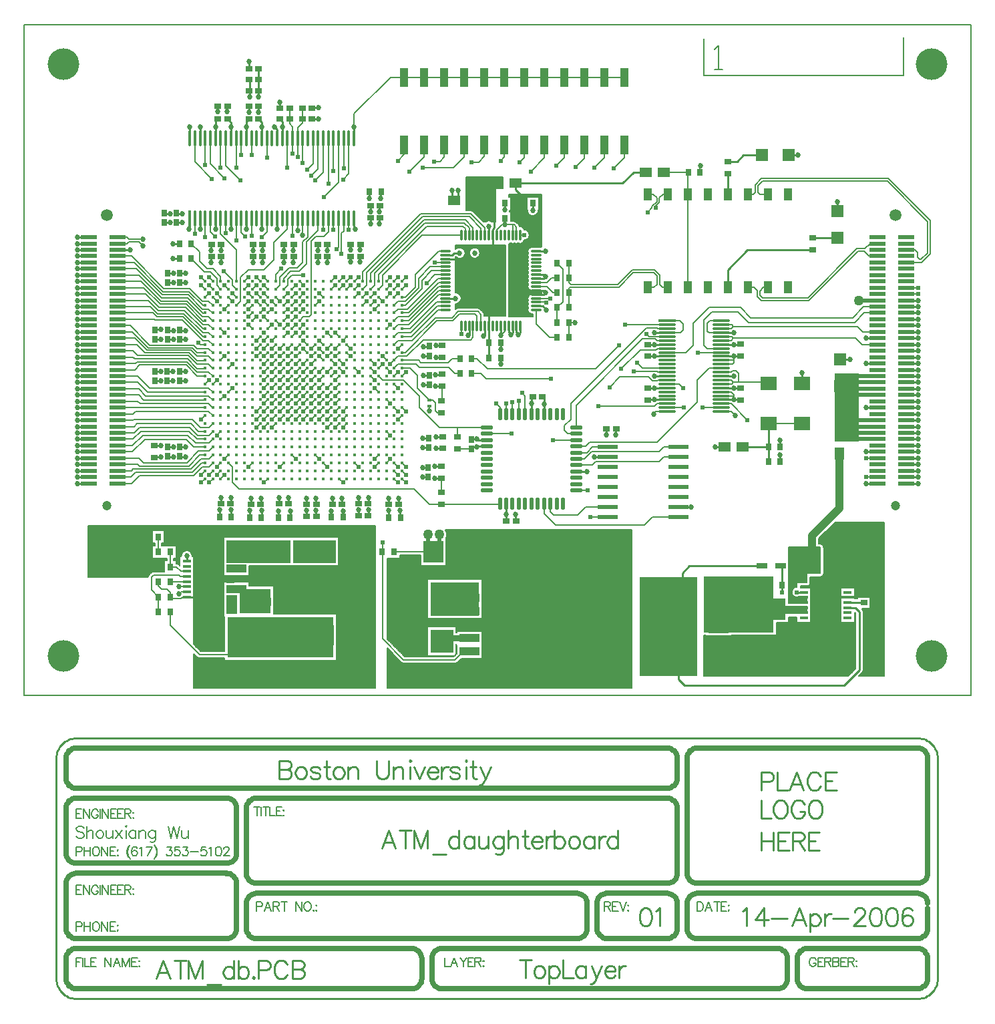
<source format=gtl>
%FSLAX24Y24*%
%MOIN*%
G70*
G01*
G75*
%ADD10C,0.0080*%
%ADD11R,0.0400X0.0600*%
%ADD12R,0.0157X0.0787*%
%ADD13O,0.0157X0.0787*%
%ADD14R,0.0413X0.0177*%
%ADD15R,0.1157X0.1409*%
%ADD16R,0.0315X0.0354*%
%ADD17R,0.1500X0.1100*%
%ADD18O,0.0906X0.0118*%
%ADD19C,0.0157*%
%ADD20R,0.0354X0.0315*%
%ADD21R,0.0906X0.0118*%
%ADD22R,0.0787X0.0197*%
%ADD23O,0.0630X0.0197*%
%ADD24O,0.0197X0.0630*%
%ADD25R,0.0600X0.0500*%
%ADD26R,0.0366X0.0291*%
%ADD27R,0.0600X0.0600*%
%ADD28R,0.1004X0.1063*%
%ADD29R,0.1063X0.1004*%
%ADD30O,0.0118X0.0591*%
%ADD31O,0.0591X0.0118*%
%ADD32R,0.0291X0.0366*%
%ADD33R,0.1000X0.0420*%
%ADD34R,0.0213X0.0138*%
%ADD35O,0.0591X0.0118*%
%ADD36R,0.0787X0.0709*%
%ADD37R,0.0500X0.0600*%
%ADD38R,0.0531X0.0256*%
%ADD39R,0.0984X0.2795*%
%ADD40R,0.1201X0.0449*%
%ADD41R,0.0291X0.0366*%
%ADD42R,0.0984X0.2795*%
%ADD43R,0.0990X0.0200*%
%ADD44R,0.0440X0.0960*%
%ADD45R,0.4100X0.4250*%
%ADD46C,0.0100*%
%ADD47C,0.0200*%
%ADD48C,0.0050*%
%ADD49C,0.0060*%
%ADD50C,0.0300*%
%ADD51C,0.0400*%
%ADD52C,0.0051*%
%ADD53C,0.0079*%
%ADD54R,0.2126X0.1142*%
%ADD55R,0.5315X0.2047*%
%ADD56R,0.1559X0.1244*%
%ADD57R,0.0984X0.0437*%
%ADD58R,0.0996X0.0433*%
%ADD59R,0.0543X0.0933*%
%ADD60R,0.3228X0.1142*%
%ADD61R,0.2441X0.1693*%
%ADD62R,0.1142X0.1181*%
%ADD63R,0.1209X0.3386*%
%ADD64R,0.2909X0.4957*%
%ADD65R,0.1177X0.0437*%
%ADD66R,0.3504X0.2795*%
%ADD67C,0.0250*%
%ADD68C,0.0090*%
%ADD69C,0.0500*%
%ADD70C,0.0240*%
%ADD71C,0.0591*%
%ADD72C,0.0472*%
%ADD73C,0.1575*%
%ADD74C,0.0270*%
%ADD75C,0.0240*%
%ADD76C,0.0240*%
D10*
X45354Y43898D02*
X45351Y43933D01*
X44806D02*
X44811Y43834D01*
X44852Y43743D01*
X44921Y43672D01*
X45012Y43631D01*
X45111Y43625D01*
X45206Y43654D01*
X45284Y43715D01*
X45336Y43800D01*
X45354Y43898D01*
X44421Y43093D02*
X44373Y43190D01*
X44421Y43093D02*
X44373Y43190D01*
X44906Y42677D02*
X44886Y42777D01*
X44829Y42861D01*
X44745Y42918D01*
X44645Y42937D01*
X44649Y42417D02*
X44747Y42438D01*
X44831Y42494D01*
X44886Y42578D01*
X44906Y42677D01*
X44645Y42937D02*
X44601Y43026D01*
X44520Y43083D01*
X44421Y43093D01*
X45474Y39902D02*
X45512Y39906D01*
X45001Y42072D02*
X44902Y42045D01*
X44829Y41973D01*
X44802Y41874D01*
X44828Y41774D01*
Y40200D02*
X44802Y40100D01*
X44829Y40001D01*
X44902Y39929D01*
X45001Y39902D01*
X45512Y39706D02*
X45474Y39710D01*
X44828Y41774D02*
X44802Y41676D01*
X44828Y41578D01*
X44802Y41479D01*
X44828Y41381D01*
X44802Y41282D01*
X44828Y41184D01*
X44802Y41085D01*
X44828Y40987D01*
X44352Y42251D02*
X44449Y42225D01*
X44547Y42250D01*
X44620Y42320D01*
X44649Y42417D01*
X44828Y40987D02*
X44802Y40889D01*
X44828Y40790D01*
X44802Y40692D01*
X44828Y40593D01*
X45001Y39710D02*
X44902Y39683D01*
X44829Y39611D01*
X44802Y39512D01*
X44828Y39412D01*
Y40593D02*
X44802Y40495D01*
X44828Y40396D01*
X44802Y40298D01*
X44828Y40200D01*
Y39412D02*
X44802Y39314D01*
X44828Y39215D01*
Y39018D02*
X44802Y38919D01*
X44829Y38820D01*
X44902Y38748D01*
X45001Y38721D01*
X44828Y39215D02*
X44802Y39117D01*
X44828Y39018D01*
X44254Y43309D02*
X44134Y43359D01*
X44155Y42251D02*
X44253Y42225D01*
X44352Y42251D01*
X44254Y43309D02*
X44134Y43359D01*
X43958Y42251D02*
X44056Y42225D01*
X44155Y42251D01*
X43909Y43817D02*
X43936Y43933D01*
X43871Y42225D02*
X43958Y42251D01*
X43881Y42165D02*
X43871Y42225D01*
X43881Y42165D02*
X43871Y42225D01*
X43876Y38583D02*
X43881Y38622D01*
X43876Y38583D02*
X43881Y38622D01*
X41181Y21292D02*
X41298Y21340D01*
X41181Y21292D02*
X41298Y21340D01*
X40731Y27522D02*
X40770Y27616D01*
X40784Y27717D01*
X40775Y27800D01*
X40748Y27880D01*
X40704Y27953D01*
X38505Y21340D02*
X38622Y21292D01*
X38505Y21340D02*
X38622Y21292D01*
X61560Y23866D02*
X61504Y24001D01*
X61560Y23866D02*
X61504Y24000D01*
Y20822D02*
X61560Y20957D01*
X61504Y20822D02*
X61560Y20957D01*
X59589Y27087D02*
X59565Y27177D01*
X59499Y27243D01*
X59409Y27267D01*
X59589Y27087D02*
X59565Y27177D01*
X59499Y27243D01*
X59409Y27267D01*
Y25607D02*
X59499Y25632D01*
X59565Y25697D01*
X59589Y25787D01*
X59409Y25607D02*
X59499Y25632D01*
X59565Y25697D01*
X59589Y25787D01*
X58740Y25149D02*
X58830Y25173D01*
X58896Y25239D01*
X58920Y25329D01*
X58740Y25149D02*
X58830Y25173D01*
X58896Y25239D01*
X58920Y25329D01*
X58431Y25073D02*
X58433Y25104D01*
X58431Y25073D02*
X58433Y25104D01*
X58253D02*
X58151Y25083D01*
X58065Y25024D01*
X58010Y24935D01*
X57994Y24832D01*
X58019Y24731D01*
X58083Y24648D01*
X58174Y24597D01*
X58278Y24585D01*
X58378Y24616D01*
X42440Y41772D02*
X42422Y41871D01*
X42369Y41957D01*
X42288Y42018D01*
X42191Y42045D01*
X42090Y42036D01*
X42000Y41991D01*
X41932Y41916D01*
X41895Y41822D01*
Y41721D01*
X41932Y41627D01*
X42000Y41552D01*
X42090Y41507D01*
X42191Y41498D01*
X42288Y41525D01*
X42369Y41586D01*
X42422Y41672D01*
X42440Y41772D01*
X42646Y38700D02*
X42598Y38816D01*
X42646Y38700D02*
X42598Y38816D01*
X42440Y38975D02*
X42323Y39023D01*
X42440Y38975D02*
X42323Y39023D01*
X41692Y41772D02*
X41677Y41863D01*
X41632Y41944D01*
X41562Y42005D01*
X41477Y42040D01*
X41384Y42045D01*
X41295Y42018D01*
X41220Y41964D01*
Y41580D02*
X41295Y41525D01*
X41384Y41499D01*
X41477Y41503D01*
X41562Y41538D01*
X41632Y41599D01*
X41677Y41680D01*
X41692Y41772D01*
X41495Y39511D02*
X41475Y39616D01*
X41415Y39705D01*
X41326Y39765D01*
X41220Y39786D01*
Y39236D02*
X41326Y39257D01*
X41415Y39316D01*
X41475Y39405D01*
X41495Y39511D01*
X41339Y39023D02*
X41222Y38975D01*
X41339Y39023D02*
X41222Y38975D01*
X43015Y43346D02*
X42923Y43381D01*
X42825D01*
X42733Y43346D01*
X42085Y43857D02*
X41968Y43905D01*
X42085Y43857D02*
X41968Y43905D01*
X28305Y21612D02*
X28425Y21562D01*
X28305Y21612D02*
X28425Y21562D01*
X25903Y25711D02*
X25854Y25591D01*
X25904Y25711D02*
X25854Y25591D01*
X26142Y25879D02*
X26021Y25829D01*
X26142Y25879D02*
X26022Y25829D01*
X27406Y26220D02*
X27286Y26270D01*
X27406Y26220D02*
X27286Y26270D01*
X28070Y26654D02*
X28053Y26750D01*
X28002Y26835D01*
X27926Y26896D01*
X27832Y26926D01*
X27734Y26922D01*
X27644Y26883D01*
X27573Y26815D01*
X27530Y26726D01*
X27521Y26629D01*
X45368Y44527D02*
X45512D01*
X45368Y44468D02*
X45512D01*
X45368Y44409D02*
X45512D01*
X45368Y44350D02*
X45512D01*
X45368Y44291D02*
X45512D01*
X45368Y44232D02*
X45512D01*
X45368Y44173D02*
X45512D01*
X45368Y44114D02*
X45512D01*
X45368Y44055D02*
X45512D01*
X45368Y43996D02*
X45512D01*
X45368Y43937D02*
X45512D01*
X45353Y43878D02*
X45512D01*
X45342Y43819D02*
X45512D01*
X45317Y43760D02*
X45512D01*
X45271Y43701D02*
X45512D01*
X45179Y43642D02*
X45512D01*
X44816Y42874D02*
X45512D01*
X44866Y42815D02*
X45512D01*
X44894Y42756D02*
X45512D01*
X44905Y42697D02*
X45512D01*
X44903Y42638D02*
X45512D01*
X44886Y42579D02*
X45512D01*
X44853Y42520D02*
X45512D01*
X44790Y42461D02*
X45512D01*
X44335Y43228D02*
X45512D01*
X44391Y43169D02*
X45512D01*
X44418Y43110D02*
X45512D01*
X44575Y43051D02*
X45512D01*
X44625Y42992D02*
X45512D01*
X44693Y42933D02*
X45512D01*
X44648Y42401D02*
X45512D01*
X45354Y44567D02*
Y44685D01*
X45295Y44567D02*
Y44685D01*
X45236Y44567D02*
Y44685D01*
X45177Y44567D02*
Y44685D01*
X45118Y44567D02*
Y44685D01*
X45059Y44567D02*
Y44685D01*
X45000Y44567D02*
Y44685D01*
X44941Y44567D02*
Y44685D01*
X44882Y44567D02*
Y44685D01*
X44823Y44567D02*
Y44685D01*
X44527Y43080D02*
Y44685D01*
X44468Y43095D02*
Y44685D01*
X44764Y42909D02*
Y44685D01*
X44705Y42930D02*
Y44685D01*
X44646Y42937D02*
Y44685D01*
X44587Y43041D02*
Y44685D01*
X44773Y44567D02*
X45368D01*
Y43933D02*
Y44567D01*
X44773Y43933D02*
Y44567D01*
Y43933D02*
X44806D01*
X44823Y42868D02*
Y43797D01*
X44882Y42786D02*
Y43706D01*
X44409Y43137D02*
Y44685D01*
X44350Y43213D02*
Y44685D01*
X45512Y42081D02*
Y44685D01*
X45472Y42072D02*
Y44685D01*
X45413Y42072D02*
Y44685D01*
X45295Y42072D02*
Y43728D01*
X45512Y39706D02*
Y39906D01*
X45236Y42072D02*
Y43672D01*
X45177Y42072D02*
Y43641D01*
X44632Y42342D02*
X45512D01*
X44591Y42283D02*
X45512D01*
X45118Y42072D02*
Y43625D01*
X45059Y42072D02*
Y43623D01*
X45000Y42072D02*
Y43634D01*
X45001Y42072D02*
X45474D01*
X45472Y39710D02*
Y39902D01*
X45413Y39710D02*
Y39902D01*
X45354Y39710D02*
Y39902D01*
X45295Y39710D02*
Y39902D01*
X45236Y39710D02*
Y39902D01*
X45177Y39710D02*
Y39902D01*
X45118Y39710D02*
Y39902D01*
X45001D02*
X45474D01*
X45001Y39710D02*
X45474D01*
X45059D02*
Y39902D01*
X45000Y39710D02*
Y39902D01*
X45001Y38721D02*
X45067D01*
Y38583D02*
Y38721D01*
X45059Y38583D02*
Y38721D01*
X44941Y42063D02*
Y43660D01*
X44882Y42032D02*
Y42568D01*
X44823Y41961D02*
Y42487D01*
X44764Y38583D02*
Y42445D01*
X44705Y38583D02*
Y42424D01*
X44646Y38583D02*
Y42387D01*
X44587Y38583D02*
Y42279D01*
X44527Y38583D02*
Y42241D01*
X44468Y38583D02*
Y42226D01*
X44409Y38583D02*
Y42229D01*
X44350Y38583D02*
Y42250D01*
X44882Y39670D02*
Y39942D01*
X44941Y39700D02*
Y39911D01*
X44823Y39599D02*
Y40013D01*
X45000Y38583D02*
Y38721D01*
X44941Y38583D02*
Y38730D01*
X44823Y38583D02*
Y38832D01*
X44882Y38583D02*
Y38761D01*
X43968Y44527D02*
X44773D01*
X43968Y44468D02*
X44773D01*
X43968Y44409D02*
X44773D01*
X43968Y44350D02*
X44773D01*
X43968Y43701D02*
X44887D01*
X43968Y43642D02*
X44978D01*
X43968Y44291D02*
X44773D01*
X43968Y43760D02*
X44841D01*
X43858Y44685D02*
X45512D01*
X43858Y44646D02*
X45512D01*
X43858Y44587D02*
X45512D01*
X43930Y43878D02*
X44804D01*
X43968Y43583D02*
X45512D01*
X43968Y43524D02*
X45512D01*
X43910Y43819D02*
X44815D01*
X43968Y43464D02*
X45512D01*
X43968Y43405D02*
X45512D01*
X44198Y43346D02*
X45512D01*
X44276Y43287D02*
X45512D01*
X43871Y42224D02*
X45512D01*
X43881Y42165D02*
X45512D01*
X43881Y42106D02*
X45512D01*
X43881Y42047D02*
X44905D01*
X43881Y41988D02*
X44839D01*
X43881Y41929D02*
X44810D01*
X43881Y41870D02*
X44802D01*
X43881Y41811D02*
X44812D01*
X43881Y41752D02*
X44817D01*
X43881Y41693D02*
X44803D01*
X43881Y41575D02*
X44827D01*
X43881Y41634D02*
X44807D01*
X44173Y43354D02*
Y44685D01*
X43968Y44232D02*
X44773D01*
X44114Y43359D02*
Y44685D01*
X43968Y43933D02*
Y44567D01*
X44291Y43272D02*
Y44685D01*
X44232Y43328D02*
Y44685D01*
X44055Y43359D02*
Y44685D01*
X43996Y43359D02*
Y44685D01*
X43937Y44567D02*
Y44685D01*
X43858Y44567D02*
X43968D01*
X43878D02*
Y44685D01*
X43858Y44567D02*
Y44685D01*
X43968Y44173D02*
X44773D01*
X43968Y44114D02*
X44773D01*
X43968Y44055D02*
X44773D01*
X43968Y43996D02*
X44773D01*
X43968Y43937D02*
X44773D01*
X43968Y43359D02*
Y43817D01*
Y43359D02*
X44134D01*
X44254Y43309D02*
X44373Y43190D01*
X43936Y43933D02*
X43968D01*
X43909Y43817D02*
X43968D01*
X43937D02*
Y43933D01*
X43881Y41516D02*
X44805D01*
X43881Y41457D02*
X44803D01*
X43881Y41398D02*
X44820D01*
X43881Y41339D02*
X44810D01*
X43881Y41279D02*
X44802D01*
X43881Y41220D02*
X44812D01*
X43881Y41161D02*
X44817D01*
X43881Y41102D02*
X44803D01*
X43881Y41043D02*
X44807D01*
X43881Y40984D02*
X44827D01*
X43881Y40925D02*
X44805D01*
X43881Y40866D02*
X44803D01*
X43881Y40807D02*
X44820D01*
X43881Y40748D02*
X44810D01*
X43881Y40689D02*
X44802D01*
X43881Y40630D02*
X44812D01*
X43881Y40394D02*
X44827D01*
X43881Y39921D02*
X44916D01*
X43881Y40571D02*
X44817D01*
X43881Y39980D02*
X44843D01*
X43881Y39862D02*
X45512D01*
X43881Y39803D02*
X45512D01*
X43881Y39744D02*
X45512D01*
X43881Y39685D02*
X44905D01*
X43881Y39626D02*
X44839D01*
X43881Y38740D02*
X44916D01*
X43881Y39213D02*
X44827D01*
X43881Y38799D02*
X44843D01*
X43881Y38681D02*
X45067D01*
X43881Y38622D02*
X45067D01*
X43876Y38583D02*
X45067D01*
X44291D02*
Y42229D01*
X44232Y38583D02*
Y42226D01*
X44173Y38583D02*
Y42242D01*
X43881Y38622D02*
Y42165D01*
X44114Y38583D02*
Y42234D01*
X44055Y38583D02*
Y42225D01*
X43996Y38583D02*
Y42234D01*
X43937Y38583D02*
Y42241D01*
X43881Y40512D02*
X44803D01*
X43881Y40453D02*
X44807D01*
X43881Y40335D02*
X44805D01*
X43881Y40276D02*
X44803D01*
X43881Y40216D02*
X44820D01*
X43881Y40157D02*
X44810D01*
X43881Y40098D02*
X44802D01*
X43881Y40039D02*
X44812D01*
X43881Y39567D02*
X44810D01*
X43881Y39508D02*
X44802D01*
X43881Y39449D02*
X44812D01*
X43881Y39390D02*
X44817D01*
X43881Y39331D02*
X44803D01*
X43881Y39272D02*
X44807D01*
X43881Y39153D02*
X44805D01*
X43881Y39094D02*
X44803D01*
X43881Y39035D02*
X44820D01*
X43881Y38976D02*
X44810D01*
X43881Y38917D02*
X44802D01*
X43881Y38858D02*
X44812D01*
X42542Y25453D02*
X50000D01*
X42542Y25394D02*
X50000D01*
X42542Y25335D02*
X50000D01*
X42542Y25276D02*
X50000D01*
X42542Y25216D02*
X50000D01*
X42542Y25157D02*
X50000D01*
X42542Y25098D02*
X50000D01*
X42542Y25039D02*
X50000D01*
X42542Y24980D02*
X50000D01*
X42542Y24921D02*
X50000D01*
Y20079D02*
Y27953D01*
X49961Y20079D02*
Y27953D01*
X49901Y20079D02*
Y27953D01*
X42542Y24862D02*
X50000D01*
X42542Y24803D02*
X50000D01*
X49842Y20079D02*
Y27953D01*
X49783Y20079D02*
Y27953D01*
X49724Y20079D02*
Y27953D01*
X42542Y23521D02*
Y25494D01*
X40782Y27756D02*
X50000D01*
X40783Y27697D02*
X50000D01*
X40759Y27579D02*
X50000D01*
X42542Y24744D02*
X50000D01*
X42542Y24685D02*
X50000D01*
X42542Y24626D02*
X50000D01*
X42542Y24567D02*
X50000D01*
X42542Y24508D02*
X50000D01*
X42542Y24449D02*
X50000D01*
X42542Y24390D02*
X50000D01*
X42542Y24331D02*
X50000D01*
X42542Y24272D02*
X50000D01*
X42542Y24213D02*
X50000D01*
X42542Y24153D02*
X50000D01*
X42542Y24094D02*
X50000D01*
X42542Y24035D02*
X50000D01*
X42542Y23976D02*
X50000D01*
X42542Y23917D02*
X50000D01*
X42542Y23858D02*
X50000D01*
X42542Y23799D02*
X50000D01*
X42542Y23740D02*
X50000D01*
X42542Y23681D02*
X50000D01*
X42542Y23622D02*
X50000D01*
X42542Y23563D02*
X50000D01*
X42537Y22854D02*
X50000D01*
X42537Y22795D02*
X50000D01*
X42537Y22736D02*
X50000D01*
X42537Y22677D02*
X50000D01*
X42537Y22618D02*
X50000D01*
X42537Y22559D02*
X50000D01*
X42537Y22500D02*
X50000D01*
X42537Y22441D02*
X50000D01*
X42537Y22382D02*
X50000D01*
X42537Y22323D02*
X50000D01*
X42537Y22232D02*
Y22902D01*
Y22264D02*
X50000D01*
X42537Y21532D02*
Y22202D01*
Y22146D02*
X50000D01*
X41242Y23091D02*
X50000D01*
X41242Y23031D02*
X50000D01*
X41242Y22972D02*
X50000D01*
X42537Y22087D02*
X50000D01*
X41242Y22913D02*
X50000D01*
X42537Y22028D02*
X50000D01*
X42537Y21968D02*
X50000D01*
X41257Y22902D02*
X42537D01*
Y21909D02*
X50000D01*
X42537Y21850D02*
X50000D01*
X42537Y21791D02*
X50000D01*
X42537Y21732D02*
X50000D01*
X42537Y21673D02*
X50000D01*
X42537Y21614D02*
X50000D01*
X42537Y21555D02*
X50000D01*
X41454Y21496D02*
X50000D01*
X41395Y21437D02*
X50000D01*
X41336Y21378D02*
X50000D01*
X41272Y21319D02*
X50000D01*
X42520Y25494D02*
Y27953D01*
X42461Y25494D02*
Y27953D01*
X42401Y25494D02*
Y27953D01*
X42342Y25494D02*
Y27953D01*
X42283Y25494D02*
Y27953D01*
X42224Y25494D02*
Y27953D01*
X42165Y25494D02*
Y27953D01*
X42106Y25494D02*
Y27953D01*
X42047Y25494D02*
Y27953D01*
X41988Y25494D02*
Y27953D01*
X42520Y22902D02*
Y23521D01*
X42461Y22902D02*
Y23521D01*
X42401Y22902D02*
Y23521D01*
X42342Y22902D02*
Y23521D01*
X42283Y22902D02*
Y23521D01*
X42224Y22902D02*
Y23521D01*
X41929Y25494D02*
Y27953D01*
X42165Y22902D02*
Y23521D01*
X42106Y22902D02*
Y23521D01*
X41870Y25494D02*
Y27953D01*
X41811Y25494D02*
Y27953D01*
X41752Y25494D02*
Y27953D01*
X41693Y25494D02*
Y27953D01*
X41634Y25494D02*
Y27953D01*
X41575Y25494D02*
Y27953D01*
X41516Y25494D02*
Y27953D01*
X41457Y25494D02*
Y27953D01*
X41398Y25494D02*
Y27953D01*
X41339Y25494D02*
Y27953D01*
X41279Y25494D02*
Y27953D01*
X41220Y25494D02*
Y27953D01*
X41161Y25494D02*
Y27953D01*
X41102Y25494D02*
Y27953D01*
X41043Y25494D02*
Y27953D01*
X40984Y25494D02*
Y27953D01*
X40925Y25494D02*
Y27953D01*
X40866Y25494D02*
Y27953D01*
X40807Y25494D02*
Y27953D01*
X42047Y22902D02*
Y23521D01*
X41988Y22902D02*
Y23521D01*
X41929Y22902D02*
Y23521D01*
X41870Y22902D02*
Y23521D01*
X41811Y22902D02*
Y23521D01*
X41752Y22902D02*
Y23521D01*
X41693Y22902D02*
Y23521D01*
X41634Y22902D02*
Y23521D01*
X41575Y22902D02*
Y23521D01*
X41516Y22902D02*
Y23521D01*
X41457Y22902D02*
Y23521D01*
X41398Y22902D02*
Y23521D01*
X41339Y22902D02*
Y23521D01*
X41490Y21532D02*
X42537D01*
X41298Y21340D02*
X41490Y21532D01*
X41279Y22902D02*
Y23521D01*
X41242Y22842D02*
Y23132D01*
X41257Y22842D02*
Y22902D01*
X41242Y21751D02*
Y22262D01*
X41220Y23132D02*
Y23521D01*
X41161Y23132D02*
Y23521D01*
X41102Y23132D02*
Y23521D01*
X41257Y21766D02*
Y22202D01*
X41162Y21671D02*
X41242Y21751D01*
X41043Y23132D02*
Y23521D01*
X40984Y23132D02*
Y23521D01*
X40925Y23132D02*
Y23521D01*
X40866Y23132D02*
Y23521D01*
X40807Y23132D02*
Y23521D01*
X41113Y21622D02*
X41162Y21671D01*
X41102Y21622D02*
Y21671D01*
X41043Y21622D02*
Y21671D01*
X40984Y21622D02*
Y21671D01*
X40925Y21622D02*
Y21671D01*
X40866Y21622D02*
Y21671D01*
X40807Y21622D02*
Y21671D01*
X49665Y20079D02*
Y27953D01*
X49606Y20079D02*
Y27953D01*
X49547Y20079D02*
Y27953D01*
X49488Y20079D02*
Y27953D01*
X49429Y20079D02*
Y27953D01*
X49370Y20079D02*
Y27953D01*
X49311Y20079D02*
Y27953D01*
X49252Y20079D02*
Y27953D01*
X49193Y20079D02*
Y27953D01*
X49134Y20079D02*
Y27953D01*
X49075Y20079D02*
Y27953D01*
X49016Y20079D02*
Y27953D01*
X48957Y20079D02*
Y27953D01*
X48898Y20079D02*
Y27953D01*
X48838Y20079D02*
Y27953D01*
X48779Y20079D02*
Y27953D01*
X48720Y20079D02*
Y27953D01*
X48661Y20079D02*
Y27953D01*
X48602Y20079D02*
Y27953D01*
X48543Y20079D02*
Y27953D01*
X48484Y20079D02*
Y27953D01*
X48425Y20079D02*
Y27953D01*
X48366Y20079D02*
Y27953D01*
X48307Y20079D02*
Y27953D01*
X48248Y20079D02*
Y27953D01*
X48189Y20079D02*
Y27953D01*
X48130Y20079D02*
Y27953D01*
X48071Y20079D02*
Y27953D01*
X48012Y20079D02*
Y27953D01*
X47953Y20079D02*
Y27953D01*
X47894Y20079D02*
Y27953D01*
X47835Y20079D02*
Y27953D01*
X47776Y20079D02*
Y27953D01*
X47716Y20079D02*
Y27953D01*
X47657Y20079D02*
Y27953D01*
X47598Y20079D02*
Y27953D01*
X47539Y20079D02*
Y27953D01*
X47480Y20079D02*
Y27953D01*
X47421Y20079D02*
Y27953D01*
X47362Y20079D02*
Y27953D01*
X47303Y20079D02*
Y27953D01*
X47244Y20079D02*
Y27953D01*
X47185Y20079D02*
Y27953D01*
X47126Y20079D02*
Y27953D01*
X47067Y20079D02*
Y27953D01*
X47008Y20079D02*
Y27953D01*
X46949Y20079D02*
Y27953D01*
X46890Y20079D02*
Y27953D01*
X46831Y20079D02*
Y27953D01*
X46772Y20079D02*
Y27953D01*
X46713Y20079D02*
Y27953D01*
X46653Y20079D02*
Y27953D01*
X46594Y20079D02*
Y27953D01*
X46535Y20079D02*
Y27953D01*
X46476Y20079D02*
Y27953D01*
X46417Y20079D02*
Y27953D01*
X46358Y20079D02*
Y27953D01*
X46299Y20079D02*
Y27953D01*
X46240Y20079D02*
Y27953D01*
X46181Y20079D02*
Y27953D01*
X46122Y20079D02*
Y27953D01*
X46063Y20079D02*
Y27953D01*
X46004Y20079D02*
Y27953D01*
X45945Y20079D02*
Y27953D01*
X45886Y20079D02*
Y27953D01*
X45827Y20079D02*
Y27953D01*
X45768Y20079D02*
Y27953D01*
X45709Y20079D02*
Y27953D01*
X45650Y20079D02*
Y27953D01*
X45590Y20079D02*
Y27953D01*
X45531Y20079D02*
Y27953D01*
X45472Y20079D02*
Y27953D01*
X45413Y20079D02*
Y27953D01*
X45354Y20079D02*
Y27953D01*
X45295Y20079D02*
Y27953D01*
X45236Y20079D02*
Y27953D01*
X45177Y20079D02*
Y27953D01*
X45118Y20079D02*
Y27953D01*
X45059Y20079D02*
Y27953D01*
X45000Y20079D02*
Y27953D01*
X44941Y20079D02*
Y27953D01*
X44882Y20079D02*
Y27953D01*
X44823Y20079D02*
Y27953D01*
X44764Y20079D02*
Y27953D01*
X44705Y20079D02*
Y27953D01*
X44646Y20079D02*
Y27953D01*
X44587Y20079D02*
Y27953D01*
X44527Y20079D02*
Y27953D01*
X44468Y20079D02*
Y27953D01*
X44409Y20079D02*
Y27953D01*
X44350Y20079D02*
Y27953D01*
X44291Y20079D02*
Y27953D01*
X44232Y20079D02*
Y27953D01*
X44173Y20079D02*
Y27953D01*
X44114Y20079D02*
Y27953D01*
X44055Y20079D02*
Y27953D01*
X43996Y20079D02*
Y27953D01*
X43937Y20079D02*
Y27953D01*
X43878Y20079D02*
Y27953D01*
X43819Y20079D02*
Y27953D01*
X43760Y20079D02*
Y27953D01*
X43701Y20079D02*
Y27953D01*
X43642Y20079D02*
Y27953D01*
X43583Y20079D02*
Y27953D01*
X43524Y20079D02*
Y27953D01*
X43464Y20079D02*
Y27953D01*
X43405Y20079D02*
Y27953D01*
X43346Y20079D02*
Y27953D01*
X43287Y20079D02*
Y27953D01*
X43228Y20079D02*
Y27953D01*
X43169Y20079D02*
Y27953D01*
X43110Y20079D02*
Y27953D01*
X43051Y20079D02*
Y27953D01*
X42992Y20079D02*
Y27953D01*
X42933Y20079D02*
Y27953D01*
X42874Y20079D02*
Y27953D01*
X42815Y20079D02*
Y27953D01*
X42756Y20079D02*
Y27953D01*
X42697Y20079D02*
Y27953D01*
X42638Y20079D02*
Y27953D01*
X42579Y20079D02*
Y27953D01*
X42520Y20079D02*
Y21532D01*
X42461Y20079D02*
Y21532D01*
X42401Y20079D02*
Y21532D01*
X42342Y20079D02*
Y21532D01*
X42283Y20079D02*
Y21532D01*
X42224Y20079D02*
Y21532D01*
X42165Y20079D02*
Y21532D01*
X42106Y20079D02*
Y21532D01*
X42047Y20079D02*
Y21532D01*
X41988Y20079D02*
Y21532D01*
X41929Y20079D02*
Y21532D01*
X41870Y20079D02*
Y21532D01*
X41811Y20079D02*
Y21532D01*
X41752Y20079D02*
Y21532D01*
X41693Y20079D02*
Y21532D01*
X41634Y20079D02*
Y21532D01*
X41575Y20079D02*
Y21532D01*
X41516Y20079D02*
Y21532D01*
X41457Y20079D02*
Y21499D01*
X41398Y20079D02*
Y21440D01*
X41339Y20079D02*
Y21381D01*
X41279Y20079D02*
Y21324D01*
X41220Y20079D02*
Y21296D01*
X41161Y20079D02*
Y21292D01*
X41102Y20079D02*
Y21292D01*
X41043Y20079D02*
Y21292D01*
X40984Y20079D02*
Y21292D01*
X40925Y20079D02*
Y21292D01*
X40866Y20079D02*
Y21292D01*
X40807Y20079D02*
Y21292D01*
X40771Y27815D02*
X50000D01*
X40776Y27638D02*
X50000D01*
X40751Y27874D02*
X50000D01*
X40742Y27520D02*
X50000D01*
X40742Y27461D02*
X50000D01*
X40748Y27880D02*
Y27953D01*
X40742Y27402D02*
X50000D01*
X40742Y27342D02*
X50000D01*
X40742Y27283D02*
X50000D01*
X40742Y27224D02*
X50000D01*
X40742Y27165D02*
X50000D01*
X40742Y27106D02*
X50000D01*
X40742Y27047D02*
X50000D01*
X40742Y26988D02*
X50000D01*
X40748Y25494D02*
Y27553D01*
X40742Y26179D02*
Y27522D01*
Y26929D02*
X50000D01*
X40742Y26870D02*
X50000D01*
X40704Y27953D02*
X50000D01*
X40742Y26811D02*
X50000D01*
X40718Y27933D02*
X50000D01*
X40742Y26752D02*
X50000D01*
X40742Y26693D02*
X50000D01*
X40742Y26634D02*
X50000D01*
X40742Y26575D02*
X50000D01*
X40742Y26516D02*
X50000D01*
X40742Y26457D02*
X50000D01*
X40742Y26398D02*
X50000D01*
X40742Y26339D02*
X50000D01*
X40742Y26279D02*
X50000D01*
X40742Y26220D02*
X50000D01*
X39458Y26179D02*
X40742D01*
X40689Y25494D02*
Y26179D01*
X40630Y25494D02*
Y26179D01*
X40571Y25494D02*
Y26179D01*
X40512Y25494D02*
Y26179D01*
X40453Y25494D02*
Y26179D01*
X39821Y25494D02*
X42542D01*
X39821Y23521D02*
X42542D01*
X40748Y23132D02*
Y23521D01*
X40689Y23132D02*
Y23521D01*
X40394Y25494D02*
Y26179D01*
X40335Y25494D02*
Y26179D01*
X40276Y25494D02*
Y26179D01*
X40216Y25494D02*
Y26179D01*
X40157Y25494D02*
Y26179D01*
X40630Y23132D02*
Y23521D01*
X40571Y23132D02*
Y23521D01*
X40512Y23132D02*
Y23521D01*
X40453Y23132D02*
Y23521D01*
X39821Y23132D02*
X41242D01*
X40394D02*
Y23521D01*
X40335Y23132D02*
Y23521D01*
X40276Y23132D02*
Y23521D01*
X40216Y23132D02*
Y23521D01*
X37795Y26161D02*
X50000D01*
X37795Y26102D02*
X50000D01*
X37795Y26043D02*
X50000D01*
X37795Y25984D02*
X50000D01*
X37795Y25925D02*
X50000D01*
X37795Y25866D02*
X50000D01*
X37795Y25807D02*
X50000D01*
X37795Y25748D02*
X50000D01*
X37795Y25689D02*
X50000D01*
X37795Y25630D02*
X50000D01*
X37795Y25571D02*
X50000D01*
X37795Y25512D02*
X50000D01*
X37795Y23504D02*
X50000D01*
X37795Y23445D02*
X50000D01*
X37795Y23386D02*
X50000D01*
X37795Y23327D02*
X50000D01*
X37795Y23268D02*
X50000D01*
X37795Y23209D02*
X50000D01*
X37795Y23150D02*
X50000D01*
X38427Y26685D02*
X39458D01*
X38427Y26634D02*
X39458D01*
X38427Y26575D02*
X39458D01*
X37795Y26516D02*
X39458D01*
X37795Y26457D02*
X39458D01*
X38427Y26533D02*
Y26685D01*
X39458Y26179D02*
Y26685D01*
X37837Y26533D02*
X38427D01*
X37795D02*
X37832D01*
X37795Y26398D02*
X39458D01*
X40098Y25494D02*
Y26179D01*
X40039Y25494D02*
Y26179D01*
X39980Y25494D02*
Y26179D01*
X39921Y25494D02*
Y26179D01*
X39862Y25494D02*
Y26179D01*
X37913Y22399D02*
Y26533D01*
X37854Y22458D02*
Y26533D01*
X39821Y23521D02*
Y25494D01*
X37795Y22517D02*
Y26533D01*
Y25453D02*
X39821D01*
X37795Y25394D02*
X39821D01*
X37795Y25335D02*
X39821D01*
X37795Y25276D02*
X39821D01*
X37795Y25216D02*
X39821D01*
X37795Y26339D02*
X39458D01*
X37795Y26279D02*
X39458D01*
X37795Y26220D02*
X39458D01*
X37795Y25157D02*
X39821D01*
X37795Y25098D02*
X39821D01*
X37795Y25039D02*
X39821D01*
X37795Y24980D02*
X39821D01*
X37795Y24921D02*
X39821D01*
X37795Y24862D02*
X39821D01*
X37795Y24803D02*
X39821D01*
X37795Y24744D02*
X39821D01*
X37795Y24685D02*
X39821D01*
X37795Y24626D02*
X39821D01*
X37795Y24567D02*
X39821D01*
X37795Y24508D02*
X39821D01*
X37795Y24449D02*
X39821D01*
X37795Y24390D02*
X39821D01*
X37795Y24331D02*
X39821D01*
X37795Y24272D02*
X39821D01*
X37795Y24213D02*
X39821D01*
X37795Y24153D02*
X39821D01*
X37795Y24094D02*
X39821D01*
X37795Y24035D02*
X39821D01*
X37795Y23976D02*
X39821D01*
X40157Y23132D02*
Y23521D01*
X40098Y23132D02*
Y23521D01*
X40039Y23132D02*
Y23521D01*
X39980Y23132D02*
Y23521D01*
X39921Y23132D02*
Y23521D01*
X39862Y23132D02*
Y23521D01*
X37871Y22441D02*
X39821D01*
X37989Y22323D02*
X39821D01*
X37930Y22382D02*
X39821D01*
X37795Y23917D02*
X39821D01*
X37795Y23858D02*
X39821D01*
X37795Y23799D02*
X39821D01*
X37795Y23740D02*
X39821D01*
X37795Y23681D02*
X39821D01*
X37795Y23622D02*
X39821D01*
X37795Y23563D02*
X39821D01*
X37795Y23091D02*
X39821D01*
X37795Y23031D02*
X39821D01*
X37795Y22972D02*
X39821D01*
X37795Y22913D02*
X39821D01*
X37795Y22854D02*
X39821D01*
X37795Y22795D02*
X39821D01*
X37795Y22736D02*
X39821D01*
X37795Y22677D02*
X39821D01*
X37795Y22618D02*
X39821D01*
X37795Y22559D02*
X39821D01*
X37812Y22500D02*
X39821D01*
X40748Y21622D02*
Y21671D01*
X40689Y21622D02*
Y21671D01*
X40630Y21622D02*
Y21671D01*
X40571Y21622D02*
Y21671D01*
X40512Y21622D02*
Y21671D01*
X40453Y21622D02*
Y21671D01*
X40394Y21622D02*
Y21671D01*
X40335Y21622D02*
Y21671D01*
X40276Y21622D02*
Y21671D01*
X40216Y21622D02*
Y21671D01*
X40157Y21622D02*
Y21671D01*
X40748Y20079D02*
Y21292D01*
X40098Y21622D02*
Y21671D01*
X40689Y20079D02*
Y21292D01*
X40630Y20079D02*
Y21292D01*
X40039Y21622D02*
Y21671D01*
X39980Y21622D02*
Y21671D01*
X39921Y21622D02*
Y21671D01*
X39862Y21622D02*
Y21671D01*
X38107Y22205D02*
X39821D01*
X38166Y22146D02*
X39821D01*
X38048Y22264D02*
X39821D01*
X38285Y22028D02*
X39821D01*
X38226Y22087D02*
X39821D01*
X38403Y21909D02*
X39821D01*
X38462Y21850D02*
X39821D01*
X38344Y21968D02*
X39821D01*
X38580Y21732D02*
X39821D01*
X38521Y21791D02*
X39821D01*
Y21671D02*
Y23132D01*
Y21671D02*
X41162D01*
X38639Y21673D02*
X39821D01*
X38690Y21622D02*
X41113D01*
X38622Y21292D02*
X41181D01*
X39803Y21622D02*
Y26179D01*
X39744Y21622D02*
Y26179D01*
X39685Y21622D02*
Y26179D01*
X39626Y21622D02*
Y26179D01*
X40571Y20079D02*
Y21292D01*
X40512Y20079D02*
Y21292D01*
X40453Y20079D02*
Y21292D01*
X37795Y21260D02*
X50000D01*
X37795Y21201D02*
X50000D01*
X40394Y20079D02*
Y21292D01*
X40335Y20079D02*
Y21292D01*
X40276Y20079D02*
Y21292D01*
X40216Y20079D02*
Y21292D01*
X40157Y20079D02*
Y21292D01*
X40098Y20079D02*
Y21292D01*
X40039Y20079D02*
Y21292D01*
X39980Y20079D02*
Y21292D01*
X39921Y20079D02*
Y21292D01*
X39862Y20079D02*
Y21292D01*
X39803Y20079D02*
Y21292D01*
X39744Y20079D02*
Y21292D01*
X39685Y20079D02*
Y21292D01*
X39626Y20079D02*
Y21292D01*
X37795Y21142D02*
X50000D01*
X37795Y21083D02*
X50000D01*
X37795Y21024D02*
X50000D01*
X37795Y20965D02*
X50000D01*
X37795Y20905D02*
X50000D01*
X37795Y20846D02*
X50000D01*
X37795Y20787D02*
X50000D01*
X37795Y20728D02*
X50000D01*
X37795Y20669D02*
X50000D01*
X37795Y20610D02*
X50000D01*
X37795Y20551D02*
X50000D01*
X37795Y20492D02*
X50000D01*
X37795Y20433D02*
X50000D01*
X37795Y20374D02*
X50000D01*
X37795Y20315D02*
X50000D01*
X37795Y20256D02*
X50000D01*
X37795Y20197D02*
X50000D01*
X37795Y20138D02*
X50000D01*
X37795Y20079D02*
X50000D01*
X39449Y21622D02*
Y26685D01*
X39390Y21622D02*
Y26685D01*
X39331Y21622D02*
Y26685D01*
X39567Y21622D02*
Y26179D01*
X39508Y21622D02*
Y26179D01*
X39272Y21622D02*
Y26685D01*
X39213Y21622D02*
Y26685D01*
X38622Y21690D02*
Y26685D01*
X38563Y21749D02*
Y26685D01*
X38504Y21808D02*
Y26685D01*
X39153Y21622D02*
Y26685D01*
X39094Y21622D02*
Y26685D01*
X39035Y21622D02*
Y26685D01*
X38976Y21622D02*
Y26685D01*
X38917Y21622D02*
Y26685D01*
X38858Y21622D02*
Y26685D01*
X38799Y21622D02*
Y26685D01*
X38740Y21622D02*
Y26685D01*
X38681Y21631D02*
Y26685D01*
X38327Y21985D02*
Y26533D01*
X38386Y21926D02*
Y26533D01*
X38268Y22044D02*
Y26533D01*
X38209Y22104D02*
Y26533D01*
X38150Y22163D02*
Y26533D01*
X38031Y22281D02*
Y26533D01*
X38090Y22222D02*
Y26533D01*
X37972Y22340D02*
Y26533D01*
X37795Y21968D02*
X37877D01*
X37795Y21909D02*
X37936D01*
X38445Y21867D02*
Y26685D01*
X37795Y22517D02*
X38690Y21622D01*
X37795Y22050D02*
X38505Y21340D01*
X38031Y20079D02*
Y21814D01*
X37795Y21850D02*
X37995D01*
X37854Y20079D02*
Y21991D01*
X37795Y20079D02*
Y22050D01*
X37972Y20079D02*
Y21873D01*
X37913Y20079D02*
Y21932D01*
X39567Y20079D02*
Y21292D01*
X39508Y20079D02*
Y21292D01*
X39449Y20079D02*
Y21292D01*
X39390Y20079D02*
Y21292D01*
X39331Y20079D02*
Y21292D01*
X39272Y20079D02*
Y21292D01*
X39213Y20079D02*
Y21292D01*
X39153Y20079D02*
Y21292D01*
X39094Y20079D02*
Y21292D01*
X39035Y20079D02*
Y21292D01*
X38976Y20079D02*
Y21292D01*
X38917Y20079D02*
Y21292D01*
X38858Y20079D02*
Y21292D01*
X38799Y20079D02*
Y21292D01*
X38740Y20079D02*
Y21292D01*
X38563Y20079D02*
Y21303D01*
X38681Y20079D02*
Y21292D01*
X38622Y20079D02*
Y21292D01*
X37795Y21555D02*
X38290D01*
X37795Y21496D02*
X38349D01*
X37795Y21437D02*
X38408D01*
X37795Y21378D02*
X38467D01*
X37795Y21319D02*
X38531D01*
X37795Y21791D02*
X38054D01*
X37795Y21732D02*
X38113D01*
X37795Y21673D02*
X38172D01*
X37795Y21614D02*
X38231D01*
X38445Y20079D02*
Y21401D01*
X38386Y20079D02*
Y21460D01*
X38327Y20079D02*
Y21519D01*
X38504Y20079D02*
Y21342D01*
X38150Y20079D02*
Y21696D01*
X38090Y20079D02*
Y21755D01*
X38268Y20079D02*
Y21578D01*
X38209Y20079D02*
Y21637D01*
X60166Y28346D02*
X62598D01*
X60166Y28346D02*
X62598D01*
X60107Y28287D02*
X62598D01*
X60048Y28228D02*
X62598D01*
X59989Y28169D02*
X62598D01*
X59930Y28110D02*
X62598D01*
X59871Y28051D02*
X62598D01*
X59811Y27992D02*
X62598D01*
X59752Y27933D02*
X62598D01*
X59693Y27874D02*
X62598D01*
X59634Y27815D02*
X62598D01*
X59588Y27106D02*
X62598D01*
X61890Y24610D02*
Y28346D01*
X59589Y27047D02*
X62598D01*
X59589Y26988D02*
X62598D01*
X59589Y26929D02*
X62598D01*
X59575Y27756D02*
X62598D01*
X59571Y27165D02*
X62598D01*
X59589Y26870D02*
X62598D01*
X59589Y26811D02*
X62598D01*
X59589Y26752D02*
X62598D01*
X59589Y26693D02*
X62598D01*
X59589Y26634D02*
X62598D01*
X59589Y26575D02*
X62598D01*
X59589Y26516D02*
X62598D01*
X59589Y26457D02*
X62598D01*
X59589Y26398D02*
X62598D01*
X59589Y26339D02*
X62598D01*
X59589Y26279D02*
X62598D01*
X59589Y26220D02*
X62598D01*
X59589Y26161D02*
X62598D01*
X61906Y24567D02*
X62598D01*
X61132Y25039D02*
X62598D01*
X61906Y24508D02*
X62598D01*
X61906Y24449D02*
X62598D01*
X61906Y24390D02*
X62598D01*
X61272Y24610D02*
X61906D01*
Y24331D02*
X62598D01*
X61906Y24272D02*
X62598D01*
X61906Y24213D02*
X62598D01*
X61906Y24153D02*
X62598D01*
X61906Y24094D02*
X62598D01*
X61906Y24035D02*
X62598D01*
X61553Y23917D02*
X62598D01*
X61525Y23976D02*
X62598D01*
X61560Y23858D02*
X62598D01*
X61560Y23799D02*
X62598D01*
X59589Y26102D02*
X62598D01*
X59589Y26043D02*
X62598D01*
X59589Y25984D02*
X62598D01*
X59589Y25925D02*
X62598D01*
X59589Y25866D02*
X62598D01*
X59589Y25807D02*
X62598D01*
X59585Y25748D02*
X62598D01*
X59560Y25689D02*
X62598D01*
X61132Y24980D02*
X62598D01*
X61132Y24921D02*
X62598D01*
X61132Y24862D02*
X62598D01*
X61132Y24803D02*
X62598D01*
X61132Y24744D02*
X62598D01*
X61132Y24685D02*
X62598D01*
X61132Y24626D02*
X62598D01*
X61831Y24610D02*
Y28346D01*
X61772Y24610D02*
Y28346D01*
X61712Y24610D02*
Y28346D01*
X61653Y24610D02*
Y28346D01*
X61594Y24610D02*
Y28346D01*
X61535Y24610D02*
Y28346D01*
X61476Y24610D02*
Y28346D01*
X61122Y25073D02*
Y28346D01*
X61417Y24610D02*
Y28346D01*
X61358Y24610D02*
Y28346D01*
X61906Y24015D02*
Y24610D01*
X61299D02*
Y28346D01*
X61240Y24522D02*
Y28346D01*
X61181Y24522D02*
Y28346D01*
X61272Y24522D02*
Y24610D01*
X61132Y24616D02*
Y25073D01*
X61063D02*
Y28346D01*
X61004Y25073D02*
Y28346D01*
X60945Y25073D02*
Y28346D01*
X60886Y25073D02*
Y28346D01*
X60827Y25073D02*
Y28346D01*
X60768Y25073D02*
Y28346D01*
X59587Y27119D02*
Y27767D01*
X59589Y25787D02*
Y27087D01*
X60709Y25073D02*
Y28346D01*
X60649Y25073D02*
Y28346D01*
X60590Y25073D02*
Y28346D01*
X60438Y25073D02*
X61132D01*
X60531D02*
Y28346D01*
X60472Y25073D02*
Y28346D01*
X60438Y24616D02*
Y25073D01*
X61122Y24561D02*
Y24616D01*
X61063Y24561D02*
Y24616D01*
X61132Y24522D02*
Y24561D01*
Y24522D02*
X61272D01*
X61004Y24561D02*
Y24616D01*
X60945Y24561D02*
Y24616D01*
X60886Y24561D02*
Y24616D01*
X60827Y24561D02*
Y24616D01*
X61535Y23960D02*
Y24015D01*
X61490D02*
X61906D01*
X61132Y23836D02*
X61180Y23787D01*
X61132Y23793D02*
Y23836D01*
Y23799D02*
X61168D01*
X60768Y24561D02*
Y24616D01*
X60438D02*
X61132D01*
X60709Y24561D02*
Y24616D01*
X60438Y24561D02*
X61132D01*
X60649D02*
Y24616D01*
X60590Y24561D02*
Y24616D01*
X60531Y24561D02*
Y24616D01*
X60472Y24561D02*
Y24616D01*
X60438Y24305D02*
Y24561D01*
Y24104D02*
Y24305D01*
Y24104D02*
Y24305D01*
Y24049D02*
Y24104D01*
Y23848D02*
Y24049D01*
Y23848D02*
Y24049D01*
Y23793D02*
Y23848D01*
X61560Y23740D02*
X62598D01*
X61560Y23681D02*
X62598D01*
X61560Y23622D02*
X62598D01*
X61560Y23563D02*
X62598D01*
X61560Y23504D02*
X62598D01*
X61560Y23445D02*
X62598D01*
X61560Y23386D02*
X62598D01*
X61560Y23327D02*
X62598D01*
X62598Y20669D02*
Y28346D01*
X62598Y20669D02*
Y28346D01*
X62539Y20669D02*
Y28346D01*
X62480Y20669D02*
Y28346D01*
X62421Y20669D02*
Y28346D01*
X62362Y20669D02*
Y28346D01*
X62303Y20669D02*
Y28346D01*
X62244Y20669D02*
Y28346D01*
X61560Y23268D02*
X62598D01*
X61560Y23209D02*
X62598D01*
X61560Y23150D02*
X62598D01*
X61560Y23091D02*
X62598D01*
X61560Y23031D02*
X62598D01*
X61560Y22972D02*
X62598D01*
X61560Y22913D02*
X62598D01*
X61560Y22854D02*
X62598D01*
X61560Y22795D02*
X62598D01*
X61560Y22736D02*
X62598D01*
X61560Y22677D02*
X62598D01*
X61560Y22618D02*
X62598D01*
X61560Y22559D02*
X62598D01*
X61560Y22500D02*
X62598D01*
X61560Y22441D02*
X62598D01*
X61560Y22382D02*
X62598D01*
X61560Y22323D02*
X62598D01*
X61560Y22264D02*
X62598D01*
X61560Y22205D02*
X62598D01*
X61560Y22146D02*
X62598D01*
X61560Y22087D02*
X62598D01*
X61560Y22028D02*
X62598D01*
X61560Y21968D02*
X62598D01*
X61560Y21909D02*
X62598D01*
X61560Y21850D02*
X62598D01*
X61560Y21791D02*
X62598D01*
X61560Y21732D02*
X62598D01*
X61560Y21673D02*
X62598D01*
X61560Y21614D02*
X62598D01*
X61560Y21555D02*
X62598D01*
X61560Y21496D02*
X62598D01*
X61560Y21437D02*
X62598D01*
X61560Y21378D02*
X62598D01*
X61560Y21319D02*
X62598D01*
X61560Y21260D02*
X62598D01*
X61560Y21201D02*
X62598D01*
X61560Y21142D02*
X62598D01*
X61560Y21083D02*
X62598D01*
X61560Y21024D02*
X62598D01*
X61560Y20965D02*
X62598D01*
X61553Y20905D02*
X62598D01*
X61525Y20846D02*
X62598D01*
X61469Y20787D02*
X62598D01*
X61410Y20728D02*
X62598D01*
X61351Y20669D02*
X62598D01*
X62185D02*
Y28346D01*
X62126Y20669D02*
Y28346D01*
X62067Y20669D02*
Y28346D01*
X61560Y20957D02*
Y23866D01*
X61180Y21035D02*
Y23787D01*
X61132Y23592D02*
Y23793D01*
Y23592D02*
Y23793D01*
X60438Y23592D02*
Y23793D01*
X62008Y20669D02*
Y28346D01*
X61949Y20669D02*
Y28346D01*
X61890Y20669D02*
Y24015D01*
X61831Y20669D02*
Y24015D01*
X61772Y20669D02*
Y24015D01*
X61712Y20669D02*
Y24015D01*
X61653Y20669D02*
Y24015D01*
X61594Y20669D02*
Y24015D01*
X60413Y20669D02*
Y28346D01*
X60354Y20669D02*
Y28346D01*
X60295Y20669D02*
Y28346D01*
X60236Y20669D02*
Y28346D01*
X60177Y20669D02*
Y28346D01*
X60118Y20669D02*
Y28299D01*
X60059Y20669D02*
Y28240D01*
X60000Y20669D02*
Y28180D01*
X59941Y20669D02*
Y28121D01*
X59882Y20669D02*
Y28062D01*
X59823Y20669D02*
Y28003D01*
X59764Y20669D02*
Y27944D01*
X59705Y20669D02*
Y27885D01*
X59646Y20669D02*
Y27826D01*
X59587Y20669D02*
Y25755D01*
X61132Y23740D02*
X61180D01*
X61132Y23681D02*
X61180D01*
X61132Y23622D02*
X61180D01*
X61132Y23563D02*
X61180D01*
X61132Y23336D02*
Y23592D01*
Y23504D02*
X61180D01*
X61132Y23445D02*
X61180D01*
X61132Y23386D02*
X61180D01*
X61535Y20669D02*
Y20863D01*
X61351Y20669D02*
X61504Y20822D01*
X61476Y20669D02*
Y20794D01*
X61122Y20977D02*
Y23336D01*
X61417Y20669D02*
Y20735D01*
X61063Y20918D02*
Y23336D01*
X60438D02*
X61132D01*
X61004Y20859D02*
Y23336D01*
X60945Y20800D02*
Y23336D01*
X60438Y23592D02*
Y23793D01*
Y23336D02*
Y23592D01*
X60886Y20741D02*
Y23336D01*
X60827Y20682D02*
Y23336D01*
X60768Y20669D02*
Y23336D01*
X60709Y20669D02*
Y23336D01*
X60814Y20669D02*
X61180Y21035D01*
X60649Y20669D02*
Y23336D01*
X60590Y20669D02*
Y23336D01*
X60531Y20669D02*
Y23336D01*
X60472Y20669D02*
Y23336D01*
X59516Y27697D02*
X62598D01*
X59457Y27638D02*
X62598D01*
X59398Y27579D02*
X62598D01*
X59340Y27520D02*
X62598D01*
X59340Y27461D02*
X62598D01*
X59340Y27402D02*
X62598D01*
X59340Y27342D02*
X62598D01*
X59340Y27283D02*
X62598D01*
X59525Y27224D02*
X62598D01*
X59497Y25630D02*
X62598D01*
X58947Y25039D02*
X60438D01*
X58947Y24980D02*
X60438D01*
X58947Y24921D02*
X60438D01*
X58947Y24862D02*
X60438D01*
X58947Y24803D02*
X60438D01*
X58947Y24744D02*
X60438D01*
X58920Y25571D02*
X62598D01*
X58920Y25512D02*
X62598D01*
X58920Y25453D02*
X62598D01*
X58920Y25394D02*
X62598D01*
X58920Y25335D02*
X62598D01*
X58912Y25276D02*
X62598D01*
X58881Y25216D02*
X62598D01*
X58796Y25157D02*
X62598D01*
X58947Y24685D02*
X60438D01*
X58433Y25098D02*
X62598D01*
X58947Y24626D02*
X60438D01*
X58947Y24567D02*
X61272D01*
X58947Y24508D02*
X60438D01*
X58947Y24449D02*
X60438D01*
X58947Y24390D02*
X60438D01*
X58947Y24331D02*
X60438D01*
X58947Y24272D02*
X60438D01*
X58947Y24213D02*
X60438D01*
X57835Y23327D02*
X61180D01*
X58947Y24153D02*
X60438D01*
X58947Y24094D02*
X60438D01*
X58947Y24035D02*
X60438D01*
X58947Y23976D02*
X60438D01*
X57227Y23268D02*
X61180D01*
X57227Y23209D02*
X61180D01*
X57227Y23150D02*
X61180D01*
X57227Y23091D02*
X61180D01*
X57227Y23031D02*
X61180D01*
X57227Y22972D02*
X61180D01*
X57227Y22913D02*
X61180D01*
X57227Y22854D02*
X61180D01*
X57227Y22795D02*
X61180D01*
X57227Y22736D02*
X61180D01*
X53622Y22618D02*
X61180D01*
X53622Y22559D02*
X61180D01*
X53622Y22500D02*
X61180D01*
X53622Y22441D02*
X61180D01*
X53622Y22382D02*
X61180D01*
X53622Y22323D02*
X61180D01*
X53622Y22264D02*
X61180D01*
X53622Y22205D02*
X61180D01*
X53622Y22146D02*
X61180D01*
X53622Y22087D02*
X61180D01*
X53622Y22028D02*
X61180D01*
X53622Y21968D02*
X61180D01*
X53622Y21909D02*
X61180D01*
X59527Y27223D02*
Y27708D01*
X59340Y27521D02*
X60166Y28346D01*
X59468Y27257D02*
Y27649D01*
X59409Y27267D02*
Y27590D01*
X59350Y27267D02*
Y27531D01*
X59340Y27267D02*
Y27521D01*
Y27267D02*
X59409D01*
X58920Y25607D02*
X59409D01*
X58937Y25073D02*
Y25607D01*
X58920Y25329D02*
Y25607D01*
X58947Y24817D02*
Y25073D01*
Y24616D02*
Y24817D01*
X58878Y25073D02*
Y25213D01*
X58819Y25073D02*
Y25167D01*
X58760Y25073D02*
Y25150D01*
X58433Y25149D02*
X58740D01*
X58701Y25073D02*
Y25149D01*
X58433Y25104D02*
Y25149D01*
X58642Y25073D02*
Y25149D01*
X58583Y25073D02*
Y25149D01*
X58524Y25073D02*
Y25149D01*
X58431Y25073D02*
X58947D01*
X58464D02*
Y25149D01*
X58947Y24616D02*
Y24817D01*
X58947Y23917D02*
X60438D01*
X58947Y23858D02*
X60438D01*
X58947Y23799D02*
X60438D01*
X58947Y24561D02*
Y24616D01*
Y24360D02*
Y24561D01*
Y24360D02*
Y24561D01*
Y24305D02*
Y24360D01*
X58947Y23740D02*
X60438D01*
X58947Y23681D02*
X60438D01*
X58947Y23622D02*
X60438D01*
X58947Y23563D02*
X60438D01*
X58947Y23588D02*
Y24305D01*
X58947Y23336D02*
Y23588D01*
Y23504D02*
X60438D01*
X57835Y23588D02*
X58253D01*
X57835Y23563D02*
X58253D01*
X58947Y23445D02*
X60438D01*
X58947Y23386D02*
X60438D01*
X58253Y23336D02*
Y23588D01*
X57835Y23504D02*
X58253D01*
X57835Y23445D02*
X58253D01*
X57835Y23386D02*
X58253D01*
Y23336D02*
X58947D01*
X57835Y23319D02*
Y23588D01*
X57227Y23319D02*
X57835D01*
X57227Y22695D02*
Y23319D01*
X54977Y22695D02*
X57227D01*
X53713Y22672D02*
X54977D01*
X53622Y22695D02*
X53713D01*
X59527Y20669D02*
Y25651D01*
X59468Y20669D02*
Y25617D01*
X59409Y20669D02*
Y25607D01*
X59350Y20669D02*
Y25607D01*
X59291Y20669D02*
Y25607D01*
X59232Y20669D02*
Y25607D01*
X59173Y20669D02*
Y25607D01*
X59114Y20669D02*
Y25607D01*
X59055Y20669D02*
Y25607D01*
X58996Y20669D02*
Y25607D01*
X58937Y20669D02*
Y23336D01*
X58878Y20669D02*
Y23336D01*
X58819Y20669D02*
Y23336D01*
X58760Y20669D02*
Y23336D01*
X58701Y20669D02*
Y23336D01*
X58642Y20669D02*
Y23336D01*
X58583Y20669D02*
Y23336D01*
X58524Y20669D02*
Y23336D01*
X58464Y20669D02*
Y23336D01*
X58405Y20669D02*
Y23336D01*
X58228Y20669D02*
Y23588D01*
X58169Y20669D02*
Y23588D01*
X58346Y20669D02*
Y23336D01*
X58287Y20669D02*
Y23336D01*
X58110Y20669D02*
Y23588D01*
X58051Y20669D02*
Y23588D01*
X57992Y20669D02*
Y23588D01*
X57933Y20669D02*
Y23588D01*
X57874Y20669D02*
Y23588D01*
X57815Y20669D02*
Y23319D01*
X57756Y20669D02*
Y23319D01*
X53622Y21850D02*
X61180D01*
X53622Y21791D02*
X61180D01*
X53622Y21732D02*
X61180D01*
X53622Y21673D02*
X61180D01*
X57697Y20669D02*
Y23319D01*
X57638Y20669D02*
Y23319D01*
X53622Y21614D02*
X61180D01*
X53622Y21555D02*
X61180D01*
X57579Y20669D02*
Y23319D01*
X57520Y20669D02*
Y23319D01*
X57461Y20669D02*
Y23319D01*
X57401Y20669D02*
Y23319D01*
X57342Y20669D02*
Y23319D01*
X57283Y20669D02*
Y23319D01*
X57224Y20669D02*
Y22695D01*
X53622Y21496D02*
X61180D01*
X53622Y21437D02*
X61180D01*
X53622Y21378D02*
X61180D01*
X53622Y21319D02*
X61180D01*
X53622Y21260D02*
X61180D01*
X53622Y21201D02*
X61180D01*
X53622Y21142D02*
X61180D01*
X53622Y21083D02*
X61180D01*
X53622Y21024D02*
X61168D01*
X53622Y20965D02*
X61109D01*
X53622Y20905D02*
X61050D01*
X53622Y20846D02*
X60991D01*
X53622Y20787D02*
X60932D01*
X53622Y20728D02*
X60873D01*
X53622Y20669D02*
X60814D01*
X57165D02*
Y22695D01*
X57106Y20669D02*
Y22695D01*
X57047Y20669D02*
Y22695D01*
X56988Y20669D02*
Y22695D01*
X56929Y20669D02*
Y22695D01*
X56870Y20669D02*
Y22695D01*
X56811Y20669D02*
Y22695D01*
X56752Y20669D02*
Y22695D01*
X56693Y20669D02*
Y22695D01*
X56634Y20669D02*
Y22695D01*
X56575Y20669D02*
Y22695D01*
X56516Y20669D02*
Y22695D01*
X56457Y20669D02*
Y22695D01*
X56398Y20669D02*
Y22695D01*
X56338Y20669D02*
Y22695D01*
X56279Y20669D02*
Y22695D01*
X56220Y20669D02*
Y22695D01*
X56161Y20669D02*
Y22695D01*
X56102Y20669D02*
Y22695D01*
X56043Y20669D02*
Y22695D01*
X55984Y20669D02*
Y22695D01*
X55925Y20669D02*
Y22695D01*
X55866Y20669D02*
Y22695D01*
X55807Y20669D02*
Y22695D01*
X55748Y20669D02*
Y22695D01*
X55689Y20669D02*
Y22695D01*
X55630Y20669D02*
Y22695D01*
X55571Y20669D02*
Y22695D01*
X55512Y20669D02*
Y22695D01*
X55453Y20669D02*
Y22695D01*
X55394Y20669D02*
Y22695D01*
X55335Y20669D02*
Y22695D01*
X55275Y20669D02*
Y22695D01*
X55216Y20669D02*
Y22695D01*
X55157Y20669D02*
Y22695D01*
X55098Y20669D02*
Y22695D01*
X55039Y20669D02*
Y22695D01*
X54980Y20669D02*
Y22695D01*
X54921Y20669D02*
Y22672D01*
X54862Y20669D02*
Y22672D01*
X54803Y20669D02*
Y22672D01*
X54744Y20669D02*
Y22672D01*
X54685Y20669D02*
Y22672D01*
X54626Y20669D02*
Y22672D01*
X54567Y20669D02*
Y22672D01*
X54508Y20669D02*
Y22672D01*
X54449Y20669D02*
Y22672D01*
X54390Y20669D02*
Y22672D01*
X54331Y20669D02*
Y22672D01*
X54272Y20669D02*
Y22672D01*
X54212Y20669D02*
Y22672D01*
X54153Y20669D02*
Y22672D01*
X54094Y20669D02*
Y22672D01*
X54035Y20669D02*
Y22672D01*
X53976Y20669D02*
Y22672D01*
X53917Y20669D02*
Y22672D01*
X53858Y20669D02*
Y22672D01*
X53799Y20669D02*
Y22672D01*
X53740Y20669D02*
Y22672D01*
X53681Y20669D02*
Y22695D01*
X53622Y20669D02*
Y22695D01*
X59409Y25787D02*
Y27087D01*
X59409Y25787D02*
Y27087D01*
X59350Y25787D02*
Y27087D01*
X59291Y25787D02*
Y27087D01*
X59232Y25787D02*
Y27087D01*
X59173Y25787D02*
Y27087D01*
X59114Y25787D02*
Y27087D01*
X59055Y25787D02*
Y27087D01*
X58996Y25787D02*
Y27087D01*
X58740Y25787D02*
X59409D01*
X57851Y26043D02*
X59409D01*
X57851Y25984D02*
X59409D01*
X57851Y25925D02*
X59409D01*
X58937Y25787D02*
Y27087D01*
X58878Y25787D02*
Y27087D01*
X58819Y25787D02*
Y27087D01*
X58760Y25787D02*
Y27087D01*
X58701Y25329D02*
Y27087D01*
X58642Y25329D02*
Y27087D01*
X58740Y25329D02*
Y25787D01*
X58583Y25329D02*
Y27087D01*
X58524Y25329D02*
Y27087D01*
X58464Y25329D02*
Y27087D01*
X58405Y25329D02*
Y27087D01*
X58346Y25329D02*
Y27087D01*
X58378Y24616D02*
X58740D01*
Y24305D02*
Y24616D01*
X58701Y24305D02*
Y24616D01*
X58642Y24305D02*
Y24616D01*
X58253Y25329D02*
X58740D01*
X58287D02*
Y27087D01*
X58583Y24305D02*
Y24616D01*
X58524Y24305D02*
Y24616D01*
X58464Y24305D02*
Y24616D01*
X58405Y24305D02*
Y24616D01*
X58346Y24305D02*
Y24601D01*
X58287Y24305D02*
Y24586D01*
X58228Y25103D02*
Y27087D01*
X58169Y25090D02*
Y27087D01*
X58110Y25061D02*
Y27087D01*
X58051Y25007D02*
Y27087D01*
X57992Y24305D02*
Y27087D01*
X57933Y24305D02*
Y27087D01*
X58253Y25104D02*
Y25329D01*
X58228Y24305D02*
Y24585D01*
X58169Y24305D02*
Y24598D01*
X58110Y24305D02*
Y24627D01*
X58051Y24305D02*
Y24681D01*
X57874Y24305D02*
Y27087D01*
X57835D02*
X59409D01*
X57835Y27047D02*
X59409D01*
X57835Y26988D02*
X59409D01*
X57835Y26929D02*
X59409D01*
X57835Y26870D02*
X59409D01*
X57835Y26811D02*
X59409D01*
X57835Y26752D02*
X59409D01*
X57835Y26693D02*
X59409D01*
X57835Y26634D02*
X59409D01*
X57851Y26398D02*
X59409D01*
X57835Y26575D02*
X59409D01*
X57835Y26516D02*
X59409D01*
X57835Y26457D02*
X59409D01*
X57851Y26339D02*
X59409D01*
X57851Y26279D02*
X59409D01*
X57851Y25882D02*
Y26418D01*
Y26220D02*
X59409D01*
X57835Y26418D02*
Y27087D01*
X57851Y26161D02*
X59409D01*
X57851Y26102D02*
X59409D01*
X57835Y25866D02*
X59409D01*
X57835Y25807D02*
X59409D01*
X57835Y25748D02*
X58740D01*
X57835Y25689D02*
X58740D01*
X57835Y25630D02*
X58740D01*
X57835Y25571D02*
X58740D01*
X57835Y25512D02*
X58740D01*
X57835Y25453D02*
X58740D01*
X57835Y25394D02*
X58740D01*
X57835Y25335D02*
X58740D01*
X57835Y25276D02*
X58253D01*
X57835Y25216D02*
X58253D01*
X57835Y24567D02*
X58740D01*
X57835Y24508D02*
X58740D01*
X57835Y24449D02*
X58740D01*
X57835Y24390D02*
X58740D01*
X57835Y24331D02*
X58740D01*
X57835Y24305D02*
X58740D01*
X57835Y25157D02*
X58253D01*
X57835Y25098D02*
X58199D01*
X57835Y24699D02*
Y25882D01*
Y25039D02*
X58082D01*
X57835Y24980D02*
X58032D01*
X57835Y24921D02*
X58005D01*
X57835Y24862D02*
X57994D01*
X57835Y24803D02*
X57997D01*
X57835Y24744D02*
X58013D01*
X57835Y24626D02*
X58112D01*
X57835Y24685D02*
X58048D01*
X57835Y24305D02*
Y24699D01*
X42398Y41918D02*
Y42165D01*
X42339Y41985D02*
X43701D01*
X42339Y41985D02*
Y42165D01*
X42393Y41926D02*
X43701D01*
X42424Y41866D02*
X43701D01*
X42221Y42041D02*
Y42165D01*
X42206Y42044D02*
X43701D01*
X42162Y42047D02*
Y42165D01*
X42280Y42022D02*
Y42165D01*
X42438Y41807D02*
X43701D01*
X42439Y41748D02*
X43701D01*
X42428Y41689D02*
X43701D01*
X42401Y41630D02*
X43701D01*
X42354Y41571D02*
X43701D01*
X42339Y39022D02*
Y41558D01*
X42256Y41512D02*
X43701D01*
X42280Y39023D02*
Y41522D01*
X42221Y39023D02*
Y41502D01*
X42162Y39023D02*
Y41497D01*
X42103Y42039D02*
Y42165D01*
X42044Y42018D02*
Y42165D01*
X41985Y41979D02*
Y42165D01*
X41926Y41906D02*
Y42165D01*
X41866Y39023D02*
Y42165D01*
X41689Y41812D02*
Y42165D01*
X41645Y41926D02*
X41937D01*
X41630Y41946D02*
Y42165D01*
X41807Y39023D02*
Y42165D01*
X41748Y39023D02*
Y42165D01*
X42103Y39023D02*
Y41504D01*
X42044Y39023D02*
Y41525D01*
X41675Y41866D02*
X41907D01*
X41985Y39023D02*
Y41564D01*
X41926Y39023D02*
Y41637D01*
X41690Y41807D02*
X41893D01*
X41691Y41748D02*
X41891D01*
X41653Y41630D02*
X41929D01*
X41680Y41689D02*
X41903D01*
X43697Y38622D02*
Y42165D01*
X43701Y38622D02*
Y42165D01*
X43638Y38622D02*
Y42165D01*
X43579Y38622D02*
Y42165D01*
X43520Y38622D02*
Y42165D01*
X43461Y38622D02*
Y42165D01*
X43402Y38622D02*
Y42165D01*
X43343Y38622D02*
Y42165D01*
X43284Y38622D02*
Y42165D01*
X43225Y38622D02*
Y42165D01*
X43166Y38622D02*
Y42165D01*
X42646Y38678D02*
X43701D01*
X43106Y38622D02*
Y42165D01*
X42646Y38622D02*
X43701D01*
X43047D02*
Y42165D01*
X42441Y38973D02*
X43701D01*
X42501Y38914D02*
X43701D01*
X42560Y38855D02*
X43701D01*
X42616Y38796D02*
X43701D01*
X42642Y38737D02*
X43701D01*
X42988Y38622D02*
Y42165D01*
X42929Y38622D02*
Y42165D01*
X42870Y38622D02*
Y42165D01*
X42811Y38622D02*
Y42165D01*
X42752Y38622D02*
Y42165D01*
X42575Y38839D02*
Y42165D01*
X42516Y38898D02*
Y42165D01*
X42457Y38958D02*
Y42165D01*
X42693Y38622D02*
Y42165D01*
X42634Y38762D02*
Y42165D01*
X42440Y38975D02*
X42598Y38816D01*
X42398Y39005D02*
Y41625D01*
X42646Y38622D02*
Y38700D01*
X41689Y39023D02*
Y41731D01*
X41630Y39023D02*
Y41598D01*
X41220Y42162D02*
X43701D01*
X41220Y42165D02*
X43701D01*
X41220Y42103D02*
X43701D01*
X41220Y41453D02*
X43701D01*
X41220Y41394D02*
X43701D01*
X41220Y41335D02*
X43701D01*
X41220Y41276D02*
X43701D01*
X41220Y41217D02*
X43701D01*
X41220Y41158D02*
X43701D01*
X41220Y41099D02*
X43701D01*
X41220Y41040D02*
X43701D01*
X41220Y40981D02*
X43701D01*
X41220Y40922D02*
X43701D01*
X41220Y40863D02*
X43701D01*
X41220Y40804D02*
X43701D01*
X41220Y40745D02*
X43701D01*
X41220Y40685D02*
X43701D01*
X41220Y40626D02*
X43701D01*
X41220Y40567D02*
X43701D01*
X41220Y40508D02*
X43701D01*
X41453Y42044D02*
Y42165D01*
X41458Y42044D02*
X42124D01*
X41394Y42046D02*
Y42165D01*
X41571Y42000D02*
Y42165D01*
X41512Y42030D02*
Y42165D01*
X41335Y42034D02*
Y42165D01*
X41220Y42044D02*
X41376D01*
X41276Y42008D02*
Y42165D01*
X41220Y41964D02*
Y42165D01*
X41591Y41985D02*
X41991D01*
X41508Y41512D02*
X42074D01*
X41606Y41571D02*
X41977D01*
X41220Y41512D02*
X41326D01*
X41220Y40449D02*
X43701D01*
X41220Y40390D02*
X43701D01*
X41220Y40331D02*
X43701D01*
X41220Y40272D02*
X43701D01*
X41220Y40213D02*
X43701D01*
X41220Y40154D02*
X43701D01*
X41220Y40095D02*
X43701D01*
X41371Y39741D02*
X43701D01*
X41436Y39682D02*
X43701D01*
X41220Y40036D02*
X43701D01*
X41220Y39977D02*
X43701D01*
X41220Y39918D02*
X43701D01*
X41220Y39859D02*
X43701D01*
X41220Y39800D02*
X43701D01*
X41472Y39623D02*
X43701D01*
X41490Y39564D02*
X43701D01*
X41495Y39504D02*
X43701D01*
X41488Y39445D02*
X43701D01*
X41466Y39386D02*
X43701D01*
X41425Y39327D02*
X43701D01*
X41350Y39268D02*
X43701D01*
X41220Y39209D02*
X43701D01*
X41220Y39150D02*
X43701D01*
X41571Y39023D02*
Y41544D01*
X41453Y39657D02*
Y41499D01*
X41394Y39724D02*
Y41498D01*
X41512Y39023D02*
Y41514D01*
X41453Y39023D02*
Y39364D01*
X41276Y39780D02*
Y41536D01*
X41335Y39761D02*
Y41509D01*
X41220Y39786D02*
Y41580D01*
X41394Y39023D02*
Y39297D01*
X41339Y39023D02*
X42323D01*
X41335Y39023D02*
Y39261D01*
X41276Y39011D02*
Y39241D01*
X41220Y38974D02*
Y39236D01*
Y39091D02*
X43701D01*
X41220Y39032D02*
X43701D01*
X43583Y45000D02*
Y45551D01*
X43583Y45000D02*
Y45551D01*
X43524Y45000D02*
Y45551D01*
X43464Y45000D02*
Y45551D01*
X43405Y45000D02*
Y45551D01*
X43346Y45000D02*
Y45551D01*
X43287Y45000D02*
Y45551D01*
X43228Y45000D02*
Y45551D01*
X43189Y45000D02*
X43583D01*
X42123Y43819D02*
X43189D01*
X42182Y43760D02*
X43189D01*
X42342Y43600D02*
Y45551D01*
X42283Y43659D02*
Y45551D01*
X42401Y43541D02*
Y45551D01*
X42165Y43777D02*
Y45551D01*
X42224Y43718D02*
Y45551D01*
X42300Y43642D02*
X43189D01*
X42359Y43583D02*
X43189D01*
X42418Y43524D02*
X43189D01*
X42106Y43836D02*
Y45551D01*
X42241Y43701D02*
X43189D01*
X43169Y43346D02*
Y45551D01*
X43110Y43346D02*
Y45551D01*
X43051Y43346D02*
Y45551D01*
X42933Y43379D02*
Y45551D01*
X42992Y43359D02*
Y45551D01*
X43189Y43346D02*
Y45000D01*
X43015Y43346D02*
X43189D01*
X42478Y43464D02*
X43189D01*
X42537Y43405D02*
X43189D01*
X42874Y43385D02*
Y45551D01*
X42815Y43379D02*
Y45551D01*
X42756Y43359D02*
Y45551D01*
X42697Y43346D02*
Y45551D01*
X42638Y43346D02*
Y45551D01*
X42596Y43346D02*
X42733D01*
X42520Y43422D02*
Y45551D01*
X42579Y43363D02*
Y45551D01*
X42461Y43481D02*
Y45551D01*
X42085Y43857D02*
X42596Y43346D01*
X41734Y45551D02*
X43583D01*
X41734Y45531D02*
X43583D01*
X41734Y45472D02*
X43583D01*
X41734Y45413D02*
X43583D01*
X41734Y45354D02*
X43583D01*
X41734Y45295D02*
X43583D01*
X41734Y45236D02*
X43583D01*
X41734Y45177D02*
X43583D01*
X41734Y45118D02*
X43583D01*
X41734Y45059D02*
X43583D01*
X41734Y45000D02*
X43189D01*
X41734Y44941D02*
X43189D01*
X41734Y44882D02*
X43189D01*
X41734Y44823D02*
X43189D01*
X41734Y44764D02*
X43189D01*
X41734Y44705D02*
X43189D01*
X41734Y44646D02*
X43189D01*
X41734Y44587D02*
X43189D01*
X41734Y44527D02*
X43189D01*
X41734Y44468D02*
X43189D01*
X41734Y44409D02*
X43189D01*
X41734Y44350D02*
X43189D01*
X41734Y44291D02*
X43189D01*
X41734Y44232D02*
X43189D01*
X41734Y44173D02*
X43189D01*
X41734Y44114D02*
X43189D01*
X41734Y44055D02*
X43189D01*
X42059Y43878D02*
X43189D01*
X41734Y43996D02*
X43189D01*
X41734Y43937D02*
X43189D01*
X41988Y43904D02*
Y45551D01*
X41929Y43905D02*
Y45551D01*
X42047Y43885D02*
Y45551D01*
X41870Y43905D02*
Y45551D01*
X41811Y43905D02*
Y45551D01*
X41752Y43905D02*
Y45551D01*
X41734Y43905D02*
Y45551D01*
Y43905D02*
X41968D01*
X28169Y20079D02*
Y21748D01*
X28150Y20079D02*
Y21767D01*
Y21732D02*
X28185D01*
X22874Y25591D02*
X25854D01*
X28150Y22248D02*
Y25591D01*
X22874D02*
Y28150D01*
X28150Y21614D02*
X28303D01*
X28228Y20079D02*
Y21689D01*
X28150Y21673D02*
X28244D01*
X28150Y21767D02*
X28305Y21612D01*
X28150Y22248D02*
X28496Y21902D01*
X28150Y23681D02*
X29640D01*
X28150Y23740D02*
X29640D01*
X22913Y25591D02*
Y28150D01*
X22972Y25591D02*
Y28150D01*
X23031Y25591D02*
Y28150D01*
X23091Y25591D02*
Y28150D01*
X23150Y25591D02*
Y28150D01*
X23209Y25591D02*
Y28150D01*
X23268Y25591D02*
Y28150D01*
X23327Y25591D02*
Y28150D01*
X23386Y25591D02*
Y28150D01*
X23445Y25591D02*
Y28150D01*
X23504Y25591D02*
Y28150D01*
X23563Y25591D02*
Y28150D01*
X23622Y25591D02*
Y28150D01*
X28405Y20079D02*
Y21563D01*
X28465Y20079D02*
Y21562D01*
X28524Y20079D02*
Y21562D01*
X28287Y20079D02*
Y21630D01*
X28346Y20079D02*
Y21582D01*
X28583Y20079D02*
Y21562D01*
X28642Y20079D02*
Y21562D01*
X28701Y20079D02*
Y21562D01*
X28760Y20079D02*
Y21562D01*
X28819Y20079D02*
Y21562D01*
X28878Y20079D02*
Y21562D01*
X28937Y20079D02*
Y21562D01*
X28996Y20079D02*
Y21562D01*
X29055Y20079D02*
Y21562D01*
X29114Y20079D02*
Y21562D01*
X29173Y20079D02*
Y21562D01*
X29232Y20079D02*
Y21562D01*
X29291Y20079D02*
Y21562D01*
X29350Y20079D02*
Y21562D01*
X29409Y20079D02*
Y21562D01*
X29468Y20079D02*
Y21562D01*
X29527Y20079D02*
Y21562D01*
X29587Y20079D02*
Y21562D01*
X29646Y20079D02*
Y21562D01*
X29640Y23628D02*
Y24380D01*
X23681Y25591D02*
Y28150D01*
X23740Y25591D02*
Y28150D01*
X23799Y25591D02*
Y28150D01*
X23858Y25591D02*
Y28150D01*
X23917Y25591D02*
Y28150D01*
X23976Y25591D02*
Y28150D01*
X24035Y25591D02*
Y28150D01*
X24094Y25591D02*
Y28150D01*
X24153Y25591D02*
Y28150D01*
X24213Y25591D02*
Y28150D01*
X24272Y25591D02*
Y28150D01*
X24331Y25591D02*
Y28150D01*
X24390Y25591D02*
Y28150D01*
X24449Y25591D02*
Y28150D01*
X24508Y25591D02*
Y28150D01*
X24567Y25591D02*
Y28150D01*
X24626Y25591D02*
Y28150D01*
X24685Y25591D02*
Y28150D01*
X24744Y25591D02*
Y28150D01*
X24803Y25591D02*
Y28150D01*
X24862Y25591D02*
Y28150D01*
X24921Y25591D02*
Y28150D01*
X24980Y25591D02*
Y28150D01*
X25039Y25591D02*
Y28150D01*
X25098Y25591D02*
Y28150D01*
X25157Y25591D02*
Y28150D01*
X25216Y25591D02*
Y28150D01*
X28524Y21902D02*
Y28150D01*
X28583Y21902D02*
Y28150D01*
X28642Y21902D02*
Y28150D01*
X28701Y21902D02*
Y28150D01*
X28760Y21902D02*
Y28150D01*
X28819Y21902D02*
Y28150D01*
X28878Y21902D02*
Y28150D01*
X28937Y21902D02*
Y28150D01*
X28996Y21902D02*
Y28150D01*
X29055Y21902D02*
Y28150D01*
X29114Y21902D02*
Y28150D01*
X29173Y21902D02*
Y28150D01*
X29232Y21902D02*
Y28150D01*
X25276Y25591D02*
Y28150D01*
X28169Y22229D02*
Y28150D01*
X25335Y25591D02*
Y28150D01*
X28287Y22111D02*
Y28150D01*
X28228Y22170D02*
Y28150D01*
X28405Y21992D02*
Y28150D01*
X28346Y22051D02*
Y28150D01*
X28465Y21933D02*
Y28150D01*
X29291Y21902D02*
Y28150D01*
X29350Y21902D02*
Y28150D01*
X29409Y21902D02*
Y28150D01*
X29468Y21902D02*
Y28150D01*
X29527Y21902D02*
Y28150D01*
X29587Y21902D02*
Y28150D01*
X28150Y20079D02*
X37205D01*
X28150Y20138D02*
X37205D01*
X28150Y20197D02*
X37205D01*
X28150Y20256D02*
X37205D01*
X28150Y20315D02*
X37205D01*
X28150Y20374D02*
X37205D01*
X28150Y20433D02*
X37205D01*
X28150Y20492D02*
X37205D01*
X28150Y20551D02*
X37205D01*
X28150Y20610D02*
X37205D01*
X28150Y20669D02*
X37205D01*
X28150Y20728D02*
X37205D01*
X28150Y20787D02*
X37205D01*
X28150Y20846D02*
X37205D01*
X28150Y20905D02*
X37205D01*
X28150Y20965D02*
X37205D01*
X28150Y21437D02*
X29663D01*
X28150Y21496D02*
X29663D01*
X28150Y21555D02*
X29663D01*
X28150Y21024D02*
X37205D01*
X28150Y21083D02*
X37205D01*
X28150Y21142D02*
X37205D01*
X28150Y21201D02*
X37205D01*
X28150Y21260D02*
X37205D01*
X28150Y21319D02*
X37205D01*
X28150Y21378D02*
X37205D01*
X28425Y21562D02*
X29663D01*
Y21435D02*
Y21562D01*
X28496Y21902D02*
X29663D01*
X28370Y22028D02*
X29663D01*
X28488Y21909D02*
X29663D01*
X28429Y21968D02*
X29663D01*
X29705Y20079D02*
Y21435D01*
X29764Y20079D02*
Y21435D01*
X29823Y20079D02*
Y21435D01*
X28252Y22146D02*
X29663D01*
X28193Y22205D02*
X29663D01*
Y21435D02*
X35258D01*
X28311Y22087D02*
X29663D01*
X28150Y22264D02*
X29663D01*
X28150Y22323D02*
X29663D01*
X28150Y22382D02*
X29663D01*
X28150Y22441D02*
X29663D01*
X28150Y22500D02*
X29663D01*
X28150Y22559D02*
X29663D01*
X28150Y22618D02*
X29663D01*
X28150Y22677D02*
X29663D01*
X28150Y22736D02*
X29663D01*
X28150Y22795D02*
X29663D01*
X28150Y22854D02*
X29663D01*
X28150Y22913D02*
X29663D01*
X28150Y22972D02*
X29663D01*
X28150Y23031D02*
X29663D01*
X28150Y23091D02*
X29663D01*
X28150Y23150D02*
X29663D01*
X28150Y23209D02*
X29663D01*
X28150Y23799D02*
X29640D01*
X28150Y23858D02*
X29640D01*
X28150Y23917D02*
X29640D01*
X28150Y23268D02*
X29663D01*
X28150Y23327D02*
X29663D01*
X28150Y23386D02*
X29663D01*
X28150Y23445D02*
X29663D01*
X28150Y23504D02*
X29663D01*
X28150Y23563D02*
X29663D01*
X28150Y23622D02*
X29663D01*
X28150Y23976D02*
X29640D01*
X28150Y24035D02*
X29640D01*
X28150Y24094D02*
X29640D01*
X28150Y24153D02*
X29640D01*
X28150Y24213D02*
X29640D01*
X28150Y24272D02*
X29640D01*
X28150Y24331D02*
X29640D01*
X28150Y24390D02*
X29638D01*
X28150Y24449D02*
X29638D01*
X28150Y24508D02*
X29638D01*
X28150Y24567D02*
X29638D01*
X28150Y24626D02*
X29638D01*
X28150Y24685D02*
X29638D01*
X28150Y24744D02*
X29638D01*
X28150Y24803D02*
X29638D01*
Y24380D02*
Y24636D01*
Y24837D01*
X28150Y24862D02*
X29638D01*
Y24636D02*
Y24837D01*
Y24892D01*
X28150Y24921D02*
X29638D01*
X29663Y21902D02*
Y23628D01*
X28150Y24980D02*
X29638D01*
Y24892D02*
Y25093D01*
X28150Y25039D02*
X29638D01*
Y24892D02*
Y25093D01*
Y25349D01*
X28150Y25098D02*
X29638D01*
X28150Y25157D02*
X29638D01*
X28150Y25216D02*
X29638D01*
X28150Y25276D02*
X29638D01*
X28150Y25335D02*
X29638D01*
X29646Y25353D02*
Y25659D01*
X29705Y25353D02*
Y25659D01*
X28150Y25394D02*
X37205D01*
X29640Y25353D02*
X30904D01*
X28150Y25453D02*
X37205D01*
X28150Y25512D02*
X37205D01*
X28150Y25571D02*
X37205D01*
X29764Y25353D02*
Y25659D01*
X29823Y25353D02*
Y25659D01*
X22874Y25630D02*
X25858D01*
X22874Y25689D02*
X25885D01*
X22874Y25748D02*
X25941D01*
X22874Y25807D02*
X26000D01*
X22874Y25866D02*
X26078D01*
X22874Y25925D02*
X26672D01*
X22874Y25984D02*
X26672D01*
X22874Y26043D02*
X26672D01*
X22874Y26102D02*
X26672D01*
X22874Y26161D02*
X26672D01*
X22874Y26220D02*
X26672D01*
X22874Y26279D02*
X26672D01*
X22874Y26339D02*
X26672D01*
X22874Y26575D02*
X26083D01*
X22874Y26634D02*
X26083D01*
X22874Y26693D02*
X26083D01*
X22874Y26752D02*
X26083D01*
X22874Y26811D02*
X26083D01*
X22874Y26870D02*
X26083D01*
X22874Y26398D02*
X26672D01*
X22874Y26457D02*
X26801D01*
X22874Y26516D02*
X26801D01*
X22874Y26929D02*
X26083D01*
X22874Y26988D02*
X26083D01*
X22874Y27047D02*
X26083D01*
X22874Y27106D02*
X26083D01*
X25904Y25711D02*
X26021Y25829D01*
X26102Y25874D02*
Y26533D01*
X26142Y25879D02*
X26672D01*
X26161D02*
Y26533D01*
X26220Y25879D02*
Y26533D01*
X26279Y25879D02*
Y26533D01*
X26339Y25879D02*
Y26533D01*
X26398Y25879D02*
Y26533D01*
X26457Y25879D02*
Y26533D01*
X26516Y25879D02*
Y26533D01*
X26575Y25879D02*
Y26533D01*
X26672Y25879D02*
Y26417D01*
X26083Y26533D02*
Y27167D01*
X22874Y27165D02*
X26083D01*
X26634Y25879D02*
Y26533D01*
X26083Y27167D02*
X26212D01*
X26083Y26533D02*
X26673D01*
X26672Y26417D02*
X26801D01*
X26693D02*
Y26533D01*
X26752Y26417D02*
Y26533D01*
X26678D02*
X26801D01*
Y26417D02*
Y26533D01*
X27141Y26417D02*
Y26533D01*
X25394Y25591D02*
Y28150D01*
X25453Y25591D02*
Y28150D01*
X25512Y25591D02*
Y28150D01*
X25571Y25591D02*
Y28150D01*
X25630Y25591D02*
Y28150D01*
X25689Y25591D02*
Y28150D01*
X25748Y25591D02*
Y28150D01*
X25807Y25591D02*
Y28150D01*
X26102Y27167D02*
Y27283D01*
X25866Y25654D02*
Y28150D01*
X25925Y25732D02*
Y28150D01*
X25984Y25792D02*
Y28150D01*
X26043Y25847D02*
Y28150D01*
X22874Y27283D02*
X26084D01*
X22874Y27342D02*
X26084D01*
X22874Y27402D02*
X26084D01*
X22874Y27461D02*
X26084D01*
X22874Y27520D02*
X26084D01*
Y27283D02*
Y27917D01*
X22874Y27579D02*
X26084D01*
X22874Y27224D02*
X26212D01*
X26084Y27283D02*
X26212D01*
X22874Y27638D02*
X26084D01*
X22874Y27697D02*
X26084D01*
X22874Y27756D02*
X26084D01*
X22874Y27815D02*
X26084D01*
X22874Y27874D02*
X26084D01*
X26161Y27167D02*
Y27283D01*
X26212Y27167D02*
Y27283D01*
X26551Y27167D02*
X26673D01*
X26551D02*
Y27283D01*
X26575Y27167D02*
Y27283D01*
X26634Y27167D02*
Y27283D01*
X26693Y27167D02*
Y28150D01*
X26752Y27167D02*
Y28150D01*
X26811Y27167D02*
Y28150D01*
X26870Y27167D02*
Y28150D01*
X26929Y27167D02*
Y28150D01*
X26988Y27167D02*
Y28150D01*
X27047Y27167D02*
Y28150D01*
X26102Y27917D02*
Y28150D01*
X26161Y27917D02*
Y28150D01*
X26220Y27917D02*
Y28150D01*
X26279Y27917D02*
Y28150D01*
X26339Y27917D02*
Y28150D01*
X26398Y27917D02*
Y28150D01*
X26457Y27917D02*
Y28150D01*
X26084Y27917D02*
X26679D01*
X26551Y27283D02*
X26679D01*
Y27917D01*
X26516D02*
Y28150D01*
X26575Y27917D02*
Y28150D01*
X27106Y27167D02*
Y28150D01*
X26634Y27917D02*
Y28150D01*
X27406Y26220D02*
X27453Y26173D01*
X27267Y26270D02*
Y26417D01*
X27453Y26173D02*
Y26373D01*
Y26173D02*
Y26373D01*
X28147Y25630D02*
X37205D01*
X28147Y25605D02*
Y25660D01*
Y25689D02*
X29638D01*
X27406Y26220D02*
X27453D01*
X27267Y26279D02*
X27453D01*
X28147Y25748D02*
X29638D01*
X28147Y25807D02*
X29638D01*
X27141Y26417D02*
X27267D01*
Y26339D02*
X27453D01*
X27267Y26398D02*
X27453D01*
X27165Y26417D02*
Y26533D01*
X27141D02*
X27268D01*
X27453Y26373D02*
Y26629D01*
X27224Y26417D02*
Y26533D01*
X27141Y26457D02*
X27453D01*
X27141Y26516D02*
X27453D01*
X27268Y26575D02*
X27453D01*
X27268Y26634D02*
X27521D01*
X27268Y26693D02*
X27523D01*
X27453Y26629D02*
X27521D01*
X28069D02*
X28147D01*
Y25660D02*
Y25861D01*
Y25660D02*
Y25861D01*
Y25916D01*
Y26117D01*
X29638Y25660D02*
Y25916D01*
X28147D02*
Y26117D01*
Y25866D02*
X29638D01*
X29640Y25659D02*
X30916D01*
X28147Y25925D02*
X29638D01*
X28147Y25984D02*
X29638D01*
X28147Y26043D02*
X29638D01*
Y25916D02*
Y26117D01*
Y25916D02*
Y26117D01*
X28147Y26102D02*
X29638D01*
X28147Y26117D02*
Y26171D01*
X29638Y26117D02*
Y26159D01*
X28147Y26161D02*
X29624D01*
X28147Y26171D02*
Y26373D01*
Y26171D02*
Y26373D01*
Y26629D01*
Y26220D02*
X29624D01*
X28147Y26279D02*
X29624D01*
X28147Y26339D02*
X29624D01*
X28147Y26398D02*
X29624D01*
X28147Y26457D02*
X29624D01*
X28147Y26516D02*
X29624D01*
X28147Y26575D02*
X29624D01*
X27268Y26752D02*
X27538D01*
X27268Y26811D02*
X27570D01*
X27268Y26870D02*
X27626D01*
X26678Y27167D02*
X27268D01*
X27165D02*
Y28150D01*
X27224Y27167D02*
Y28150D01*
X27268Y26929D02*
X29624D01*
X27268Y26988D02*
X29624D01*
X27268Y27047D02*
X29624D01*
X26551Y27224D02*
X29624D01*
X26679Y27283D02*
X29624D01*
X27268Y27106D02*
X29624D01*
X26679Y27342D02*
X29624D01*
X26679Y27402D02*
X29624D01*
X26679Y27461D02*
X29624D01*
X26679Y27520D02*
X29624D01*
X26679Y27579D02*
X29624D01*
X26679Y27638D02*
X37205D01*
X26679Y27697D02*
X37205D01*
X26679Y27756D02*
X37205D01*
X22874Y27933D02*
X37205D01*
X26679Y27815D02*
X37205D01*
X26679Y27874D02*
X37205D01*
X22874Y27992D02*
X37205D01*
X22874Y28051D02*
X37205D01*
X22874Y28110D02*
X37205D01*
X22874Y28150D02*
X37205D01*
X27268Y26533D02*
Y27167D01*
X27402Y26225D02*
Y28150D01*
X27342Y26260D02*
Y28150D01*
X27461Y26629D02*
Y28150D01*
X27520Y26629D02*
Y28150D01*
X27579Y26823D02*
Y28150D01*
X28021Y26811D02*
X29624D01*
X28067Y26693D02*
X29624D01*
X28052Y26752D02*
X29624D01*
X28051Y26754D02*
Y28150D01*
X29624Y26159D02*
Y27581D01*
X28110Y26629D02*
Y28150D01*
X27638Y26879D02*
Y28150D01*
X27697Y26910D02*
Y28150D01*
X27756Y26926D02*
Y28150D01*
X27874Y26917D02*
Y28150D01*
X27815Y26928D02*
Y28150D01*
X27992Y26846D02*
Y28150D01*
X27933Y26892D02*
Y28150D01*
X27268Y27165D02*
X29624D01*
X27965Y26870D02*
X29624D01*
Y27581D02*
X32970D01*
X29646D02*
Y28150D01*
X29705Y27581D02*
Y28150D01*
X29764Y27581D02*
Y28150D01*
X29823Y27581D02*
Y28150D01*
X29882Y20079D02*
Y21435D01*
X29941Y20079D02*
Y21435D01*
X30000Y20079D02*
Y21435D01*
X30059Y20079D02*
Y21435D01*
X30118Y20079D02*
Y21435D01*
X30177Y20079D02*
Y21435D01*
X30236Y20079D02*
Y21435D01*
X30295Y20079D02*
Y21435D01*
X30354Y20079D02*
Y21435D01*
X30413Y20079D02*
Y21435D01*
X30472Y20079D02*
Y21435D01*
X30531Y20079D02*
Y21435D01*
X30590Y20079D02*
Y21435D01*
X30650Y20079D02*
Y21435D01*
X30709Y20079D02*
Y21435D01*
X30768Y20079D02*
Y21435D01*
X30827Y20079D02*
Y21435D01*
X30886Y20079D02*
Y21435D01*
X30945Y20079D02*
Y21435D01*
X31004Y20079D02*
Y21435D01*
X31063Y20079D02*
Y21435D01*
X31122Y20079D02*
Y21435D01*
X31181Y20079D02*
Y21435D01*
X31240Y20079D02*
Y21435D01*
X31299Y20079D02*
Y21435D01*
X31358Y20079D02*
Y21435D01*
X31417Y20079D02*
Y21435D01*
X31476Y20079D02*
Y21435D01*
X31535Y20079D02*
Y21435D01*
X31594Y20079D02*
Y21435D01*
X31653Y20079D02*
Y21435D01*
X31713Y20079D02*
Y21435D01*
X31772Y20079D02*
Y21435D01*
X31831Y20079D02*
Y21435D01*
X31890Y20079D02*
Y21435D01*
X31949Y20079D02*
Y21435D01*
X32008Y20079D02*
Y21435D01*
X32067Y20079D02*
Y21435D01*
X32126Y20079D02*
Y21435D01*
X32185Y20079D02*
Y21435D01*
X32244Y20079D02*
Y21435D01*
X32303Y20079D02*
Y21435D01*
X32362Y20079D02*
Y21435D01*
X32421Y20079D02*
Y21435D01*
X32480Y20079D02*
Y21435D01*
X32539Y20079D02*
Y21435D01*
X32598Y20079D02*
Y21435D01*
X32657Y20079D02*
Y21435D01*
X32716Y20079D02*
Y21435D01*
X32776Y20079D02*
Y21435D01*
X32835Y20079D02*
Y21435D01*
X32894Y20079D02*
Y21435D01*
X32953Y20079D02*
Y21435D01*
X32140Y23762D02*
Y23986D01*
X32185Y23762D02*
Y26159D01*
X32244Y23762D02*
Y26159D01*
X32303Y23762D02*
Y26159D01*
X32362Y23762D02*
Y26159D01*
X32421Y23762D02*
Y26159D01*
X33012Y20079D02*
Y21435D01*
X33071Y20079D02*
Y21435D01*
X33130Y20079D02*
Y21435D01*
X33189Y20079D02*
Y21435D01*
X32480Y23762D02*
Y26159D01*
X33248Y20079D02*
Y21435D01*
X33307Y20079D02*
Y21435D01*
X32539Y23762D02*
Y26159D01*
X32598Y23762D02*
Y26159D01*
X32657Y23762D02*
Y26159D01*
X32716Y23762D02*
Y26159D01*
X32776Y23762D02*
Y26159D01*
X32835Y23762D02*
Y26159D01*
X32894Y23762D02*
Y26159D01*
X32953Y23762D02*
Y26159D01*
X33012Y23762D02*
Y26159D01*
X33071Y23762D02*
Y26159D01*
X33130Y23762D02*
Y26159D01*
X33189Y23762D02*
Y26159D01*
X33248Y23762D02*
Y26159D01*
X33307Y23762D02*
Y26159D01*
X33366Y20079D02*
Y21435D01*
X33425Y20079D02*
Y21435D01*
X33484Y20079D02*
Y21435D01*
X33543Y20079D02*
Y21435D01*
X33602Y20079D02*
Y21435D01*
X33661Y20079D02*
Y21435D01*
X33720Y20079D02*
Y21435D01*
X33779Y20079D02*
Y21435D01*
X33839Y20079D02*
Y21435D01*
X33898Y20079D02*
Y21435D01*
X33957Y20079D02*
Y21435D01*
X34016Y20079D02*
Y21435D01*
X34075Y20079D02*
Y21435D01*
X33366Y23762D02*
Y26159D01*
X33425Y23762D02*
Y26159D01*
X33484Y23762D02*
Y26159D01*
X33543Y23762D02*
Y26159D01*
X33602Y23762D02*
Y26159D01*
X33661Y23762D02*
Y26159D01*
X33720Y23762D02*
Y26159D01*
X33779Y23762D02*
Y26159D01*
X34134Y20079D02*
Y21435D01*
X33839Y23762D02*
Y26159D01*
X33898Y23762D02*
Y26159D01*
X33957Y23762D02*
Y26159D01*
X34016Y23762D02*
Y26159D01*
X34075Y23762D02*
Y26159D01*
X34193Y20079D02*
Y21435D01*
X34252Y20079D02*
Y21435D01*
X34311Y20079D02*
Y21435D01*
X34370Y20079D02*
Y21435D01*
X34429Y20079D02*
Y21435D01*
X34488Y20079D02*
Y21435D01*
X34547Y20079D02*
Y21435D01*
X34606Y20079D02*
Y21435D01*
X34665Y20079D02*
Y21435D01*
X34724Y20079D02*
Y21435D01*
X34783Y20079D02*
Y21435D01*
X34842Y20079D02*
Y21435D01*
X34902Y20079D02*
Y21435D01*
X34961Y20079D02*
Y21435D01*
X35020Y20079D02*
Y21435D01*
X35079Y20079D02*
Y21435D01*
X35138Y20079D02*
Y21435D01*
X35197Y20079D02*
Y21435D01*
X35256Y20079D02*
Y21435D01*
X35258Y21437D02*
X37205D01*
X35258Y21496D02*
X37205D01*
X35258Y21555D02*
X37205D01*
X35258Y21614D02*
X37205D01*
X35258Y21673D02*
X37205D01*
X35258Y21732D02*
X37205D01*
X35258Y21791D02*
X37205D01*
X35258Y21850D02*
X37205D01*
X35258Y21909D02*
X37205D01*
X35258Y21968D02*
X37205D01*
X35258Y22028D02*
X37205D01*
X35258Y21435D02*
Y22058D01*
X35271Y22087D02*
X37205D01*
X35271Y22146D02*
X37205D01*
X35271Y22205D02*
X37205D01*
X35271Y22264D02*
X37205D01*
X35271Y22323D02*
X37205D01*
X35271Y22382D02*
X37205D01*
X35271Y22441D02*
X37205D01*
X35271Y22500D02*
X37205D01*
X35271Y22559D02*
X37205D01*
X35271Y22618D02*
X37205D01*
X35271Y22677D02*
X37205D01*
X35271Y22736D02*
X37205D01*
X35271Y22795D02*
X37205D01*
X35271Y22854D02*
X37205D01*
X35271Y22913D02*
X37205D01*
X35271Y22972D02*
X37205D01*
X35271Y23031D02*
X37205D01*
X35271Y23091D02*
X37205D01*
X35271Y23150D02*
X37205D01*
X35271Y23209D02*
X37205D01*
X35271Y23268D02*
X37205D01*
X35271Y23327D02*
X37205D01*
X35271Y22058D02*
Y23342D01*
X35315Y20079D02*
Y26159D01*
X35258Y23342D02*
Y23762D01*
X35374Y20079D02*
Y26159D01*
X35433Y20079D02*
Y28150D01*
X35492Y20079D02*
Y28150D01*
X35258Y23386D02*
X37205D01*
X35258Y23445D02*
X37205D01*
X35258Y23504D02*
X37205D01*
X35551Y20079D02*
Y28150D01*
X35258Y23563D02*
X37205D01*
X35610Y20079D02*
Y28150D01*
X35669Y20079D02*
Y28150D01*
X34134Y23762D02*
Y26159D01*
X34193Y23762D02*
Y26159D01*
X34252Y23762D02*
Y26159D01*
X34311Y23762D02*
Y26159D01*
X34370Y23762D02*
Y26159D01*
X34429Y23762D02*
Y26159D01*
X34488Y23762D02*
Y26159D01*
X32140Y23762D02*
X35258D01*
Y23622D02*
X37205D01*
X35258Y23681D02*
X37205D01*
X34547Y23762D02*
Y26159D01*
X34606Y23762D02*
Y26159D01*
X35258Y23740D02*
X37205D01*
X34665Y23762D02*
Y26159D01*
X35728Y20079D02*
Y28150D01*
X35787Y20079D02*
Y28150D01*
X35846Y20079D02*
Y28150D01*
X35905Y20079D02*
Y28150D01*
X35965Y20079D02*
Y28150D01*
X36024Y20079D02*
Y28150D01*
X36083Y20079D02*
Y28150D01*
X36142Y20079D02*
Y28150D01*
X36201Y20079D02*
Y28150D01*
X36260Y20079D02*
Y28150D01*
X36319Y20079D02*
Y28150D01*
X36378Y20079D02*
Y28150D01*
X36437Y20079D02*
Y28150D01*
X36496Y20079D02*
Y28150D01*
X36555Y20079D02*
Y28150D01*
X36614Y20079D02*
Y28150D01*
X36673Y20079D02*
Y28150D01*
X36732Y20079D02*
Y28150D01*
X36791Y20079D02*
Y28150D01*
X36850Y20079D02*
Y28150D01*
X36909Y20079D02*
Y28150D01*
X36968Y20079D02*
Y28150D01*
X37027Y20079D02*
Y28150D01*
X37087Y20079D02*
Y28150D01*
X37146Y20079D02*
Y28150D01*
X37205Y20079D02*
Y28150D01*
X37205Y20079D02*
Y28150D01*
X29882Y25353D02*
Y25659D01*
X29941Y25353D02*
Y25659D01*
X30000Y25353D02*
Y25659D01*
X30059Y25353D02*
Y25659D01*
X30118Y25353D02*
Y25659D01*
X30177Y25353D02*
Y25659D01*
X30236Y25353D02*
Y25659D01*
X30904Y25156D02*
X32140D01*
X30904D02*
Y25353D01*
X30295D02*
Y25659D01*
X30354Y25353D02*
Y25659D01*
X30413Y25353D02*
Y25659D01*
X30472Y25353D02*
Y25659D01*
X29882Y27581D02*
Y28150D01*
X30531Y25353D02*
Y25659D01*
X29941Y27581D02*
Y28150D01*
X30000Y27581D02*
Y28150D01*
X30059Y27581D02*
Y28150D01*
X30118Y27581D02*
Y28150D01*
X30590Y25353D02*
Y25659D01*
X30650Y25353D02*
Y25659D01*
X30709Y25353D02*
Y25659D01*
X30768Y25353D02*
Y25659D01*
X30827Y25353D02*
Y25659D01*
X30886Y25353D02*
Y25659D01*
X30916D02*
Y26159D01*
X30945Y25156D02*
Y26159D01*
X31004Y25156D02*
Y26159D01*
X31063Y25156D02*
Y26159D01*
X31122Y25156D02*
Y26159D01*
X31181Y25156D02*
Y26159D01*
X31240Y25156D02*
Y26159D01*
X31299Y25156D02*
Y26159D01*
X32140Y23986D02*
Y24714D01*
X32140D02*
Y25156D01*
X31358D02*
Y26159D01*
X31417Y25156D02*
Y26159D01*
X31476Y25156D02*
Y26159D01*
X31535Y25156D02*
Y26159D01*
X31594Y25156D02*
Y26159D01*
X31653Y25156D02*
Y26159D01*
X31713Y25156D02*
Y26159D01*
X31772Y25156D02*
Y26159D01*
X31831Y25156D02*
Y26159D01*
X31890Y25156D02*
Y26159D01*
X31949Y25156D02*
Y26159D01*
X32008Y25156D02*
Y26159D01*
X32067Y25156D02*
Y26159D01*
X32126Y25156D02*
Y26159D01*
X30916D02*
X32970D01*
X33132D01*
X32970Y27581D02*
X33132D01*
X32970D02*
X33132D01*
X30177D02*
Y28150D01*
X30236Y27581D02*
Y28150D01*
X30295Y27581D02*
Y28150D01*
X30354Y27581D02*
Y28150D01*
X30413Y27581D02*
Y28150D01*
X30472Y27581D02*
Y28150D01*
X30531Y27581D02*
Y28150D01*
X30590Y27581D02*
Y28150D01*
X30650Y27581D02*
Y28150D01*
X30709Y27581D02*
Y28150D01*
X30768Y27581D02*
Y28150D01*
X30827Y27581D02*
Y28150D01*
X30886Y27581D02*
Y28150D01*
X30945Y27581D02*
Y28150D01*
X31004Y27581D02*
Y28150D01*
X31063Y27581D02*
Y28150D01*
X31122Y27581D02*
Y28150D01*
X31181Y27581D02*
Y28150D01*
X31240Y27581D02*
Y28150D01*
X31299Y27581D02*
Y28150D01*
X31358Y27581D02*
Y28150D01*
X31417Y27581D02*
Y28150D01*
X31476Y27581D02*
Y28150D01*
X31535Y27581D02*
Y28150D01*
X31594Y27581D02*
Y28150D01*
X31653Y27581D02*
Y28150D01*
X31713Y27581D02*
Y28150D01*
X31772Y27581D02*
Y28150D01*
X31831Y27581D02*
Y28150D01*
X31890Y27581D02*
Y28150D01*
X31949Y27581D02*
Y28150D01*
X32008Y27581D02*
Y28150D01*
X32067Y27581D02*
Y28150D01*
X32126Y27581D02*
Y28150D01*
X32185Y27581D02*
Y28150D01*
X32244Y27581D02*
Y28150D01*
X32303Y27581D02*
Y28150D01*
X32362Y27581D02*
Y28150D01*
X32421Y27581D02*
Y28150D01*
X32480Y27581D02*
Y28150D01*
X32539Y27581D02*
Y28150D01*
X32598Y27581D02*
Y28150D01*
X32657Y27581D02*
Y28150D01*
X32716Y27581D02*
Y28150D01*
X32776Y27581D02*
Y28150D01*
X32835Y27581D02*
Y28150D01*
X32894Y27581D02*
Y28150D01*
X32953Y27581D02*
Y28150D01*
X33012Y27581D02*
Y28150D01*
X33071Y27581D02*
Y28150D01*
X33130Y27581D02*
Y28150D01*
X33189Y27581D02*
Y28150D01*
X33248Y27581D02*
Y28150D01*
X33307Y27581D02*
Y28150D01*
X32140Y23799D02*
X37205D01*
X32140Y23858D02*
X37205D01*
X32140Y23917D02*
X37205D01*
X32140Y23976D02*
X37205D01*
X32140Y24035D02*
X37205D01*
X32140Y24094D02*
X37205D01*
X32140Y24153D02*
X37205D01*
X32140Y24213D02*
X37205D01*
X32140Y24272D02*
X37205D01*
X32140Y24331D02*
X37205D01*
X32140Y24390D02*
X37205D01*
X32140Y24449D02*
X37205D01*
X32140Y24508D02*
X37205D01*
X30904Y25157D02*
X37205D01*
X32140Y24567D02*
X37205D01*
X32140Y24626D02*
X37205D01*
X30904Y25216D02*
X37205D01*
X30904Y25276D02*
X37205D01*
X30904Y25335D02*
X37205D01*
X30916Y25689D02*
X37205D01*
X30916Y25748D02*
X37205D01*
X30916Y25807D02*
X37205D01*
X30916Y25866D02*
X37205D01*
X30916Y25925D02*
X37205D01*
X30916Y25984D02*
X37205D01*
X30916Y26043D02*
X37205D01*
X30916Y26102D02*
X37205D01*
X34724Y23762D02*
Y26159D01*
X34783Y23762D02*
Y26159D01*
X34842Y23762D02*
Y26159D01*
X34902Y23762D02*
Y26159D01*
X34961Y23762D02*
Y26159D01*
X35020Y23762D02*
Y26159D01*
X32140Y24685D02*
X37205D01*
X32140Y24744D02*
X37205D01*
X32140Y24803D02*
X37205D01*
X35079Y23762D02*
Y26159D01*
X35138Y23762D02*
Y26159D01*
X35197Y23762D02*
Y26159D01*
X35256Y23762D02*
Y26159D01*
X32140Y24862D02*
X37205D01*
X32140Y24921D02*
X37205D01*
X32140Y24980D02*
X37205D01*
X32140Y25039D02*
X37205D01*
X32140Y25098D02*
X37205D01*
X32970Y26159D02*
X35376D01*
Y26161D02*
X37205D01*
X35376Y26220D02*
X37205D01*
X35376Y26279D02*
X37205D01*
X35376Y26339D02*
X37205D01*
X35376Y26398D02*
X37205D01*
X35376Y26457D02*
X37205D01*
X35376Y26516D02*
X37205D01*
X35376Y26575D02*
X37205D01*
X33366Y27581D02*
Y28150D01*
X33425Y27581D02*
Y28150D01*
X33484Y27581D02*
Y28150D01*
X33543Y27581D02*
Y28150D01*
X33602Y27581D02*
Y28150D01*
X33661Y27581D02*
Y28150D01*
X33132Y27581D02*
X35376D01*
X33720D02*
Y28150D01*
X33779Y27581D02*
Y28150D01*
X33839Y27581D02*
Y28150D01*
X33898Y27581D02*
Y28150D01*
X33957Y27581D02*
Y28150D01*
X34016Y27581D02*
Y28150D01*
X34075Y27581D02*
Y28150D01*
X34134Y27581D02*
Y28150D01*
X34193Y27581D02*
Y28150D01*
X34252Y27581D02*
Y28150D01*
X34311Y27581D02*
Y28150D01*
X34370Y27581D02*
Y28150D01*
X34429Y27581D02*
Y28150D01*
X34488Y27581D02*
Y28150D01*
X34547Y27581D02*
Y28150D01*
X34606Y27581D02*
Y28150D01*
X34665Y27581D02*
Y28150D01*
X34724Y27581D02*
Y28150D01*
X34783Y27581D02*
Y28150D01*
X34842Y27581D02*
Y28150D01*
X35376Y26634D02*
X37205D01*
X35376Y26693D02*
X37205D01*
X35376Y26752D02*
X37205D01*
X35376Y26811D02*
X37205D01*
X35376Y26159D02*
Y27581D01*
Y26870D02*
X37205D01*
X35376Y26929D02*
X37205D01*
X35376Y26988D02*
X37205D01*
X35376Y27047D02*
X37205D01*
X35376Y27106D02*
X37205D01*
X35376Y27165D02*
X37205D01*
X35376Y27224D02*
X37205D01*
X35376Y27283D02*
X37205D01*
X34902Y27581D02*
Y28150D01*
X34961Y27581D02*
Y28150D01*
X35020Y27581D02*
Y28150D01*
X35079Y27581D02*
Y28150D01*
X35138Y27581D02*
Y28150D01*
X35197Y27581D02*
Y28150D01*
X35256Y27581D02*
Y28150D01*
X35376Y27342D02*
X37205D01*
X35376Y27402D02*
X37205D01*
X35376Y27461D02*
X37205D01*
X35376Y27520D02*
X37205D01*
X35315Y27581D02*
Y28150D01*
X35376Y27579D02*
X37205D01*
X35374Y27581D02*
Y28150D01*
X22673Y13077D02*
X22616Y13134D01*
X22530Y13162D01*
X22416D01*
X22330Y13134D01*
X22273Y13077D01*
Y13020D01*
X22302Y12963D01*
X22330Y12934D01*
X22387Y12905D01*
X22559Y12848D01*
X22616Y12820D01*
X22645Y12791D01*
X22673Y12734D01*
Y12648D01*
X22616Y12591D01*
X22530Y12563D01*
X22416D01*
X22330Y12591D01*
X22273Y12648D01*
X22807Y13162D02*
Y12563D01*
Y12848D02*
X22893Y12934D01*
X22950Y12963D01*
X23036D01*
X23093Y12934D01*
X23122Y12848D01*
Y12563D01*
X23422Y12963D02*
X23364Y12934D01*
X23307Y12877D01*
X23279Y12791D01*
Y12734D01*
X23307Y12648D01*
X23364Y12591D01*
X23422Y12563D01*
X23507D01*
X23564Y12591D01*
X23622Y12648D01*
X23650Y12734D01*
Y12791D01*
X23622Y12877D01*
X23564Y12934D01*
X23507Y12963D01*
X23422D01*
X23781D02*
Y12677D01*
X23810Y12591D01*
X23867Y12563D01*
X23953D01*
X24010Y12591D01*
X24096Y12677D01*
Y12963D02*
Y12563D01*
X24253Y12963D02*
X24567Y12563D01*
Y12963D02*
X24253Y12563D01*
X24750Y13162D02*
X24778Y13134D01*
X24807Y13162D01*
X24778Y13191D01*
X24750Y13162D01*
X24778Y12963D02*
Y12563D01*
X25255Y12963D02*
Y12563D01*
Y12877D02*
X25198Y12934D01*
X25141Y12963D01*
X25055D01*
X24998Y12934D01*
X24941Y12877D01*
X24913Y12791D01*
Y12734D01*
X24941Y12648D01*
X24998Y12591D01*
X25055Y12563D01*
X25141D01*
X25198Y12591D01*
X25255Y12648D01*
X25415Y12963D02*
Y12563D01*
Y12848D02*
X25501Y12934D01*
X25558Y12963D01*
X25644D01*
X25701Y12934D01*
X25730Y12848D01*
Y12563D01*
X26230Y12963D02*
Y12505D01*
X26201Y12420D01*
X26172Y12391D01*
X26115Y12363D01*
X26030D01*
X25972Y12391D01*
X26230Y12877D02*
X26172Y12934D01*
X26115Y12963D01*
X26030D01*
X25972Y12934D01*
X25915Y12877D01*
X25887Y12791D01*
Y12734D01*
X25915Y12648D01*
X25972Y12591D01*
X26030Y12563D01*
X26115D01*
X26172Y12591D01*
X26230Y12648D01*
X26861Y13162D02*
X27004Y12563D01*
X27146Y13162D02*
X27004Y12563D01*
X27146Y13162D02*
X27289Y12563D01*
X27432Y13162D02*
X27289Y12563D01*
X27552Y12963D02*
Y12677D01*
X27581Y12591D01*
X27638Y12563D01*
X27723D01*
X27781Y12591D01*
X27866Y12677D01*
Y12963D02*
Y12563D01*
D11*
X55800Y44700D02*
D03*
X56800D02*
D03*
X55800Y40050D02*
D03*
X56800D02*
D03*
X50800Y44700D02*
D03*
X51800D02*
D03*
Y40050D02*
D03*
X50800D02*
D03*
X54800Y44700D02*
D03*
Y40050D02*
D03*
X52800D02*
D03*
Y44700D02*
D03*
X57800D02*
D03*
X53800D02*
D03*
X57800Y40050D02*
D03*
X53800D02*
D03*
D12*
X27953Y43504D02*
D03*
D13*
X28209D02*
D03*
X28465D02*
D03*
X28720D02*
D03*
X28976D02*
D03*
X29232D02*
D03*
X29488D02*
D03*
X29744D02*
D03*
X30000D02*
D03*
X30256D02*
D03*
X30512D02*
D03*
X30768D02*
D03*
X31024D02*
D03*
X31280D02*
D03*
X31535D02*
D03*
X31791D02*
D03*
X32047D02*
D03*
X32303D02*
D03*
X32559D02*
D03*
X32815D02*
D03*
X33071D02*
D03*
X33327D02*
D03*
X33583D02*
D03*
X33839D02*
D03*
X34095D02*
D03*
X34350D02*
D03*
X34606D02*
D03*
X34862D02*
D03*
X35118D02*
D03*
X35374D02*
D03*
X35630D02*
D03*
X35886D02*
D03*
X36142D02*
D03*
X27953Y47504D02*
D03*
X28209D02*
D03*
X28465D02*
D03*
X28720D02*
D03*
X28976D02*
D03*
X29232D02*
D03*
X29488D02*
D03*
X29744D02*
D03*
X30000D02*
D03*
X30256D02*
D03*
X30512D02*
D03*
X30768D02*
D03*
X31024D02*
D03*
X31280D02*
D03*
X31535D02*
D03*
X31791D02*
D03*
X32047D02*
D03*
X32303D02*
D03*
X32559D02*
D03*
X32815D02*
D03*
X33071D02*
D03*
X33327D02*
D03*
X33583D02*
D03*
X33839D02*
D03*
X34095D02*
D03*
X34350D02*
D03*
X34606D02*
D03*
X34862D02*
D03*
X35118D02*
D03*
X35374D02*
D03*
X35630D02*
D03*
X35886D02*
D03*
X36142D02*
D03*
D14*
X29985Y26144D02*
D03*
Y25888D02*
D03*
Y25120D02*
D03*
Y24865D02*
D03*
X27800Y25632D02*
D03*
Y25376D02*
D03*
Y25888D02*
D03*
Y24865D02*
D03*
X29985Y24609D02*
D03*
X27800Y25120D02*
D03*
X29985Y26400D02*
D03*
X27800D02*
D03*
Y24609D02*
D03*
X29985Y25632D02*
D03*
Y25376D02*
D03*
X27800Y26144D02*
D03*
X58600Y23565D02*
D03*
X60785Y24844D02*
D03*
Y23820D02*
D03*
Y23565D02*
D03*
X58600Y25100D02*
D03*
X60785Y24588D02*
D03*
Y25100D02*
D03*
X58600Y23309D02*
D03*
X60785D02*
D03*
X58600Y24588D02*
D03*
Y24332D02*
D03*
Y24844D02*
D03*
Y24076D02*
D03*
Y23820D02*
D03*
X60785Y24332D02*
D03*
Y24076D02*
D03*
D15*
X28893Y25504D02*
D03*
X59693Y24204D02*
D03*
D16*
X26970Y26100D02*
D03*
X26359D02*
D03*
X45071Y44250D02*
D03*
X44480D02*
D03*
X43468Y36533D02*
D03*
X42878D02*
D03*
X43671Y44250D02*
D03*
X43080D02*
D03*
X46280Y37550D02*
D03*
X46871D02*
D03*
X56830Y31350D02*
D03*
X57421D02*
D03*
X56830Y32100D02*
D03*
X57421D02*
D03*
X52830Y45800D02*
D03*
X53421D02*
D03*
X46280Y38300D02*
D03*
X46871D02*
D03*
X46870Y39050D02*
D03*
X46279D02*
D03*
X46870Y41250D02*
D03*
X46279D02*
D03*
X46276Y39783D02*
D03*
Y40533D02*
D03*
X46867Y39783D02*
D03*
Y40533D02*
D03*
X30021Y28600D02*
D03*
X37489Y44821D02*
D03*
X31517Y28578D02*
D03*
X32363Y28567D02*
D03*
X26972Y27600D02*
D03*
X38457Y28578D02*
D03*
X35600Y28588D02*
D03*
X26380Y25350D02*
D03*
X26969Y24600D02*
D03*
X27430Y41482D02*
D03*
X42021Y36500D02*
D03*
X41430D02*
D03*
X42021Y35750D02*
D03*
X41430D02*
D03*
X26381Y27600D02*
D03*
X26380Y26850D02*
D03*
X26971D02*
D03*
Y25350D02*
D03*
X26378Y24600D02*
D03*
X26380Y23850D02*
D03*
X30926Y28578D02*
D03*
X32954Y28567D02*
D03*
X35009Y28588D02*
D03*
X26971Y23850D02*
D03*
X29430Y28600D02*
D03*
X36898Y44821D02*
D03*
X37866Y28578D02*
D03*
X27430Y42232D02*
D03*
X28021D02*
D03*
Y41482D02*
D03*
X43671Y43500D02*
D03*
X43080D02*
D03*
X42878Y37283D02*
D03*
X43468D02*
D03*
X56929Y25200D02*
D03*
X57520D02*
D03*
X38130Y26850D02*
D03*
X37539D02*
D03*
D17*
X56945Y24009D02*
D03*
Y21199D02*
D03*
D18*
X54488Y34055D02*
D03*
X51772D02*
D03*
Y34252D02*
D03*
X54488D02*
D03*
Y36417D02*
D03*
Y36220D02*
D03*
Y34843D02*
D03*
Y34646D02*
D03*
X51772Y36220D02*
D03*
Y36417D02*
D03*
Y36024D02*
D03*
X54488D02*
D03*
X51772Y35236D02*
D03*
Y35433D02*
D03*
Y35827D02*
D03*
X54488Y35236D02*
D03*
X51772Y34843D02*
D03*
X54488Y35827D02*
D03*
Y35433D02*
D03*
X51772Y37205D02*
D03*
X54488D02*
D03*
Y35039D02*
D03*
X51772D02*
D03*
X54488Y37598D02*
D03*
Y37402D02*
D03*
X51772D02*
D03*
Y37598D02*
D03*
Y36811D02*
D03*
X54488D02*
D03*
Y37008D02*
D03*
X51772D02*
D03*
X54488Y38189D02*
D03*
Y37992D02*
D03*
X51772D02*
D03*
Y38189D02*
D03*
X54488Y38386D02*
D03*
Y37795D02*
D03*
X51772D02*
D03*
X54488Y36614D02*
D03*
Y35630D02*
D03*
Y34449D02*
D03*
Y33858D02*
D03*
X51772Y34449D02*
D03*
Y35630D02*
D03*
Y36614D02*
D03*
Y34646D02*
D03*
Y33858D02*
D03*
D19*
X28701Y32874D02*
D03*
Y32480D02*
D03*
Y32087D02*
D03*
X29094D02*
D03*
X28701Y33268D02*
D03*
X37756Y40354D02*
D03*
X29882Y39567D02*
D03*
X29094D02*
D03*
X29488Y30512D02*
D03*
X28701Y39567D02*
D03*
X30669Y33661D02*
D03*
X32638Y38780D02*
D03*
X29488Y39961D02*
D03*
Y40354D02*
D03*
X33425D02*
D03*
X33031Y39961D02*
D03*
X32244Y38386D02*
D03*
X31457Y39567D02*
D03*
X30669Y39961D02*
D03*
X29882D02*
D03*
X36181Y39567D02*
D03*
X35787Y37205D02*
D03*
Y36811D02*
D03*
X35394Y37598D02*
D03*
Y36417D02*
D03*
Y36024D02*
D03*
Y35630D02*
D03*
X35000Y37598D02*
D03*
Y35630D02*
D03*
X34606Y39567D02*
D03*
Y37205D02*
D03*
X34213D02*
D03*
X33819D02*
D03*
Y36811D02*
D03*
X37756Y37992D02*
D03*
Y36417D02*
D03*
X36181Y31299D02*
D03*
X35787Y33661D02*
D03*
Y34055D02*
D03*
X35394Y33268D02*
D03*
Y40354D02*
D03*
Y35236D02*
D03*
Y34843D02*
D03*
Y34449D02*
D03*
Y30512D02*
D03*
X35000Y33268D02*
D03*
Y35236D02*
D03*
X34606Y33661D02*
D03*
Y31299D02*
D03*
X34213Y33661D02*
D03*
X33819D02*
D03*
Y34055D02*
D03*
X33425Y33661D02*
D03*
Y37205D02*
D03*
Y36811D02*
D03*
Y34055D02*
D03*
X33031Y33661D02*
D03*
Y37205D02*
D03*
X32638Y33661D02*
D03*
Y31299D02*
D03*
Y39567D02*
D03*
Y37205D02*
D03*
X32244Y33268D02*
D03*
Y37598D02*
D03*
Y35630D02*
D03*
Y35236D02*
D03*
X31850Y33268D02*
D03*
Y40354D02*
D03*
Y37598D02*
D03*
Y36417D02*
D03*
Y36024D02*
D03*
Y35630D02*
D03*
Y35236D02*
D03*
Y34843D02*
D03*
Y34449D02*
D03*
Y30512D02*
D03*
X31457Y33661D02*
D03*
Y37205D02*
D03*
Y36811D02*
D03*
Y34055D02*
D03*
X31063Y31299D02*
D03*
Y39567D02*
D03*
X29488Y32874D02*
D03*
Y37992D02*
D03*
Y36417D02*
D03*
Y34449D02*
D03*
X29094Y40354D02*
D03*
Y30512D02*
D03*
X38543Y33661D02*
D03*
Y31299D02*
D03*
Y39961D02*
D03*
Y30906D02*
D03*
Y37205D02*
D03*
X38150Y31299D02*
D03*
Y40354D02*
D03*
Y30512D02*
D03*
X37756Y32874D02*
D03*
Y34449D02*
D03*
X37362Y31299D02*
D03*
X28701Y33661D02*
D03*
Y39961D02*
D03*
Y30906D02*
D03*
Y37205D02*
D03*
X35787Y33268D02*
D03*
Y37598D02*
D03*
X35394Y33661D02*
D03*
Y37205D02*
D03*
Y36811D02*
D03*
Y34055D02*
D03*
X35000Y33661D02*
D03*
Y37205D02*
D03*
Y36811D02*
D03*
Y34055D02*
D03*
X32244Y33661D02*
D03*
Y37205D02*
D03*
Y36811D02*
D03*
Y34055D02*
D03*
X31850Y33661D02*
D03*
Y37205D02*
D03*
Y36811D02*
D03*
Y34055D02*
D03*
X31457Y33268D02*
D03*
Y37598D02*
D03*
X38150Y35630D02*
D03*
X37756Y36811D02*
D03*
X30669Y32874D02*
D03*
X29094Y31299D02*
D03*
X31457Y34843D02*
D03*
Y34449D02*
D03*
X30276Y35236D02*
D03*
X29488Y34843D02*
D03*
Y33268D02*
D03*
Y31693D02*
D03*
X28701Y31299D02*
D03*
X38543Y35630D02*
D03*
X29488Y33661D02*
D03*
X29882D02*
D03*
X32638Y37992D02*
D03*
X30276Y33661D02*
D03*
X29882Y31299D02*
D03*
X36181Y36024D02*
D03*
X31850Y39961D02*
D03*
Y39567D02*
D03*
Y39173D02*
D03*
Y38780D02*
D03*
X31457Y40354D02*
D03*
Y39173D02*
D03*
X31850Y38386D02*
D03*
X31457Y38780D02*
D03*
X30669Y40354D02*
D03*
X31063Y39961D02*
D03*
Y39173D02*
D03*
Y38780D02*
D03*
X30276Y40354D02*
D03*
X31063Y37992D02*
D03*
X30276Y39567D02*
D03*
Y39961D02*
D03*
X32638Y38386D02*
D03*
Y40354D02*
D03*
X33425Y39173D02*
D03*
Y39567D02*
D03*
Y38386D02*
D03*
Y38780D02*
D03*
Y37598D02*
D03*
Y37992D02*
D03*
X32638Y39173D02*
D03*
X33031Y39567D02*
D03*
Y38386D02*
D03*
Y38780D02*
D03*
Y37598D02*
D03*
Y37992D02*
D03*
X32638Y39961D02*
D03*
X38150Y35236D02*
D03*
X37362Y35630D02*
D03*
X29094Y33661D02*
D03*
X35000Y36417D02*
D03*
Y36024D02*
D03*
Y34843D02*
D03*
Y34449D02*
D03*
X34606Y36811D02*
D03*
Y36417D02*
D03*
Y36024D02*
D03*
Y35630D02*
D03*
Y35236D02*
D03*
Y34843D02*
D03*
Y34449D02*
D03*
Y34055D02*
D03*
X34213Y31693D02*
D03*
Y39173D02*
D03*
Y36811D02*
D03*
Y36417D02*
D03*
Y36024D02*
D03*
Y35630D02*
D03*
Y35236D02*
D03*
Y34843D02*
D03*
Y34449D02*
D03*
Y34055D02*
D03*
X33819Y36417D02*
D03*
Y36024D02*
D03*
Y35630D02*
D03*
Y35236D02*
D03*
Y34843D02*
D03*
Y34449D02*
D03*
X33425Y36417D02*
D03*
Y36024D02*
D03*
Y35630D02*
D03*
Y35236D02*
D03*
Y34843D02*
D03*
Y34449D02*
D03*
X33031Y31693D02*
D03*
Y39173D02*
D03*
Y36811D02*
D03*
Y36417D02*
D03*
Y36024D02*
D03*
Y35630D02*
D03*
Y35236D02*
D03*
Y34843D02*
D03*
Y34449D02*
D03*
Y34055D02*
D03*
X32638Y36811D02*
D03*
Y36417D02*
D03*
Y36024D02*
D03*
Y35630D02*
D03*
Y35236D02*
D03*
Y34843D02*
D03*
Y34449D02*
D03*
Y34055D02*
D03*
X32244Y36417D02*
D03*
Y36024D02*
D03*
Y34843D02*
D03*
Y34449D02*
D03*
X29882Y31693D02*
D03*
Y39173D02*
D03*
Y36024D02*
D03*
Y34843D02*
D03*
X29488Y31299D02*
D03*
Y39567D02*
D03*
Y30906D02*
D03*
X29094Y39961D02*
D03*
Y30906D02*
D03*
X38543Y40354D02*
D03*
Y30512D02*
D03*
X38150Y39961D02*
D03*
Y30906D02*
D03*
X37756Y31299D02*
D03*
Y39567D02*
D03*
X37362Y31693D02*
D03*
Y39173D02*
D03*
Y36024D02*
D03*
Y34843D02*
D03*
X28701Y40354D02*
D03*
Y30512D02*
D03*
X29094Y31693D02*
D03*
X29882Y32087D02*
D03*
X30276D02*
D03*
X31063Y34055D02*
D03*
X31850Y37992D02*
D03*
X30669Y39173D02*
D03*
X37362Y39567D02*
D03*
X31063Y33661D02*
D03*
Y38386D02*
D03*
X30276Y39173D02*
D03*
X29094Y33268D02*
D03*
X29882D02*
D03*
X30276D02*
D03*
X30669D02*
D03*
X31063D02*
D03*
X29094Y32874D02*
D03*
X29882D02*
D03*
X30276D02*
D03*
X29094Y32480D02*
D03*
X29488D02*
D03*
X29882D02*
D03*
X30276D02*
D03*
X29488Y32087D02*
D03*
X28701Y31693D02*
D03*
X32244Y39961D02*
D03*
X28701Y35236D02*
D03*
X29094D02*
D03*
X32244Y39173D02*
D03*
Y39567D02*
D03*
Y40354D02*
D03*
X32638Y37598D02*
D03*
X34606Y40354D02*
D03*
X34213D02*
D03*
X33819D02*
D03*
X33031D02*
D03*
X31063D02*
D03*
X29882D02*
D03*
X34606Y39961D02*
D03*
X34213D02*
D03*
X33819D02*
D03*
X33425D02*
D03*
X31457D02*
D03*
X34213Y39567D02*
D03*
X33819D02*
D03*
X30669D02*
D03*
X37756Y39173D02*
D03*
X35394D02*
D03*
X34606D02*
D03*
X33819D02*
D03*
X29488D02*
D03*
X29094D02*
D03*
X28701D02*
D03*
X37756Y38780D02*
D03*
X37362D02*
D03*
X36969D02*
D03*
X34213D02*
D03*
X33819D02*
D03*
X32244D02*
D03*
X30669D02*
D03*
X30276D02*
D03*
X29882D02*
D03*
X29488D02*
D03*
X29094D02*
D03*
X28701D02*
D03*
X37756Y38386D02*
D03*
X37362D02*
D03*
X36969D02*
D03*
X34213D02*
D03*
X33819D02*
D03*
X31457D02*
D03*
X30669D02*
D03*
X30276D02*
D03*
X29882D02*
D03*
X29488D02*
D03*
X29094D02*
D03*
X28701D02*
D03*
X37362Y37992D02*
D03*
X36969D02*
D03*
X36575D02*
D03*
X35394D02*
D03*
X35000D02*
D03*
X34213D02*
D03*
X33819D02*
D03*
X32244D02*
D03*
X31457D02*
D03*
X30669D02*
D03*
X30276D02*
D03*
X29882D02*
D03*
X29094D02*
D03*
X28701D02*
D03*
X37756Y37598D02*
D03*
X37362D02*
D03*
X36969D02*
D03*
X36575D02*
D03*
X36181D02*
D03*
X34213D02*
D03*
X33819D02*
D03*
X31063D02*
D03*
X30669D02*
D03*
X30276D02*
D03*
X29882D02*
D03*
X29488D02*
D03*
X29094D02*
D03*
X28701D02*
D03*
X37756Y37205D02*
D03*
X37362D02*
D03*
X36969D02*
D03*
X36575D02*
D03*
X36181D02*
D03*
X31063D02*
D03*
X30669D02*
D03*
X30276D02*
D03*
X29882D02*
D03*
X29488D02*
D03*
X29094D02*
D03*
X37362Y36811D02*
D03*
X36969D02*
D03*
X36575D02*
D03*
X36181D02*
D03*
X31063D02*
D03*
X30669D02*
D03*
X30276D02*
D03*
X29882D02*
D03*
X29488D02*
D03*
X29094D02*
D03*
X28701D02*
D03*
X37362Y36417D02*
D03*
X36575D02*
D03*
X36181D02*
D03*
X35787D02*
D03*
X31457D02*
D03*
X31063D02*
D03*
X30669D02*
D03*
X30276D02*
D03*
X29882D02*
D03*
X29094D02*
D03*
X28701D02*
D03*
X36575Y36024D02*
D03*
X35787D02*
D03*
X31457D02*
D03*
X31063D02*
D03*
X30669D02*
D03*
X30276D02*
D03*
X29488D02*
D03*
X29094D02*
D03*
X28701D02*
D03*
X37756Y35630D02*
D03*
X36575Y35630D02*
D03*
X36181D02*
D03*
X35787D02*
D03*
X31457D02*
D03*
X31063D02*
D03*
X30669D02*
D03*
X30276D02*
D03*
X29882D02*
D03*
X29488D02*
D03*
X29094D02*
D03*
X28701D02*
D03*
X38543Y35236D02*
D03*
X37756D02*
D03*
X37362D02*
D03*
X36969D02*
D03*
X36575D02*
D03*
X36181D02*
D03*
X35787D02*
D03*
X31457D02*
D03*
X31063D02*
D03*
X30669D02*
D03*
X29882D02*
D03*
X29488D02*
D03*
X38543Y34843D02*
D03*
X38150Y34843D02*
D03*
X37756D02*
D03*
X36969D02*
D03*
X36575D02*
D03*
X36181D02*
D03*
X35787D02*
D03*
X31063D02*
D03*
X30669D02*
D03*
X30276D02*
D03*
X29094D02*
D03*
X28701D02*
D03*
X38543Y34449D02*
D03*
X38150D02*
D03*
X37362D02*
D03*
X36969D02*
D03*
X36575D02*
D03*
X36181D02*
D03*
X35787D02*
D03*
X31063D02*
D03*
X30669D02*
D03*
X30276D02*
D03*
X29882D02*
D03*
X29094D02*
D03*
X28701D02*
D03*
X38543Y34055D02*
D03*
X38150D02*
D03*
X37756Y34055D02*
D03*
X37362D02*
D03*
X36969D02*
D03*
X36575D02*
D03*
X36181D02*
D03*
X30669D02*
D03*
X30276D02*
D03*
X29882D02*
D03*
X29488D02*
D03*
X29094D02*
D03*
X28701D02*
D03*
X38150Y33661D02*
D03*
X37756D02*
D03*
X37362D02*
D03*
X36575D02*
D03*
X36181D02*
D03*
X38543Y33268D02*
D03*
X38150D02*
D03*
X37756D02*
D03*
X37362D02*
D03*
X36969D02*
D03*
X36575D02*
D03*
X36181D02*
D03*
X34606D02*
D03*
X34213D02*
D03*
X33819D02*
D03*
X33425D02*
D03*
X33031D02*
D03*
X32638D02*
D03*
X38543Y32874D02*
D03*
X38150D02*
D03*
X37362D02*
D03*
X36969D02*
D03*
X36181D02*
D03*
X35787D02*
D03*
X35394D02*
D03*
X35000D02*
D03*
X34606D02*
D03*
X34213D02*
D03*
X33819D02*
D03*
X33425D02*
D03*
X33031D02*
D03*
X32638D02*
D03*
X32244D02*
D03*
X31850D02*
D03*
X31457D02*
D03*
X31063D02*
D03*
X38543Y32480D02*
D03*
X38150D02*
D03*
X37756D02*
D03*
X37362D02*
D03*
X36969D02*
D03*
X36575D02*
D03*
X36181D02*
D03*
X35787D02*
D03*
X35394D02*
D03*
X35000D02*
D03*
X34606D02*
D03*
X34213D02*
D03*
X33819D02*
D03*
X33425D02*
D03*
X33031D02*
D03*
X32638D02*
D03*
X32244D02*
D03*
X31850D02*
D03*
X31457D02*
D03*
X31063D02*
D03*
X30669D02*
D03*
X38543Y32087D02*
D03*
X38150D02*
D03*
X37756D02*
D03*
X37362D02*
D03*
X36969D02*
D03*
X36575D02*
D03*
X36181D02*
D03*
X35787D02*
D03*
X35394D02*
D03*
X35000D02*
D03*
X34606D02*
D03*
X34213D02*
D03*
X33819D02*
D03*
X33425D02*
D03*
X33031D02*
D03*
X32638D02*
D03*
X32244D02*
D03*
X31850D02*
D03*
X31457D02*
D03*
X31063D02*
D03*
X30669D02*
D03*
X38543Y31693D02*
D03*
X38150D02*
D03*
X37756D02*
D03*
X36969D02*
D03*
X36575D02*
D03*
X36181D02*
D03*
X35787D02*
D03*
X35394D02*
D03*
X35000D02*
D03*
X34606D02*
D03*
X33819D02*
D03*
X33425D02*
D03*
X32638D02*
D03*
X32244D02*
D03*
X31850D02*
D03*
X31457D02*
D03*
X31063D02*
D03*
X30669D02*
D03*
X30276D02*
D03*
X36969Y31299D02*
D03*
X36575D02*
D03*
X35787D02*
D03*
X35394D02*
D03*
X35000D02*
D03*
X34213D02*
D03*
X33819D02*
D03*
X33425D02*
D03*
X33031D02*
D03*
X32244D02*
D03*
X31850D02*
D03*
X31457D02*
D03*
X30669D02*
D03*
X30276D02*
D03*
X37756Y30906D02*
D03*
X37362D02*
D03*
X36969D02*
D03*
X36575D02*
D03*
X36181D02*
D03*
X35787D02*
D03*
X35394D02*
D03*
X35000D02*
D03*
X34606D02*
D03*
X34213D02*
D03*
X33819D02*
D03*
X33425D02*
D03*
X33031D02*
D03*
X32638D02*
D03*
X32244D02*
D03*
X31850D02*
D03*
X31457D02*
D03*
X31063D02*
D03*
X30669D02*
D03*
X30276D02*
D03*
X29882D02*
D03*
X37756Y30512D02*
D03*
X37362D02*
D03*
X36969D02*
D03*
X36575D02*
D03*
X36181D02*
D03*
X35787D02*
D03*
X35000D02*
D03*
X34606D02*
D03*
X34213D02*
D03*
X33819D02*
D03*
X33425D02*
D03*
X33031D02*
D03*
X32638D02*
D03*
X32244D02*
D03*
X31457D02*
D03*
X31063D02*
D03*
X30669D02*
D03*
X30276D02*
D03*
X29882D02*
D03*
X36575Y38386D02*
D03*
Y38780D02*
D03*
X35787Y39173D02*
D03*
Y39567D02*
D03*
X36181Y37992D02*
D03*
Y38386D02*
D03*
X35787Y37992D02*
D03*
Y38386D02*
D03*
Y38780D02*
D03*
X35394Y38386D02*
D03*
X36181Y38780D02*
D03*
Y39173D02*
D03*
X35394Y38780D02*
D03*
X38543Y39173D02*
D03*
X38150Y38780D02*
D03*
Y37992D02*
D03*
X38543Y38386D02*
D03*
X38150D02*
D03*
X38543Y38780D02*
D03*
X38150Y39173D02*
D03*
X38543Y39567D02*
D03*
X38150D02*
D03*
X36575Y40354D02*
D03*
X38543Y37598D02*
D03*
X36575Y39961D02*
D03*
X38543Y36024D02*
D03*
X38150D02*
D03*
Y37598D02*
D03*
X38543Y37992D02*
D03*
X38150Y37205D02*
D03*
X36969Y40354D02*
D03*
Y39961D02*
D03*
X37362Y40354D02*
D03*
Y39961D02*
D03*
X35000Y39567D02*
D03*
Y38386D02*
D03*
Y38780D02*
D03*
X35394Y39567D02*
D03*
X34606Y38386D02*
D03*
Y38780D02*
D03*
Y37598D02*
D03*
Y37992D02*
D03*
X35000Y39173D02*
D03*
X35787Y39961D02*
D03*
Y40354D02*
D03*
X35394Y39961D02*
D03*
X35000D02*
D03*
Y40354D02*
D03*
X37756Y39961D02*
D03*
X36969Y39173D02*
D03*
Y39567D02*
D03*
X36575Y39173D02*
D03*
Y39567D02*
D03*
X36181Y39961D02*
D03*
Y40354D02*
D03*
X38150Y36811D02*
D03*
X38543Y36417D02*
D03*
X38150Y36417D02*
D03*
X38543Y36811D02*
D03*
X36575Y32874D02*
D03*
X36969Y33661D02*
D03*
X37756Y36024D02*
D03*
X36969Y36417D02*
D03*
Y36024D02*
D03*
Y35630D02*
D03*
D20*
X50815Y37205D02*
D03*
Y36614D02*
D03*
X55450Y34429D02*
D03*
X50800D02*
D03*
X55450Y36629D02*
D03*
X40500Y31121D02*
D03*
X40561Y32021D02*
D03*
X26180Y31574D02*
D03*
X61589Y24903D02*
D03*
X40544Y37162D02*
D03*
X41299Y32598D02*
D03*
X59050Y42520D02*
D03*
X54800Y46320D02*
D03*
X59050Y41929D02*
D03*
X54800Y45729D02*
D03*
X61589Y24313D02*
D03*
X40500Y29229D02*
D03*
X40514Y33793D02*
D03*
X40561Y32611D02*
D03*
X26180Y32165D02*
D03*
X55450Y35020D02*
D03*
X50800D02*
D03*
X55450Y37220D02*
D03*
X40500Y30530D02*
D03*
X41299Y32008D02*
D03*
X40500Y29820D02*
D03*
X40544Y36572D02*
D03*
X40514Y34383D02*
D03*
X40546Y35127D02*
D03*
Y35718D02*
D03*
D21*
X51772Y38386D02*
D03*
D22*
X62264Y37205D02*
D03*
Y37835D02*
D03*
Y42559D02*
D03*
X63720D02*
D03*
Y42244D02*
D03*
X62264Y41929D02*
D03*
X63720Y41614D02*
D03*
X62264Y41299D02*
D03*
Y40984D02*
D03*
X63720D02*
D03*
X62264Y40669D02*
D03*
X63720D02*
D03*
X62264Y40354D02*
D03*
X63720D02*
D03*
X62264Y40039D02*
D03*
Y39724D02*
D03*
Y38465D02*
D03*
Y38150D02*
D03*
Y36890D02*
D03*
Y36575D02*
D03*
Y35945D02*
D03*
Y34370D02*
D03*
Y33740D02*
D03*
Y32165D02*
D03*
Y31220D02*
D03*
Y30906D02*
D03*
X24350Y42244D02*
D03*
Y42559D02*
D03*
Y36890D02*
D03*
Y36575D02*
D03*
Y36260D02*
D03*
Y35945D02*
D03*
Y35630D02*
D03*
Y35315D02*
D03*
Y35000D02*
D03*
Y34685D02*
D03*
Y34370D02*
D03*
Y34055D02*
D03*
Y33740D02*
D03*
Y33425D02*
D03*
Y33110D02*
D03*
Y32795D02*
D03*
Y32480D02*
D03*
Y32165D02*
D03*
Y31850D02*
D03*
Y38150D02*
D03*
Y37835D02*
D03*
Y37520D02*
D03*
Y37205D02*
D03*
X22894Y42559D02*
D03*
Y40984D02*
D03*
Y40669D02*
D03*
Y40354D02*
D03*
Y40039D02*
D03*
Y39724D02*
D03*
Y39409D02*
D03*
Y39094D02*
D03*
Y38780D02*
D03*
Y38465D02*
D03*
Y38150D02*
D03*
Y42244D02*
D03*
Y37835D02*
D03*
Y37520D02*
D03*
Y37205D02*
D03*
Y36890D02*
D03*
Y36575D02*
D03*
Y36260D02*
D03*
Y35945D02*
D03*
Y35630D02*
D03*
Y35315D02*
D03*
Y35000D02*
D03*
Y41929D02*
D03*
Y34685D02*
D03*
Y34370D02*
D03*
Y34055D02*
D03*
Y33740D02*
D03*
Y33425D02*
D03*
X24350Y41929D02*
D03*
X22894Y33110D02*
D03*
Y32795D02*
D03*
Y32480D02*
D03*
Y32165D02*
D03*
Y31850D02*
D03*
Y41614D02*
D03*
Y31535D02*
D03*
Y31220D02*
D03*
Y30906D02*
D03*
Y30591D02*
D03*
Y30276D02*
D03*
Y41299D02*
D03*
X63720Y39409D02*
D03*
Y39094D02*
D03*
Y38780D02*
D03*
Y38465D02*
D03*
Y38150D02*
D03*
Y37835D02*
D03*
X62264Y37520D02*
D03*
X63720D02*
D03*
Y37205D02*
D03*
Y36890D02*
D03*
Y36575D02*
D03*
X62264Y36260D02*
D03*
X63720D02*
D03*
Y35945D02*
D03*
Y35630D02*
D03*
Y35315D02*
D03*
Y35000D02*
D03*
Y34685D02*
D03*
Y34370D02*
D03*
X62264Y34055D02*
D03*
X63720D02*
D03*
Y33740D02*
D03*
Y33425D02*
D03*
Y33110D02*
D03*
Y32795D02*
D03*
Y32480D02*
D03*
Y32165D02*
D03*
X62264Y31850D02*
D03*
X63720D02*
D03*
Y31535D02*
D03*
Y31220D02*
D03*
Y30906D02*
D03*
Y30591D02*
D03*
X62264Y30276D02*
D03*
X63720D02*
D03*
X24350D02*
D03*
X63720Y40039D02*
D03*
Y39724D02*
D03*
X24350Y31220D02*
D03*
Y30906D02*
D03*
Y30591D02*
D03*
X62264Y42244D02*
D03*
Y41614D02*
D03*
X24350D02*
D03*
Y41299D02*
D03*
Y40984D02*
D03*
Y40669D02*
D03*
Y40354D02*
D03*
Y40039D02*
D03*
Y39724D02*
D03*
Y39409D02*
D03*
Y39094D02*
D03*
Y38780D02*
D03*
Y38465D02*
D03*
X62264Y31535D02*
D03*
Y30591D02*
D03*
Y38780D02*
D03*
Y39094D02*
D03*
X63720Y41929D02*
D03*
Y41299D02*
D03*
X62264Y39409D02*
D03*
Y35630D02*
D03*
Y35315D02*
D03*
Y35000D02*
D03*
Y34685D02*
D03*
Y33425D02*
D03*
Y33110D02*
D03*
Y32795D02*
D03*
Y32480D02*
D03*
X24350Y31535D02*
D03*
D23*
X47244Y32441D02*
D03*
Y33071D02*
D03*
X42756Y32756D02*
D03*
X47244D02*
D03*
Y32126D02*
D03*
Y31181D02*
D03*
Y31811D02*
D03*
Y31496D02*
D03*
Y30551D02*
D03*
Y29921D02*
D03*
X42756Y32126D02*
D03*
X47244Y30866D02*
D03*
X42756Y32441D02*
D03*
X47244Y30236D02*
D03*
X42756Y33071D02*
D03*
Y31811D02*
D03*
Y31496D02*
D03*
Y31181D02*
D03*
Y30866D02*
D03*
Y30551D02*
D03*
Y30236D02*
D03*
Y29921D02*
D03*
D24*
X45945Y29252D02*
D03*
X45630D02*
D03*
X46260D02*
D03*
X43740D02*
D03*
X45630Y33740D02*
D03*
X45945D02*
D03*
X46575D02*
D03*
X45000D02*
D03*
X46260D02*
D03*
X45315D02*
D03*
X44685D02*
D03*
X43425Y29252D02*
D03*
X44055D02*
D03*
X44370D02*
D03*
X44685D02*
D03*
X45000D02*
D03*
X45315D02*
D03*
X46575D02*
D03*
X44370Y33740D02*
D03*
X44055D02*
D03*
X43740D02*
D03*
X43425D02*
D03*
D25*
X43300Y45250D02*
D03*
X44200D02*
D03*
X51600Y45800D02*
D03*
X50700D02*
D03*
X42050Y44400D02*
D03*
X55530Y32096D02*
D03*
X32600Y26800D02*
D03*
X41150Y44400D02*
D03*
X54630Y32096D02*
D03*
X33500Y26800D02*
D03*
D26*
X32450Y48450D02*
D03*
X32926D02*
D03*
X32450Y49000D02*
D03*
X32926D02*
D03*
X34050Y48450D02*
D03*
X33574D02*
D03*
X34050Y49000D02*
D03*
X33574D02*
D03*
X31378Y49867D02*
D03*
X37444Y43521D02*
D03*
X49226Y33000D02*
D03*
X29826Y48450D02*
D03*
X31376Y49100D02*
D03*
X37444Y44121D02*
D03*
X29826Y49100D02*
D03*
X33126Y42200D02*
D03*
X29024D02*
D03*
X34810Y42189D02*
D03*
X45074Y34600D02*
D03*
X31576Y42200D02*
D03*
X34258Y28638D02*
D03*
X36854Y28650D02*
D03*
X44226Y28400D02*
D03*
X30902Y49867D02*
D03*
X33126Y41600D02*
D03*
X29024D02*
D03*
X29976Y29250D02*
D03*
X38362Y29228D02*
D03*
X31472D02*
D03*
X31576Y41600D02*
D03*
X34810Y41589D02*
D03*
X32408Y29267D02*
D03*
X34258Y29238D02*
D03*
X35555D02*
D03*
X36854Y29250D02*
D03*
X31376Y48450D02*
D03*
X31100Y42200D02*
D03*
X33782Y28638D02*
D03*
X36378Y28650D02*
D03*
X30996Y29228D02*
D03*
X31100Y41600D02*
D03*
X32884Y29267D02*
D03*
X33782Y29238D02*
D03*
X35079D02*
D03*
X36378Y29250D02*
D03*
X48750Y33000D02*
D03*
X36968Y43521D02*
D03*
X29350Y48450D02*
D03*
X30900Y49100D02*
D03*
X36968Y44121D02*
D03*
X29350Y49100D02*
D03*
X32650Y42200D02*
D03*
X29500D02*
D03*
X45550Y34600D02*
D03*
X43750Y28400D02*
D03*
X32650Y41600D02*
D03*
X29500D02*
D03*
Y29250D02*
D03*
X37886Y29228D02*
D03*
X30900Y48450D02*
D03*
X34333Y42189D02*
D03*
Y41589D02*
D03*
X35984Y41605D02*
D03*
X36461D02*
D03*
X35984Y42205D02*
D03*
X36461D02*
D03*
X30902Y50417D02*
D03*
X31378D02*
D03*
X30902Y50967D02*
D03*
X31378D02*
D03*
D27*
X57850Y46650D02*
D03*
X56500D02*
D03*
X60276Y43870D02*
D03*
Y42520D02*
D03*
X60408Y36468D02*
D03*
X60350Y26300D02*
D03*
X36093Y26779D02*
D03*
X31200Y25450D02*
D03*
X32950Y24250D02*
D03*
X39132Y24252D02*
D03*
X39148Y22135D02*
D03*
X59000Y26300D02*
D03*
X31200Y26800D02*
D03*
X32950Y22900D02*
D03*
X40498Y22135D02*
D03*
X34743Y26779D02*
D03*
X40482Y24252D02*
D03*
X60408Y35118D02*
D03*
D28*
X42600Y26850D02*
D03*
X40100D02*
D03*
X54845Y21209D02*
D03*
X52345D02*
D03*
D29*
X34600Y22700D02*
D03*
Y25200D02*
D03*
D30*
X41694Y38133D02*
D03*
X43072D02*
D03*
X43269D02*
D03*
X43859Y42660D02*
D03*
X43663D02*
D03*
X43466D02*
D03*
X42285D02*
D03*
X43466Y38133D02*
D03*
X43663D02*
D03*
X43859D02*
D03*
X44056D02*
D03*
X44253D02*
D03*
X44450D02*
D03*
X41891D02*
D03*
X44253Y42660D02*
D03*
X44056D02*
D03*
X43269D02*
D03*
X42875D02*
D03*
X42678Y38133D02*
D03*
X41497D02*
D03*
X42481Y42660D02*
D03*
X42678D02*
D03*
X43072D02*
D03*
X42875Y38133D02*
D03*
X44450Y42660D02*
D03*
X42088Y38133D02*
D03*
X41497Y42660D02*
D03*
X41694D02*
D03*
X41891D02*
D03*
X42088D02*
D03*
X42285Y38133D02*
D03*
X42481D02*
D03*
D31*
X45237Y40889D02*
D03*
Y41085D02*
D03*
Y41282D02*
D03*
Y41479D02*
D03*
Y41676D02*
D03*
X40710Y39314D02*
D03*
Y39117D02*
D03*
X45237D02*
D03*
Y40495D02*
D03*
Y40692D02*
D03*
Y41873D02*
D03*
X40710Y41676D02*
D03*
Y38920D02*
D03*
X45237Y40101D02*
D03*
Y40298D02*
D03*
X40710Y41479D02*
D03*
X45237Y39707D02*
D03*
Y39904D02*
D03*
Y38920D02*
D03*
Y39511D02*
D03*
Y39314D02*
D03*
X40710Y41282D02*
D03*
Y41873D02*
D03*
Y41085D02*
D03*
Y40298D02*
D03*
Y40101D02*
D03*
Y39904D02*
D03*
Y39707D02*
D03*
Y40692D02*
D03*
Y40495D02*
D03*
Y40889D02*
D03*
D32*
X27267Y43765D02*
D03*
X26667D02*
D03*
X26850Y40776D02*
D03*
X26200Y35876D02*
D03*
X26850Y31624D02*
D03*
Y37926D02*
D03*
X42000Y32476D02*
D03*
X27450Y40776D02*
D03*
X26200Y37926D02*
D03*
X26800Y35876D02*
D03*
X39850Y31076D02*
D03*
X39861Y32065D02*
D03*
X39894Y37118D02*
D03*
X27450Y35876D02*
D03*
Y37926D02*
D03*
Y31624D02*
D03*
X26850Y32100D02*
D03*
Y37450D02*
D03*
X39861Y32542D02*
D03*
X27450Y35400D02*
D03*
Y37450D02*
D03*
Y32100D02*
D03*
X27267Y43289D02*
D03*
X26667D02*
D03*
X26850Y40300D02*
D03*
X26200Y35400D02*
D03*
X42000Y32000D02*
D03*
X26200Y37450D02*
D03*
X26800Y35400D02*
D03*
X39850Y30600D02*
D03*
X39894Y36641D02*
D03*
X39896Y35197D02*
D03*
Y35673D02*
D03*
D33*
X41897Y23222D02*
D03*
Y21882D02*
D03*
Y22552D02*
D03*
Y24562D02*
D03*
Y23892D02*
D03*
D34*
X39915Y34138D02*
D03*
Y34415D02*
D03*
D35*
X40710Y39511D02*
D03*
D36*
X58500Y35250D02*
D03*
Y33250D02*
D03*
X56846D02*
D03*
Y35250D02*
D03*
D37*
X60358Y31768D02*
D03*
Y32668D02*
D03*
D38*
X57445Y26150D02*
D03*
X56500D02*
D03*
D39*
X54345Y24209D02*
D03*
D40*
X31400Y24350D02*
D03*
Y22944D02*
D03*
D41*
X27450Y40300D02*
D03*
D42*
X52534Y24209D02*
D03*
D43*
X52330Y28600D02*
D03*
Y29100D02*
D03*
Y29600D02*
D03*
Y30100D02*
D03*
Y30600D02*
D03*
Y31100D02*
D03*
Y31600D02*
D03*
Y32100D02*
D03*
X48800Y28600D02*
D03*
Y29100D02*
D03*
Y29600D02*
D03*
Y30100D02*
D03*
Y30600D02*
D03*
Y31100D02*
D03*
Y31600D02*
D03*
Y32100D02*
D03*
D44*
X42650Y47150D02*
D03*
X41650D02*
D03*
X40650D02*
D03*
X39650D02*
D03*
X38650D02*
D03*
X49650D02*
D03*
X48650D02*
D03*
X38650Y50540D02*
D03*
X39650D02*
D03*
X40650D02*
D03*
X41650D02*
D03*
X42650D02*
D03*
X43650D02*
D03*
X44650D02*
D03*
X45650D02*
D03*
X46650D02*
D03*
X47650D02*
D03*
X48650D02*
D03*
X49650D02*
D03*
X47650Y47150D02*
D03*
X46650D02*
D03*
X45650D02*
D03*
X44650D02*
D03*
X43650D02*
D03*
D45*
X45247Y23222D02*
D03*
D46*
X60408Y36468D02*
X60894D01*
X44480Y44250D02*
Y44654D01*
X44200Y44934D02*
X44480Y44654D01*
X41142Y41772D02*
X41417D01*
X41046Y41676D02*
X41142Y41772D01*
X40710Y41676D02*
X41046D01*
X27728Y24609D02*
X28152D01*
X28425Y24882D01*
X27795Y26405D02*
Y26654D01*
X60785Y24332D02*
X61589D01*
X52345Y20498D02*
Y21209D01*
Y20498D02*
X52654Y20189D01*
X60602D01*
X61370Y20957D01*
Y23866D01*
X61160Y24076D02*
X61370Y23866D01*
X60785Y24076D02*
X61160D01*
X52534Y24209D02*
Y25806D01*
X52878Y26150D01*
X56500D01*
X57445D02*
X57520Y26075D01*
Y25200D02*
Y26075D01*
Y24846D02*
Y25200D01*
Y24846D02*
X57521Y24844D01*
X58254D02*
X58600D01*
X41339Y44409D02*
Y44882D01*
X41024Y44409D02*
Y44882D01*
X32364Y28568D02*
Y28887D01*
X32964Y28577D02*
Y28887D01*
X32874Y29277D02*
Y29567D01*
X32414Y29273D02*
Y29567D01*
X35974Y41315D02*
Y41595D01*
X36454Y41315D02*
Y41598D01*
Y41915D02*
Y42198D01*
X35974Y41915D02*
Y42195D01*
X34803Y41899D02*
Y42183D01*
Y41299D02*
Y41583D01*
X34333Y41299D02*
Y41589D01*
Y41899D02*
Y42189D01*
X33120Y41910D02*
Y42194D01*
X33110Y41310D02*
Y41584D01*
X32650Y41910D02*
Y42200D01*
X32640Y41310D02*
Y41590D01*
X31570Y41310D02*
Y41594D01*
X31090Y41310D02*
Y41590D01*
X31580Y41910D02*
Y42196D01*
X31100Y41910D02*
Y42200D01*
X58504Y35254D02*
Y35787D01*
X56830Y31350D02*
Y33234D01*
X55530Y32096D02*
X56826D01*
X54173Y32087D02*
X54620D01*
X57402Y31369D02*
Y31693D01*
Y32119D02*
Y32441D01*
X32165Y48071D02*
X32303Y47933D01*
Y47504D02*
Y47933D01*
X54488Y34449D02*
X55430D01*
X54488Y36614D02*
X55435D01*
X26216Y37450D02*
X26500D01*
X26216Y37950D02*
X26500D01*
X26866Y37900D02*
X27150D01*
X26866Y37450D02*
X27150D01*
X27466D02*
X27750D01*
X27466Y37900D02*
X27750D01*
X26216Y35400D02*
X26500D01*
X26216Y35850D02*
X26500D01*
X26816D02*
X27100D01*
X26816Y35400D02*
X27100D01*
X27466D02*
X27750D01*
X27466Y35850D02*
X27750D01*
X27466Y32100D02*
X27750D01*
X27466Y31600D02*
X27750D01*
X26866D02*
X27150D01*
X26866Y32100D02*
X27150D01*
X26216Y32150D02*
X26500D01*
X26216Y31600D02*
X26500D01*
X29500Y29266D02*
Y29550D01*
X29450Y28666D02*
Y28950D01*
X30000Y28666D02*
Y28950D01*
Y29266D02*
Y29550D01*
X30946Y28644D02*
Y28928D01*
X31546Y28644D02*
Y28928D01*
X31496Y29244D02*
Y29528D01*
X30996Y29244D02*
Y29528D01*
X36878Y28666D02*
Y28950D01*
X36378Y28666D02*
Y28950D01*
Y29266D02*
Y29550D01*
X36878Y29266D02*
Y29550D01*
X38436Y28644D02*
Y28928D01*
X37886Y28644D02*
Y28928D01*
Y29244D02*
Y29528D01*
X38386Y29244D02*
Y29528D01*
X40180Y31120D02*
X40464D01*
X40180Y30520D02*
X40464D01*
X39560Y30600D02*
X39844D01*
X39560Y31070D02*
X39844D01*
X54488Y37205D02*
X55435D01*
X54488Y35039D02*
X55430D01*
X54488Y35630D02*
X55118D01*
X54488Y37795D02*
X55118D01*
X51142Y37795D02*
X51772D01*
X51142Y37205D02*
X51772D01*
X50815Y34449D02*
X51142D01*
X50815Y35039D02*
X51142D01*
X50815Y37205D02*
X51142D01*
X50815Y36614D02*
X51142D01*
X51142Y36614D02*
X51772D01*
X51142Y35630D02*
X51772D01*
X51142Y35039D02*
X51772D01*
X51142Y34449D02*
X51772D01*
X39594Y37101D02*
X39877D01*
X40224Y37161D02*
X40543D01*
X40224Y36571D02*
X40543D01*
X39594Y36631D02*
X39884D01*
X33782Y28638D02*
Y28928D01*
X34252Y28644D02*
Y28928D01*
X33782Y29238D02*
Y29528D01*
X34252Y29244D02*
Y29528D01*
X40241Y32022D02*
X40560D01*
X39571Y32062D02*
X39857D01*
X40241Y32602D02*
X40551D01*
X39571Y32542D02*
X39861D01*
X35079Y29238D02*
Y29528D01*
X35549Y29244D02*
Y29528D01*
X35009Y28588D02*
Y28908D01*
X39606Y35197D02*
X39896D01*
X39606Y35667D02*
X39890D01*
X40216Y35117D02*
X40536D01*
X40216Y35707D02*
X40535D01*
X45630Y33740D02*
Y34520D01*
X45550Y34600D02*
X45630Y34520D01*
X45000Y33740D02*
Y34526D01*
X42283Y32087D02*
X42323Y32126D01*
X42756D01*
X41987Y32087D02*
X42283D01*
X41996Y32480D02*
X42283D01*
X42323Y32441D01*
X42756D01*
X44213Y28414D02*
Y28740D01*
X43740Y28410D02*
Y28740D01*
X43740Y28740D02*
X43740Y28740D01*
X43740Y28740D02*
Y29252D01*
X49200Y32700D02*
Y32974D01*
X48750Y32700D02*
Y33000D01*
X52330Y29100D02*
X52987D01*
X48124Y31600D02*
X48800D01*
X47244Y30866D02*
X47756D01*
X50091Y45800D02*
X50700D01*
X49541Y45250D02*
X50091Y45800D01*
X44200Y45250D02*
X49541D01*
X45071Y43906D02*
Y44250D01*
X44200Y44934D02*
Y45250D01*
X45237Y41873D02*
X45692D01*
X45568Y39117D02*
X45748Y38937D01*
X45237Y39117D02*
X45568D01*
X45613Y40495D02*
X45709Y40591D01*
X45237Y40495D02*
X45613D01*
X45607Y40692D02*
X45709Y40591D01*
X45237Y40692D02*
X45607D01*
X43466Y37678D02*
Y38133D01*
X40710Y39511D02*
X41220D01*
X44350Y37685D02*
X44450Y37785D01*
Y38133D01*
X44253Y37782D02*
X44350Y37685D01*
X44253Y37782D02*
Y38133D01*
X43957Y37685D02*
X44056Y37785D01*
Y38133D01*
X43859Y37782D02*
X43957Y37685D01*
X43859Y37782D02*
Y38133D01*
X42598Y37638D02*
X42678Y37718D01*
Y38133D01*
X43465Y36969D02*
Y37286D01*
Y36220D02*
Y36536D01*
X41850Y37677D02*
X41891Y37718D01*
Y38133D01*
X45613Y39707D02*
X45709Y39803D01*
X45237Y39707D02*
X45613D01*
X45607Y39904D02*
X45709Y39803D01*
X45237Y39904D02*
X45607D01*
X43072Y41871D02*
Y42954D01*
X43150Y43032D02*
Y43465D01*
X43072Y42954D02*
X43150Y43032D01*
X26850Y40300D02*
X27150D01*
X27450D02*
X27750D01*
X27476Y40750D02*
X27750D01*
X26876D02*
X27150D01*
X27120Y42232D02*
X27430D01*
X27110Y41482D02*
X27430D01*
X29490Y41280D02*
Y41590D01*
X29020Y41280D02*
Y41596D01*
X29500Y41900D02*
Y42200D01*
X29020Y41900D02*
Y42196D01*
X34065Y48465D02*
X34370D01*
X32559Y47504D02*
Y48341D01*
X32450Y48450D02*
X32559Y48341D01*
X34066Y49016D02*
X34370D01*
X32441Y48983D02*
Y49291D01*
X30902Y50967D02*
Y51326D01*
X31378Y49567D02*
Y50967D01*
X30928Y49567D02*
Y50391D01*
X31535Y47504D02*
Y48291D01*
X31376Y48450D02*
X31535Y48291D01*
X30768Y47504D02*
Y48318D01*
X30900Y48450D01*
X30000Y47504D02*
Y48276D01*
X29826Y48450D02*
X30000Y48276D01*
X29232Y47504D02*
Y48332D01*
X29350Y48450D01*
X31378Y48780D02*
Y49098D01*
X30906Y48780D02*
Y49094D01*
X29803Y48819D02*
Y49077D01*
X29331Y48819D02*
Y49081D01*
X36142Y47504D02*
Y48051D01*
X28465Y47504D02*
Y48051D01*
X27953Y47504D02*
Y48051D01*
X27913Y42953D02*
X27953Y42992D01*
Y43504D01*
X27293Y43739D02*
X27567D01*
X27267Y43289D02*
X27567D01*
X26667D02*
X26967D01*
X26693Y43739D02*
X26967D01*
X30000Y42953D02*
Y43504D01*
X29232Y42953D02*
Y43504D01*
X28465Y42953D02*
Y43504D01*
X30768Y42953D02*
Y43504D01*
X32303Y42953D02*
Y43504D01*
X31535Y42953D02*
Y43504D01*
X36142Y43031D02*
Y43504D01*
Y43031D02*
X36220Y42953D01*
X37480Y44488D02*
Y44813D01*
X36890Y44488D02*
Y44813D01*
X37418Y43821D02*
Y44094D01*
X36968Y43821D02*
Y44121D01*
X37418Y43221D02*
Y43494D01*
X36968Y43221D02*
Y43521D01*
X43661Y43937D02*
Y44241D01*
Y43189D02*
Y43491D01*
X42874Y42661D02*
Y43110D01*
X42875Y36535D02*
Y39448D01*
X40710Y41479D02*
X41479D01*
X63720Y33110D02*
X64291D01*
X63720Y32795D02*
X64291D01*
X63720Y32480D02*
X64291D01*
X63720Y32165D02*
X64291D01*
X63720Y31850D02*
X64291D01*
X63720Y31535D02*
X64291D01*
X63720Y31220D02*
X64291D01*
X63720Y30906D02*
X64291D01*
X63720Y30591D02*
X64291D01*
X63720Y30276D02*
X64291D01*
X61693D02*
X62264D01*
X61693Y31850D02*
X62264D01*
X61693Y34055D02*
X62264D01*
X61693Y36260D02*
X62264D01*
X61693Y37520D02*
X62264D01*
X63720Y38780D02*
X64291D01*
X63720Y38465D02*
X64291D01*
X63720Y38150D02*
X64291D01*
X63720Y37835D02*
X64291D01*
X63720Y37520D02*
X64291D01*
X63720Y37205D02*
X64291D01*
X63720Y36890D02*
X64291D01*
X63720Y36575D02*
X64291D01*
X63720Y36260D02*
X64291D01*
X63720Y35945D02*
X64291D01*
X63720Y35630D02*
X64291D01*
X63720Y35315D02*
X64291D01*
X63720Y35000D02*
X64291D01*
X63720Y34685D02*
X64291D01*
X63720Y34370D02*
X64291D01*
X63720Y34055D02*
X64291D01*
X63720Y33740D02*
X64291D01*
X63720Y33425D02*
X64291D01*
X22323Y30276D02*
X22894D01*
X22323Y30591D02*
X22894D01*
X22323Y30906D02*
X22894D01*
X22323Y31220D02*
X22894D01*
X22323Y31535D02*
X22894D01*
X22323Y31850D02*
X22894D01*
X22323Y32165D02*
X22894D01*
X22323Y32480D02*
X22894D01*
X22323Y32795D02*
X22894D01*
X22323Y33110D02*
X22894D01*
X22323Y33425D02*
X22894D01*
X22323Y33740D02*
X22894D01*
X22323Y34055D02*
X22894D01*
X22323Y34370D02*
X22894D01*
X22323Y34685D02*
X22894D01*
X22323Y35000D02*
X22894D01*
X22323Y35315D02*
X22894D01*
X22323Y35630D02*
X22894D01*
X22323Y35945D02*
X22894D01*
X22323Y36260D02*
X22894D01*
X22323Y36575D02*
X22894D01*
X22323Y36890D02*
X22894D01*
X22323Y37205D02*
X22894D01*
X22323Y37520D02*
X22894D01*
X22323Y37835D02*
X22894D01*
X22323Y38150D02*
X22894D01*
X22323Y38465D02*
X22894D01*
X22323Y38780D02*
X22894D01*
X22323Y39094D02*
X22894D01*
X22323Y39409D02*
X22894D01*
X22323Y39724D02*
X22894D01*
X22323Y40039D02*
X22894D01*
X22323Y40354D02*
X22894D01*
X22323Y40669D02*
X22894D01*
X22323Y40984D02*
X22894D01*
X22323Y41299D02*
X22894D01*
X22323Y41614D02*
X22894D01*
X22323Y41929D02*
X22894D01*
X22323Y42244D02*
X22894D01*
X22323Y42559D02*
X22894D01*
X24350Y41929D02*
X24961D01*
X54800Y44700D02*
Y45729D01*
Y46320D02*
X55257D01*
X55587Y46650D01*
X56500D01*
X54800Y40050D02*
Y40942D01*
X55787Y41929D01*
X59050D01*
Y42520D02*
X60276D01*
X63720Y39094D02*
X64291D01*
X63720Y39409D02*
X64291D01*
X57854Y46654D02*
X58307D01*
X60276Y43870D02*
Y44331D01*
X35589Y28598D02*
Y28908D01*
X21273Y5573D02*
X21278Y5475D01*
X21292Y5378D01*
X21316Y5283D01*
X21348Y5190D01*
X21390Y5101D01*
X21440Y5017D01*
X21498Y4938D01*
X21563Y4865D01*
X21635Y4798D01*
X21713Y4739D01*
X21796Y4688D01*
X21885Y4645D01*
X21976Y4610D01*
X22071Y4585D01*
X22168Y4569D01*
X22266Y4563D01*
X64273Y4563D02*
X64371Y4567D01*
X64468Y4582D01*
X64564Y4606D01*
X64656Y4639D01*
X64745Y4681D01*
X64829Y4731D01*
X64908Y4790D01*
X64980Y4855D01*
X65046Y4928D01*
X65105Y5007D01*
X65155Y5091D01*
X65197Y5180D01*
X65230Y5272D01*
X65254Y5368D01*
X65268Y5465D01*
X65273Y5563D01*
Y16563D02*
X65268Y16661D01*
X65254Y16758D01*
X65230Y16853D01*
X65197Y16945D01*
X65155Y17034D01*
X65105Y17118D01*
X65046Y17197D01*
X64980Y17270D01*
X64908Y17336D01*
X64829Y17394D01*
X64745Y17445D01*
X64656Y17486D01*
X64564Y17520D01*
X64468Y17543D01*
X64371Y17558D01*
X64273Y17563D01*
X22273D02*
X22175Y17558D01*
X22078Y17543D01*
X21983Y17520D01*
X21891Y17486D01*
X21802Y17445D01*
X21718Y17394D01*
X21639Y17336D01*
X21566Y17270D01*
X21500Y17197D01*
X21442Y17118D01*
X21391Y17034D01*
X21349Y16945D01*
X21316Y16853D01*
X21292Y16758D01*
X21278Y16661D01*
X21273Y16563D01*
X22273Y4563D02*
X64273D01*
X22273Y17563D02*
X64273D01*
X65273Y5563D02*
Y16563D01*
X21273Y5563D02*
Y16563D01*
D47*
X61339Y39409D02*
X62264D01*
X40394Y27087D02*
Y27717D01*
X39843Y27087D02*
Y27717D01*
X61122Y32480D02*
X62264D01*
X61134Y32795D02*
X62264D01*
X61130Y33110D02*
X62264D01*
X61098Y33425D02*
X62264D01*
X61067Y34685D02*
X62264D01*
X61083Y35000D02*
X62264D01*
X61098Y35315D02*
X62264D01*
X60850Y35630D02*
X62264D01*
D48*
X29744Y46122D02*
X30472Y45394D01*
X38622Y21457D02*
X41181D01*
X37559Y22520D02*
Y27323D01*
X41181Y21457D02*
X41607Y21882D01*
X41897D01*
X36575Y40827D02*
X39488Y43740D01*
X41968D01*
X36772Y40787D02*
X39567Y43583D01*
X41890D01*
X36969Y40748D02*
X39646Y43425D01*
X41693D01*
X37165Y40748D02*
X39685Y43268D01*
X41654D01*
X37362Y40709D02*
X39764Y43110D01*
X41575D01*
X39550Y42660D02*
X41497D01*
X37559Y40669D02*
X39550Y42660D01*
X38130Y26850D02*
X40100D01*
X37559Y22520D02*
X38622Y21457D01*
X39915Y34415D02*
X40073D01*
X40197Y34291D01*
Y33898D02*
Y34291D01*
Y33898D02*
X40302Y33793D01*
X40514D01*
X40546Y34416D02*
Y35127D01*
X42021Y35750D02*
X42478D01*
X42728Y35500D01*
X45957D01*
X48189Y35984D02*
X49370Y37165D01*
X42795Y35984D02*
X48189D01*
X42280Y36500D02*
X42795Y35984D01*
X42021Y36500D02*
X42280D01*
X41179Y35750D02*
X41430D01*
X40866Y36063D02*
X41179Y35750D01*
X39409Y36063D02*
X40866D01*
X41028Y36500D02*
X41430D01*
X40827Y36299D02*
X41028Y36500D01*
X39488Y36299D02*
X40827D01*
X54488Y34252D02*
X54961D01*
X55787Y33425D01*
X61693Y31535D02*
X62264D01*
X61693Y30591D02*
X62264D01*
X51772Y34055D02*
X52598D01*
X53543D02*
X54488D01*
X51260Y34252D02*
X51575D01*
X51142Y34134D02*
X51260Y34252D01*
X48346Y34134D02*
X51142D01*
X56846Y33250D02*
X58500D01*
X53307Y36811D02*
X54488D01*
X42756Y32756D02*
X44016D01*
X51772Y35236D02*
X52362D01*
X52559Y35039D01*
X47244Y29921D02*
X47795D01*
X48898Y35079D02*
X49409Y35591D01*
X50827D01*
X51024Y35394D01*
X51260D01*
X51299Y35433D01*
X51772D01*
X39921Y33898D02*
Y34132D01*
X39291Y35039D02*
X39915Y34415D01*
X39291Y35039D02*
Y35669D01*
X38937Y36024D02*
X39291Y35669D01*
X38543Y36024D02*
X38937D01*
X41299Y32008D02*
X41992D01*
X40394Y33071D02*
X42756D01*
X41299Y32598D02*
Y33071D01*
X39409Y34055D02*
X40394Y33071D01*
X39409Y34055D02*
Y34646D01*
X38622Y35433D02*
X39409Y34646D01*
X63720Y39724D02*
X64291D01*
X63720Y40039D02*
X64291D01*
X38150Y36024D02*
X38346Y36220D01*
X39252D01*
X39409Y36063D01*
X39370Y36417D02*
X39488Y36299D01*
X38543Y36417D02*
X39370D01*
X44528Y34803D02*
X44685Y34646D01*
X55079Y35315D02*
X56782D01*
X55354D02*
Y35748D01*
X55197Y35906D02*
X55354Y35748D01*
X55039Y35906D02*
X55197D01*
X54961Y35827D02*
X55039Y35906D01*
X54488Y35827D02*
X54961D01*
X54961Y35433D02*
X55079Y35315D01*
X54488Y35433D02*
X54961D01*
X55000Y35236D02*
X55079Y35315D01*
X54488Y35236D02*
X55000D01*
X55118Y34449D02*
Y34685D01*
X54488Y34646D02*
X55118D01*
X54961Y34843D02*
X55118Y34685D01*
X54488Y34843D02*
X54961D01*
X55118Y36299D02*
Y36614D01*
X54488Y36417D02*
X55118D01*
X55039Y36220D02*
X55118Y36299D01*
X54488Y36220D02*
X55039D01*
X51260Y32323D02*
X53268Y34331D01*
X47913Y32323D02*
X51260D01*
X47992Y31850D02*
X51365D01*
X51614Y32100D02*
X52330D01*
X51365Y31850D02*
X51614Y32100D01*
X48200Y31350D02*
X51364D01*
X51614Y31600D02*
X52330D01*
X51364Y31350D02*
X51614Y31600D01*
X53858Y36024D02*
X54488D01*
X53268Y35433D02*
X53858Y36024D01*
X53268Y34331D02*
Y35433D01*
X47717Y32126D02*
X47913Y32323D01*
X47244Y32126D02*
X47717D01*
X47638Y31496D02*
X47992Y31850D01*
X47244Y31496D02*
X47638D01*
X41496Y37717D02*
Y38131D01*
X50118Y35866D02*
X51260D01*
X51299Y35827D01*
X51772D01*
X50542Y36024D02*
X51772D01*
X50271Y36294D02*
X50542Y36024D01*
X49488Y35984D02*
X50433Y36929D01*
X51220D01*
X51299Y37008D01*
X51772D01*
X51260Y37598D02*
X51772D01*
X51242Y37580D02*
X51260Y37598D01*
X50884Y37580D02*
X51242D01*
X50748Y37717D02*
X50884Y37580D01*
X49685Y38189D02*
X51772D01*
X50551Y37480D02*
X51181D01*
X51260Y37402D01*
X51299Y37992D02*
X51772D01*
X51260Y38031D02*
X51299Y37992D01*
X50748Y38031D02*
X51260D01*
X46968Y34252D02*
X50748Y38031D01*
X46968Y33465D02*
Y34252D01*
X46654Y33150D02*
X46968Y33465D01*
X46654Y32913D02*
Y33150D01*
Y32913D02*
X46811Y32756D01*
X47244D01*
Y33071D02*
Y34173D01*
X50551Y37480D01*
X51260Y37402D02*
X51772D01*
X46063Y32441D02*
X47244D01*
X46063Y32441D02*
X46063Y32441D01*
X47935Y28600D02*
X48800D01*
X44685Y33740D02*
X44685Y34646D01*
X37559Y35433D02*
X38622D01*
X37362Y35630D02*
X37559Y35433D01*
X40500Y29820D02*
Y30530D01*
X39905Y29229D02*
X43402D01*
X39134Y30000D02*
X39905Y29229D01*
X30394Y30000D02*
X39134D01*
X30079Y30315D02*
X30394Y30000D01*
X30079Y30315D02*
Y31102D01*
X29882Y31299D02*
X30079Y31102D01*
X29882Y31299D02*
Y31299D01*
X61614Y38780D02*
X62264D01*
X61142Y38307D02*
X61614Y38780D01*
X55827Y38307D02*
X61142D01*
X55315Y38819D02*
X55827Y38307D01*
X54016Y38819D02*
X55315D01*
X53622Y38425D02*
X54016Y38819D01*
X53622Y37165D02*
Y38425D01*
Y37165D02*
X53780Y37008D01*
X54488D01*
X55079Y37520D02*
X61181D01*
X54961Y37402D02*
X55079Y37520D01*
X54488Y37402D02*
X54961D01*
X55000Y37598D02*
X55079Y37520D01*
X54488Y37598D02*
X55000D01*
X61496Y37205D02*
X62264D01*
X61181Y37520D02*
X61496Y37205D01*
X54961Y37992D02*
X55079Y38110D01*
X54488Y37992D02*
X54961D01*
X61535Y37835D02*
X62264D01*
X61260Y38110D02*
X61535Y37835D01*
X55079Y38110D02*
X61260D01*
X55000Y38189D02*
X55079Y38110D01*
X54488Y38189D02*
X55000D01*
X51050Y28600D02*
X52330D01*
X50650Y28200D02*
X51050Y28600D01*
X46200Y28200D02*
X50650D01*
X45630Y28770D02*
X46200Y28200D01*
X45630Y28770D02*
Y29252D01*
X47700Y29100D02*
X48800D01*
X47300Y28700D02*
X47700Y29100D01*
X46100Y28700D02*
X47300D01*
X45945Y28855D02*
X46100Y28700D01*
X45945Y28855D02*
Y29252D01*
X48031Y31181D02*
X48200Y31350D01*
X47244Y31181D02*
X48031D01*
X48045Y32100D02*
X48800D01*
X47756Y31811D02*
X48045Y32100D01*
X47244Y31811D02*
X47756D01*
X49094Y45984D02*
X49650Y46540D01*
X48150Y46024D02*
X48650Y46524D01*
X47198Y46056D02*
X47650Y46508D01*
X46232Y46114D02*
X46650Y46532D01*
X53421Y45800D02*
Y46137D01*
X52800Y40050D02*
Y45770D01*
X52830Y45800D01*
X51600D02*
X52830D01*
X44450Y42660D02*
X44467Y42677D01*
X44646D01*
X43543Y43189D02*
X43661D01*
X43269Y42915D02*
X43543Y43189D01*
X43269Y42660D02*
Y42915D01*
X44409Y46299D02*
X44650Y46540D01*
Y47150D01*
X43465Y46378D02*
X43650Y46563D01*
Y47150D01*
X42358Y46307D02*
X42650Y46599D01*
X42012Y46307D02*
X42358D01*
X42650Y46599D02*
Y47150D01*
X40650Y46556D02*
Y47150D01*
X40433Y46339D02*
X40650Y46556D01*
X40126Y46339D02*
X40433D01*
X39563Y46020D02*
X41098D01*
X41650Y46571D02*
Y47150D01*
X41098Y46020D02*
X41650Y46571D01*
X37964Y50540D02*
X49650D01*
X40022Y40889D02*
X40710D01*
X39528Y40000D02*
Y40394D01*
X38701Y39173D02*
X39528Y40000D01*
Y40394D02*
X40022Y40889D01*
X39944Y41085D02*
X40710D01*
X39370Y40039D02*
Y40512D01*
X38701Y39370D02*
X39370Y40039D01*
Y40512D02*
X39944Y41085D01*
X30276Y39567D02*
X30276D01*
X28209Y42744D02*
Y43504D01*
X28720Y42579D02*
Y43504D01*
X28976Y42835D02*
Y43504D01*
Y42835D02*
X29213Y42598D01*
X30083Y40154D02*
X30276Y39961D01*
X30083Y40154D02*
Y40429D01*
X29646Y40866D02*
X30083Y40429D01*
X29744Y42776D02*
Y43504D01*
X29488Y42717D02*
X30276Y41929D01*
X29488Y42717D02*
Y43504D01*
X30276Y40354D02*
Y41929D01*
X30256Y42382D02*
Y43504D01*
X31791Y42815D02*
Y43504D01*
X31535Y42559D02*
X31791Y42815D01*
X30512Y46654D02*
X30512Y46654D01*
Y47504D01*
X31024Y46654D02*
Y47504D01*
X30256Y46043D02*
Y47504D01*
X31024Y42638D02*
X31024Y42638D01*
Y43504D01*
X29744Y46122D02*
Y47504D01*
X32815Y46043D02*
Y47504D01*
X29488Y46024D02*
Y47504D01*
X28976Y46220D02*
X29685Y45512D01*
X28976Y46220D02*
Y47504D01*
X28720Y46161D02*
Y47504D01*
X28209Y46319D02*
Y47504D01*
Y46319D02*
X29055Y45472D01*
X30276Y39173D02*
X30472Y39370D01*
Y40551D01*
X30866Y40945D01*
X31654D01*
X32126Y41417D01*
Y42283D01*
X32815Y42972D01*
Y43504D01*
X30512Y42795D02*
Y43504D01*
Y42795D02*
X30709Y42598D01*
X31791Y46516D02*
Y47504D01*
X32244Y40354D02*
Y40709D01*
X32520Y40984D01*
X33583Y46260D02*
Y47504D01*
X34606Y42913D02*
Y43504D01*
X34862Y42815D02*
Y43504D01*
X34646Y42598D02*
X34862Y42815D01*
X34252Y42598D02*
X34646D01*
X34016Y42362D02*
X34252Y42598D01*
X34016Y38701D02*
Y42362D01*
X33898Y38583D02*
X34016Y38701D01*
X33622Y38583D02*
X33898D01*
X33425Y38386D02*
X33622Y38583D01*
X35630Y45984D02*
Y47504D01*
X35591Y45433D02*
X35886Y45728D01*
Y47504D01*
X35276Y41968D02*
X35374Y42067D01*
Y43504D01*
X35630Y42874D02*
Y43504D01*
X35512Y42756D02*
X35630Y42874D01*
X35512Y41732D02*
Y42756D01*
X33819Y45945D02*
X34095Y46220D01*
Y47504D01*
X34350Y45965D02*
Y47504D01*
X34016Y45630D02*
X34350Y45965D01*
X34213Y45394D02*
X34606Y45787D01*
Y47504D01*
X35118Y45866D02*
Y47504D01*
X34862Y45217D02*
Y47504D01*
X34646Y44567D02*
Y44567D01*
X35374Y45295D01*
Y47504D01*
X35886Y42933D02*
Y43504D01*
X37362Y39961D02*
X37559Y40157D01*
Y40669D01*
X37362Y40354D02*
Y40709D01*
X41575Y43110D02*
X41694Y42991D01*
Y42660D02*
Y42991D01*
X36969Y39961D02*
X37165Y40157D01*
Y40748D01*
X41654Y43268D02*
X41891Y43030D01*
Y42660D02*
Y43030D01*
X36969Y40354D02*
Y40748D01*
X41693Y43425D02*
X42088Y43030D01*
Y42660D02*
Y43030D01*
X42481Y42660D02*
Y42991D01*
X41890Y43583D02*
X42481Y42991D01*
X36772Y40157D02*
Y40787D01*
X36575Y39961D02*
X36772Y40157D01*
X36575Y40354D02*
Y40827D01*
X41968Y43740D02*
X42678Y43030D01*
Y42660D02*
Y43030D01*
X38543Y39567D02*
X38701D01*
X39213Y40079D01*
Y40709D01*
X40377Y41873D01*
X40710D01*
X38150Y39173D02*
X38346Y39370D01*
X38701D01*
X38543Y39173D02*
X38701D01*
X38150Y38780D02*
X38346Y38976D01*
X38819D01*
X40337Y40495D01*
X40710D01*
X38543Y38780D02*
X38858D01*
X40377Y40298D01*
X40710D01*
X38150Y38386D02*
X38346Y38583D01*
X38858D01*
X40377Y40101D01*
X40710D01*
X38543Y38386D02*
X38858D01*
X40377Y39904D01*
X40710D01*
X38150Y37992D02*
X38346Y38189D01*
X38858D01*
X40377Y39707D01*
X40710D01*
X38543Y37992D02*
X38937D01*
X40259Y39314D01*
X40710D01*
X38150Y37598D02*
X38346Y37795D01*
X38976D01*
X40298Y39117D01*
X40710D01*
X38543Y37598D02*
X39016D01*
X40337Y38920D01*
X40710D01*
X38346Y46378D02*
X38650Y46681D01*
Y47150D01*
X38898Y45827D02*
X39650Y46579D01*
Y47150D01*
X44961Y45827D02*
X45650Y46516D01*
Y47150D01*
X46650Y46532D02*
Y47150D01*
X47650Y46508D02*
Y47150D01*
X48650Y46524D02*
Y47150D01*
X49650Y46540D02*
Y47150D01*
X36142Y48718D02*
X37964Y50540D01*
X36142Y48051D02*
Y48718D01*
X38150Y37205D02*
X38346Y37402D01*
X39055D01*
X40197Y38543D01*
X41024D01*
X41339Y38858D01*
X42323D01*
X42481Y38700D01*
Y38133D02*
Y38700D01*
X42285Y38133D02*
Y38621D01*
X42165Y38740D02*
X42285Y38621D01*
X41417Y38740D02*
X42165D01*
X41063Y38386D02*
X41417Y38740D01*
X40276Y38386D02*
X41063D01*
X38701Y36811D02*
X40276Y38386D01*
X38543Y36811D02*
X38701D01*
X42088Y37560D02*
Y38133D01*
X41968Y37441D02*
X42088Y37560D01*
X39606Y37441D02*
X41968D01*
X38780Y36614D02*
X39606Y37441D01*
X38346Y36614D02*
X38780D01*
X44370Y33740D02*
Y34409D01*
X44055Y33740D02*
Y34331D01*
X43740Y33740D02*
Y34252D01*
X43425Y33740D02*
Y34055D01*
X43228Y34252D02*
X43425Y34055D01*
X51220Y33858D02*
X51772D01*
X51102Y33740D02*
X51220Y33858D01*
X54488D02*
X54961D01*
X55157Y33661D01*
X38150Y36417D02*
X38346Y36614D01*
X59195Y6505D02*
X59173Y6548D01*
X59130Y6591D01*
X59087Y6612D01*
X59002D01*
X58959Y6591D01*
X58916Y6548D01*
X58895Y6505D01*
X58873Y6441D01*
Y6334D01*
X58895Y6270D01*
X58916Y6227D01*
X58959Y6184D01*
X59002Y6163D01*
X59087D01*
X59130Y6184D01*
X59173Y6227D01*
X59195Y6270D01*
Y6334D01*
X59087D02*
X59195D01*
X59576Y6612D02*
X59297D01*
Y6163D01*
X59576D01*
X59297Y6398D02*
X59469D01*
X59651Y6612D02*
Y6163D01*
Y6612D02*
X59844D01*
X59908Y6591D01*
X59929Y6570D01*
X59951Y6527D01*
Y6484D01*
X59929Y6441D01*
X59908Y6420D01*
X59844Y6398D01*
X59651D01*
X59801D02*
X59951Y6163D01*
X60052Y6612D02*
Y6163D01*
Y6612D02*
X60244D01*
X60309Y6591D01*
X60330Y6570D01*
X60351Y6527D01*
Y6484D01*
X60330Y6441D01*
X60309Y6420D01*
X60244Y6398D01*
X60052D02*
X60244D01*
X60309Y6377D01*
X60330Y6355D01*
X60351Y6313D01*
Y6248D01*
X60330Y6205D01*
X60309Y6184D01*
X60244Y6163D01*
X60052D01*
X60731Y6612D02*
X60452D01*
Y6163D01*
X60731D01*
X60452Y6398D02*
X60624D01*
X60806Y6612D02*
Y6163D01*
Y6612D02*
X60998D01*
X61063Y6591D01*
X61084Y6570D01*
X61106Y6527D01*
Y6484D01*
X61084Y6441D01*
X61063Y6420D01*
X60998Y6398D01*
X60806D01*
X60956D02*
X61106Y6163D01*
X61228Y6463D02*
X61206Y6441D01*
X61228Y6420D01*
X61249Y6441D01*
X61228Y6463D01*
Y6205D02*
X61206Y6184D01*
X61228Y6163D01*
X61249Y6184D01*
X61228Y6205D01*
X22273Y6612D02*
Y6163D01*
Y6612D02*
X22552D01*
X22273Y6398D02*
X22445D01*
X22603Y6612D02*
Y6163D01*
X22697Y6612D02*
Y6163D01*
X22955D01*
X23282Y6612D02*
X23004D01*
Y6163D01*
X23282D01*
X23004Y6398D02*
X23175D01*
X23711Y6612D02*
Y6163D01*
Y6612D02*
X24011Y6163D01*
Y6612D02*
Y6163D01*
X24478D02*
X24306Y6612D01*
X24135Y6163D01*
X24199Y6313D02*
X24413D01*
X24583Y6612D02*
Y6163D01*
Y6612D02*
X24754Y6163D01*
X24926Y6612D02*
X24754Y6163D01*
X24926Y6612D02*
Y6163D01*
X25333Y6612D02*
X25054D01*
Y6163D01*
X25333D01*
X25054Y6398D02*
X25225D01*
X25429Y6463D02*
X25408Y6441D01*
X25429Y6420D01*
X25450Y6441D01*
X25429Y6463D01*
Y6205D02*
X25408Y6184D01*
X25429Y6163D01*
X25450Y6184D01*
X25429Y6205D01*
X22552Y10213D02*
X22273D01*
Y9763D01*
X22552D01*
X22273Y9998D02*
X22445D01*
X22627Y10213D02*
Y9763D01*
Y10213D02*
X22927Y9763D01*
Y10213D02*
Y9763D01*
X23372Y10105D02*
X23351Y10148D01*
X23308Y10191D01*
X23265Y10213D01*
X23179D01*
X23137Y10191D01*
X23094Y10148D01*
X23072Y10105D01*
X23051Y10041D01*
Y9934D01*
X23072Y9870D01*
X23094Y9827D01*
X23137Y9784D01*
X23179Y9763D01*
X23265D01*
X23308Y9784D01*
X23351Y9827D01*
X23372Y9870D01*
Y9934D01*
X23265D02*
X23372D01*
X23475Y10213D02*
Y9763D01*
X23569Y10213D02*
Y9763D01*
Y10213D02*
X23869Y9763D01*
Y10213D02*
Y9763D01*
X24272Y10213D02*
X23994D01*
Y9763D01*
X24272D01*
X23994Y9998D02*
X24165D01*
X24626Y10213D02*
X24347D01*
Y9763D01*
X24626D01*
X24347Y9998D02*
X24518D01*
X24701Y10213D02*
Y9763D01*
Y10213D02*
X24893D01*
X24958Y10191D01*
X24979Y10170D01*
X25001Y10127D01*
Y10084D01*
X24979Y10041D01*
X24958Y10020D01*
X24893Y9998D01*
X24701D01*
X24851D02*
X25001Y9763D01*
X25123Y10063D02*
X25101Y10041D01*
X25123Y10020D01*
X25144Y10041D01*
X25123Y10063D01*
Y9805D02*
X25101Y9784D01*
X25123Y9763D01*
X25144Y9784D01*
X25123Y9805D01*
X31298Y14138D02*
Y13688D01*
X31148Y14138D02*
X31448D01*
X31502D02*
Y13688D01*
X31746Y14138D02*
Y13688D01*
X31596Y14138D02*
X31896D01*
X31949D02*
Y13688D01*
X32207D01*
X32534Y14138D02*
X32256D01*
Y13688D01*
X32534D01*
X32256Y13923D02*
X32427D01*
X32631Y13988D02*
X32609Y13966D01*
X32631Y13945D01*
X32652Y13966D01*
X32631Y13988D01*
Y13730D02*
X32609Y13709D01*
X32631Y13688D01*
X32652Y13709D01*
X32631Y13730D01*
X31273Y9152D02*
X31466D01*
X31530Y9173D01*
X31552Y9195D01*
X31573Y9238D01*
Y9302D01*
X31552Y9345D01*
X31530Y9366D01*
X31466Y9388D01*
X31273D01*
Y8938D01*
X32017D02*
X31845Y9388D01*
X31674Y8938D01*
X31738Y9088D02*
X31952D01*
X32122Y9388D02*
Y8938D01*
Y9388D02*
X32314D01*
X32379Y9366D01*
X32400Y9345D01*
X32422Y9302D01*
Y9259D01*
X32400Y9216D01*
X32379Y9195D01*
X32314Y9173D01*
X32122D01*
X32272D02*
X32422Y8938D01*
X32672Y9388D02*
Y8938D01*
X32522Y9388D02*
X32822D01*
X33229D02*
Y8938D01*
Y9388D02*
X33529Y8938D01*
Y9388D02*
Y8938D01*
X33782Y9388D02*
X33739Y9366D01*
X33696Y9323D01*
X33675Y9280D01*
X33653Y9216D01*
Y9109D01*
X33675Y9045D01*
X33696Y9002D01*
X33739Y8959D01*
X33782Y8938D01*
X33868D01*
X33911Y8959D01*
X33953Y9002D01*
X33975Y9045D01*
X33996Y9109D01*
Y9216D01*
X33975Y9280D01*
X33953Y9323D01*
X33911Y9366D01*
X33868Y9388D01*
X33782D01*
X34123Y8980D02*
X34101Y8959D01*
X34123Y8938D01*
X34144Y8959D01*
X34123Y8980D01*
X34264Y9238D02*
X34243Y9216D01*
X34264Y9195D01*
X34285Y9216D01*
X34264Y9238D01*
Y8980D02*
X34243Y8959D01*
X34264Y8938D01*
X34285Y8959D01*
X34264Y8980D01*
X22552Y14013D02*
X22273D01*
Y13563D01*
X22552D01*
X22273Y13798D02*
X22445D01*
X22627Y14013D02*
Y13563D01*
Y14013D02*
X22927Y13563D01*
Y14013D02*
Y13563D01*
X23372Y13905D02*
X23351Y13948D01*
X23308Y13991D01*
X23265Y14013D01*
X23179D01*
X23137Y13991D01*
X23094Y13948D01*
X23072Y13905D01*
X23051Y13841D01*
Y13734D01*
X23072Y13670D01*
X23094Y13627D01*
X23137Y13584D01*
X23179Y13563D01*
X23265D01*
X23308Y13584D01*
X23351Y13627D01*
X23372Y13670D01*
Y13734D01*
X23265D02*
X23372D01*
X23475Y14013D02*
Y13563D01*
X23569Y14013D02*
Y13563D01*
Y14013D02*
X23869Y13563D01*
Y14013D02*
Y13563D01*
X24272Y14013D02*
X23994D01*
Y13563D01*
X24272D01*
X23994Y13798D02*
X24165D01*
X24626Y14013D02*
X24347D01*
Y13563D01*
X24626D01*
X24347Y13798D02*
X24518D01*
X24701Y14013D02*
Y13563D01*
Y14013D02*
X24893D01*
X24958Y13991D01*
X24979Y13970D01*
X25001Y13927D01*
Y13884D01*
X24979Y13841D01*
X24958Y13820D01*
X24893Y13798D01*
X24701D01*
X24851D02*
X25001Y13563D01*
X25123Y13863D02*
X25101Y13841D01*
X25123Y13820D01*
X25144Y13841D01*
X25123Y13863D01*
Y13605D02*
X25101Y13584D01*
X25123Y13563D01*
X25144Y13584D01*
X25123Y13605D01*
X40673Y6612D02*
Y6163D01*
X40930D01*
X41322D02*
X41151Y6612D01*
X40980Y6163D01*
X41044Y6313D02*
X41258D01*
X41427Y6612D02*
X41599Y6398D01*
Y6163D01*
X41770Y6612D02*
X41599Y6398D01*
X42106Y6612D02*
X41828D01*
Y6163D01*
X42106D01*
X41828Y6398D02*
X41999D01*
X42181Y6612D02*
Y6163D01*
Y6612D02*
X42374D01*
X42439Y6591D01*
X42460Y6570D01*
X42481Y6527D01*
Y6484D01*
X42460Y6441D01*
X42439Y6420D01*
X42374Y6398D01*
X42181D01*
X42331D02*
X42481Y6163D01*
X42604Y6463D02*
X42582Y6441D01*
X42604Y6420D01*
X42625Y6441D01*
X42604Y6463D01*
Y6205D02*
X42582Y6184D01*
X42604Y6163D01*
X42625Y6184D01*
X42604Y6205D01*
X22273Y8152D02*
X22466D01*
X22530Y8173D01*
X22552Y8195D01*
X22573Y8238D01*
Y8302D01*
X22552Y8345D01*
X22530Y8366D01*
X22466Y8388D01*
X22273D01*
Y7938D01*
X22674Y8388D02*
Y7938D01*
X22974Y8388D02*
Y7938D01*
X22674Y8173D02*
X22974D01*
X23227Y8388D02*
X23184Y8366D01*
X23141Y8323D01*
X23119Y8280D01*
X23098Y8216D01*
Y8109D01*
X23119Y8045D01*
X23141Y8002D01*
X23184Y7959D01*
X23227Y7938D01*
X23312D01*
X23355Y7959D01*
X23398Y8002D01*
X23419Y8045D01*
X23441Y8109D01*
Y8216D01*
X23419Y8280D01*
X23398Y8323D01*
X23355Y8366D01*
X23312Y8388D01*
X23227D01*
X23546D02*
Y7938D01*
Y8388D02*
X23846Y7938D01*
Y8388D02*
Y7938D01*
X24249Y8388D02*
X23970D01*
Y7938D01*
X24249D01*
X23970Y8173D02*
X24141D01*
X24345Y8238D02*
X24323Y8216D01*
X24345Y8195D01*
X24366Y8216D01*
X24345Y8238D01*
Y7980D02*
X24323Y7959D01*
X24345Y7938D01*
X24366Y7959D01*
X24345Y7980D01*
X22273Y11902D02*
X22466D01*
X22530Y11923D01*
X22552Y11945D01*
X22573Y11988D01*
Y12052D01*
X22552Y12095D01*
X22530Y12116D01*
X22466Y12138D01*
X22273D01*
Y11688D01*
X22674Y12138D02*
Y11688D01*
X22974Y12138D02*
Y11688D01*
X22674Y11923D02*
X22974D01*
X23227Y12138D02*
X23184Y12116D01*
X23141Y12073D01*
X23119Y12030D01*
X23098Y11966D01*
Y11859D01*
X23119Y11795D01*
X23141Y11752D01*
X23184Y11709D01*
X23227Y11688D01*
X23312D01*
X23355Y11709D01*
X23398Y11752D01*
X23419Y11795D01*
X23441Y11859D01*
Y11966D01*
X23419Y12030D01*
X23398Y12073D01*
X23355Y12116D01*
X23312Y12138D01*
X23227D01*
X23546D02*
Y11688D01*
Y12138D02*
X23846Y11688D01*
Y12138D02*
Y11688D01*
X24249Y12138D02*
X23970D01*
Y11688D01*
X24249D01*
X23970Y11923D02*
X24141D01*
X24345Y11988D02*
X24323Y11966D01*
X24345Y11945D01*
X24366Y11966D01*
X24345Y11988D01*
Y11730D02*
X24323Y11709D01*
X24345Y11688D01*
X24366Y11709D01*
X24345Y11730D01*
X24968Y12223D02*
X24926Y12180D01*
X24883Y12116D01*
X24840Y12030D01*
X24818Y11923D01*
Y11838D01*
X24840Y11730D01*
X24883Y11645D01*
X24926Y11580D01*
X24968Y11538D01*
X24926Y12180D02*
X24883Y12095D01*
X24861Y12030D01*
X24840Y11923D01*
Y11838D01*
X24861Y11730D01*
X24883Y11666D01*
X24926Y11580D01*
X25311Y12073D02*
X25290Y12116D01*
X25225Y12138D01*
X25183D01*
X25118Y12116D01*
X25075Y12052D01*
X25054Y11945D01*
Y11838D01*
X25075Y11752D01*
X25118Y11709D01*
X25183Y11688D01*
X25204D01*
X25268Y11709D01*
X25311Y11752D01*
X25333Y11816D01*
Y11838D01*
X25311Y11902D01*
X25268Y11945D01*
X25204Y11966D01*
X25183D01*
X25118Y11945D01*
X25075Y11902D01*
X25054Y11838D01*
X25431Y12052D02*
X25474Y12073D01*
X25538Y12138D01*
Y11688D01*
X26061Y12138D02*
X25847Y11688D01*
X25761Y12138D02*
X26061D01*
X26162Y12223D02*
X26205Y12180D01*
X26247Y12116D01*
X26290Y12030D01*
X26312Y11923D01*
Y11838D01*
X26290Y11730D01*
X26247Y11645D01*
X26205Y11580D01*
X26162Y11538D01*
X26205Y12180D02*
X26247Y12095D01*
X26269Y12030D01*
X26290Y11923D01*
Y11838D01*
X26269Y11730D01*
X26247Y11666D01*
X26205Y11580D01*
X26817Y12138D02*
X27053D01*
X26924Y11966D01*
X26989D01*
X27031Y11945D01*
X27053Y11923D01*
X27074Y11859D01*
Y11816D01*
X27053Y11752D01*
X27010Y11709D01*
X26946Y11688D01*
X26882D01*
X26817Y11709D01*
X26796Y11730D01*
X26774Y11773D01*
X27432Y12138D02*
X27218D01*
X27196Y11945D01*
X27218Y11966D01*
X27282Y11988D01*
X27346D01*
X27411Y11966D01*
X27454Y11923D01*
X27475Y11859D01*
Y11816D01*
X27454Y11752D01*
X27411Y11709D01*
X27346Y11688D01*
X27282D01*
X27218Y11709D01*
X27196Y11730D01*
X27175Y11773D01*
X27619Y12138D02*
X27854D01*
X27726Y11966D01*
X27790D01*
X27833Y11945D01*
X27854Y11923D01*
X27876Y11859D01*
Y11816D01*
X27854Y11752D01*
X27811Y11709D01*
X27747Y11688D01*
X27683D01*
X27619Y11709D01*
X27597Y11730D01*
X27576Y11773D01*
X27976Y11880D02*
X28362D01*
X28752Y12138D02*
X28538D01*
X28516Y11945D01*
X28538Y11966D01*
X28602Y11988D01*
X28666D01*
X28730Y11966D01*
X28773Y11923D01*
X28795Y11859D01*
Y11816D01*
X28773Y11752D01*
X28730Y11709D01*
X28666Y11688D01*
X28602D01*
X28538Y11709D01*
X28516Y11730D01*
X28495Y11773D01*
X28895Y12052D02*
X28938Y12073D01*
X29002Y12138D01*
Y11688D01*
X29354Y12138D02*
X29290Y12116D01*
X29247Y12052D01*
X29225Y11945D01*
Y11880D01*
X29247Y11773D01*
X29290Y11709D01*
X29354Y11688D01*
X29397D01*
X29461Y11709D01*
X29504Y11773D01*
X29525Y11880D01*
Y11945D01*
X29504Y12052D01*
X29461Y12116D01*
X29397Y12138D01*
X29354D01*
X29647Y12030D02*
Y12052D01*
X29669Y12095D01*
X29690Y12116D01*
X29733Y12138D01*
X29819D01*
X29862Y12116D01*
X29883Y12095D01*
X29904Y12052D01*
Y12009D01*
X29883Y11966D01*
X29840Y11902D01*
X29626Y11688D01*
X29926D01*
X48648Y9388D02*
Y8938D01*
Y9388D02*
X48841D01*
X48905Y9366D01*
X48927Y9345D01*
X48948Y9302D01*
Y9259D01*
X48927Y9216D01*
X48905Y9195D01*
X48841Y9173D01*
X48648D01*
X48798D02*
X48948Y8938D01*
X49327Y9388D02*
X49049D01*
Y8938D01*
X49327D01*
X49049Y9173D02*
X49220D01*
X49402Y9388D02*
X49574Y8938D01*
X49745Y9388D02*
X49574Y8938D01*
X49824Y9238D02*
X49803Y9216D01*
X49824Y9195D01*
X49846Y9216D01*
X49824Y9238D01*
Y8980D02*
X49803Y8959D01*
X49824Y8938D01*
X49846Y8959D01*
X49824Y8980D01*
X53273Y9388D02*
Y8938D01*
Y9388D02*
X53423D01*
X53487Y9366D01*
X53530Y9323D01*
X53552Y9280D01*
X53573Y9216D01*
Y9109D01*
X53552Y9045D01*
X53530Y9002D01*
X53487Y8959D01*
X53423Y8938D01*
X53273D01*
X54017D02*
X53845Y9388D01*
X53674Y8938D01*
X53738Y9088D02*
X53952D01*
X54272Y9388D02*
Y8938D01*
X54122Y9388D02*
X54422D01*
X54754D02*
X54475D01*
Y8938D01*
X54754D01*
X54475Y9173D02*
X54647D01*
X54850Y9238D02*
X54829Y9216D01*
X54850Y9195D01*
X54871Y9216D01*
X54850Y9238D01*
Y8980D02*
X54829Y8959D01*
X54850Y8938D01*
X54871Y8959D01*
X54850Y8980D01*
D49*
X28425Y21732D02*
X29961D01*
X26971Y23187D02*
X28425Y21732D01*
X26971Y23187D02*
Y23850D01*
X26969Y24528D02*
X27520D01*
X27601Y24609D01*
X27800D01*
X27402Y24764D02*
X27502Y24865D01*
X27800D01*
X27404Y25120D02*
X27800D01*
X26381Y26851D02*
Y27600D01*
X26971Y26101D02*
Y26850D01*
X26970Y26100D02*
X26971Y26101D01*
X26970Y26100D02*
X27286D01*
X27498Y25888D01*
X27800D01*
X26969Y24600D02*
Y24843D01*
X26811Y25000D02*
X26969Y24843D01*
X26535Y25000D02*
X26811D01*
X26378Y25157D02*
X26535Y25000D01*
X26378Y25157D02*
Y25348D01*
X26380Y25350D01*
Y23850D02*
Y24598D01*
X26024Y24954D02*
X26380Y24598D01*
X26024Y24954D02*
Y25591D01*
X26142Y25709D01*
X27402D01*
X27478Y25632D01*
X27800D01*
X26997Y25376D02*
X27800D01*
X28386Y37283D02*
X28465Y37205D01*
X28701D01*
X29488Y36417D02*
X29488D01*
X29488Y37992D02*
X29488D01*
X28898Y33071D02*
X29094Y33268D01*
X28465Y33071D02*
X28898D01*
X28071Y33465D02*
X28465Y33071D01*
X25157Y33465D02*
X28071D01*
X25303Y33256D02*
X28004D01*
X28386Y32874D01*
X28701D01*
X28898Y32677D02*
X29094Y32874D01*
X28346Y32677D02*
X28898D01*
X27953Y33071D02*
X28346Y32677D01*
X25433Y33071D02*
X27953D01*
X25512Y32874D02*
X27913D01*
X28307Y32480D01*
X28701D01*
X28898Y32283D02*
X29094Y32480D01*
X28228Y32283D02*
X28898D01*
X27835Y32677D02*
X28228Y32283D01*
X25591Y32677D02*
X27835D01*
X25697Y32469D02*
X27768D01*
X28150Y32087D01*
X28701D01*
X28898Y31890D02*
X29094Y32087D01*
X28386Y31890D02*
X28898D01*
X27795Y31299D02*
X28386Y31890D01*
X28701Y33661D02*
Y33661D01*
Y30906D02*
Y30906D01*
X29488Y34449D02*
Y34449D01*
X31850Y34843D02*
Y34843D01*
Y34449D02*
Y34449D01*
X32244Y34449D02*
Y34449D01*
Y34843D02*
Y34843D01*
X29882Y34843D02*
Y34843D01*
Y36024D02*
Y36024D01*
X29488Y36417D02*
Y36417D01*
X32244Y35236D02*
Y35236D01*
X31850Y35236D02*
Y35236D01*
X32244Y35630D02*
Y35630D01*
X31850Y35630D02*
Y35630D01*
X32244Y36024D02*
Y36024D01*
X31850Y36024D02*
Y36024D01*
Y36417D02*
Y36417D01*
X34606Y39567D02*
X34606D01*
X36181Y36024D02*
X36181D01*
X38150Y36417D02*
Y36417D01*
X29488Y30512D02*
Y30512D01*
X51772Y37795D02*
X52441D01*
X52559Y37913D01*
Y38228D01*
X52402Y38386D02*
X52559Y38228D01*
X51772Y38386D02*
X52402D01*
X53858Y37795D02*
X54488D01*
X53780Y37874D02*
X53858Y37795D01*
X53780Y37874D02*
Y38268D01*
X53898Y38386D01*
X54488D01*
X61575Y39094D02*
X62264D01*
X61024Y38543D02*
X61575Y39094D01*
X55945Y38543D02*
X61024D01*
X55433Y39055D02*
X55945Y38543D01*
X53858Y39055D02*
X55433D01*
X53071Y38268D02*
X53858Y39055D01*
X53071Y37165D02*
Y38268D01*
X52717Y36811D02*
X53071Y37165D01*
X51772Y36811D02*
X52717D01*
X58850Y39402D02*
X61299Y41850D01*
X56469Y39402D02*
X58850D01*
X56260Y39610D02*
X56469Y39402D01*
X56260Y39610D02*
Y39882D01*
X58795Y39532D02*
X61244Y41980D01*
X56524Y39532D02*
X58795D01*
X56390Y39665D02*
X56524Y39532D01*
X56390Y39665D02*
Y39870D01*
X29882Y39567D02*
X29882D01*
X29094Y39567D02*
Y39567D01*
X28701Y39567D02*
Y39567D01*
X43465Y37677D02*
X43663Y37875D01*
Y38133D01*
X46871Y37550D02*
Y38300D01*
X46878Y38307D02*
X47165D01*
X45915Y37550D02*
X46280D01*
X45237Y38227D02*
X45915Y37550D01*
X45237Y38227D02*
Y38920D01*
X38150Y39567D02*
Y39567D01*
X51558Y44700D02*
X51800D01*
X51386Y44528D02*
X51558Y44700D01*
X51386Y44283D02*
Y44528D01*
X51220Y44118D02*
X51386Y44283D01*
X51220Y44016D02*
Y44118D01*
X50800Y44700D02*
X51087D01*
X51256Y44531D01*
Y44346D02*
Y44531D01*
X51021Y44111D02*
X51256Y44346D01*
X51021Y44027D02*
Y44111D01*
X50800Y43806D02*
X51021Y44027D01*
X45237Y39314D02*
X45710D01*
X45732Y39291D01*
X45237Y39511D02*
X45940D01*
X46867Y40298D02*
Y41247D01*
X51537Y40050D02*
X51800D01*
X51390Y40197D02*
X51537Y40050D01*
X51390Y40197D02*
Y40677D01*
X51150Y40917D02*
X51390Y40677D01*
X50028Y40917D02*
X51150D01*
X49319Y40209D02*
X50028Y40917D01*
X46957Y40209D02*
X49319D01*
X46867Y40298D02*
X46957Y40209D01*
X50800Y40050D02*
X51113D01*
X51260Y40197D01*
Y40630D01*
X51102Y40787D02*
X51260Y40630D01*
X50079Y40787D02*
X51102D01*
X49370Y40079D02*
X50079Y40787D01*
X46929Y40079D02*
X49370D01*
X46867Y40017D02*
X46929Y40079D01*
X46867Y39783D02*
Y40017D01*
Y39783D02*
X46870Y39780D01*
Y39050D02*
Y39780D01*
X46279Y38301D02*
Y39050D01*
X46575Y39346D01*
Y40954D01*
X46279Y41250D02*
X46575Y40954D01*
X64453Y41461D02*
X64764Y41772D01*
X64280Y41563D02*
Y41783D01*
X64382Y41461D02*
X64453D01*
X64280Y41563D02*
X64382Y41461D01*
X64134Y41929D02*
X64280Y41783D01*
X63720Y41929D02*
X64134D01*
X64468Y41299D02*
X64894Y41724D01*
X63720Y41299D02*
X64468D01*
X55800Y44700D02*
X56070D01*
X56169Y44799D01*
Y45169D01*
X56484Y45484D01*
X62815D01*
X64894Y43406D01*
Y41724D02*
Y43406D01*
X62756Y45354D02*
X64764Y43346D01*
X56535Y45354D02*
X62756D01*
X64764Y41772D02*
Y43346D01*
X56299Y45118D02*
X56535Y45354D01*
X56299Y44803D02*
Y45118D01*
Y44803D02*
X56402Y44700D01*
X56800D01*
X56570Y40050D02*
X56800D01*
X56390Y39870D02*
X56570Y40050D01*
X61244Y41980D02*
X61626D01*
X61890Y42244D01*
X62264D01*
X61850Y41614D02*
X62264D01*
X61614Y41850D02*
X61850Y41614D01*
X61299Y41850D02*
X61614D01*
X56092Y40050D02*
X56260Y39882D01*
X55800Y40050D02*
X56092D01*
X43661Y43189D02*
X44134D01*
X44056Y42660D02*
Y43188D01*
X44134Y43189D02*
X44253Y43070D01*
Y42660D02*
Y43070D01*
X46083Y39783D02*
X46276D01*
X45765Y40101D02*
X46083Y39783D01*
X45237Y40101D02*
X45765D01*
X46005Y40533D02*
X46276D01*
X45770Y40298D02*
X46005Y40533D01*
X45237Y40298D02*
X45770D01*
X40174Y41282D02*
X40710D01*
X38543Y35630D02*
X38740Y35827D01*
X38543Y35630D02*
Y35630D01*
X38150Y35630D02*
X38346Y35827D01*
X39764Y40276D02*
X40180Y40692D01*
X40710D01*
X28021Y42232D02*
X28425Y41828D01*
Y41378D02*
X28819Y40984D01*
X29094D01*
X29488Y40591D01*
Y40354D02*
Y40591D01*
X28976Y40827D02*
X29291Y40512D01*
Y40157D02*
Y40512D01*
Y40157D02*
X29488Y39961D01*
X29488Y39567D02*
Y39567D01*
X29882Y39173D02*
X29882D01*
X28701Y39961D02*
X28701D01*
X29094D02*
X29094D01*
X29094Y40354D02*
X29094D01*
X28701D02*
X28701D01*
X33031Y39961D02*
Y39961D01*
X33425Y40354D02*
X33425D01*
X32244Y39567D02*
X32244D01*
X32244Y39173D02*
X32244D01*
X32638D02*
X32638D01*
X32638Y39567D02*
X32638D01*
X33031Y39567D02*
X33031D01*
X33031Y39173D02*
X33031D01*
X33425Y39567D02*
X33425D01*
X33425Y39173D02*
X33425D01*
X32638Y38780D02*
X32638D01*
X33031D02*
X33031D01*
X33425D02*
X33425D01*
X33425Y38386D02*
X33425D01*
X33031D02*
X33031D01*
X32244Y38386D02*
Y38386D01*
X32638Y38386D02*
X32638D01*
X32638Y37992D02*
X32638D01*
X33031D02*
X33031D01*
X33425D02*
X33425D01*
X33425Y37598D02*
X33425D01*
X33031D02*
X33031D01*
X32638D02*
X32638D01*
X30669Y39961D02*
X30669D01*
X29882D02*
X29882D01*
X30276Y39567D02*
X30276D01*
X31063Y39567D02*
X31063D01*
X31457D02*
X31457D01*
X31850Y39567D02*
X31850D01*
X30276Y39173D02*
X30276D01*
X30669D02*
X30669D01*
X31850D02*
X31850D01*
X31457D02*
X31457D01*
X31063D02*
X31063D01*
X31063Y38780D02*
X31063D01*
X31457D02*
X31457D01*
X31850D02*
X31850D01*
X31850Y38386D02*
X31850D01*
X31850Y37992D02*
X31850D01*
X31063Y38386D02*
X31063D01*
X31063Y37992D02*
X31063D01*
X24910Y42460D02*
X25600D01*
X24811Y42559D02*
X24910Y42460D01*
X24350Y42559D02*
X24811D01*
X25400Y42330D02*
X25610Y42120D01*
X24900Y42330D02*
X25400D01*
X24814Y42244D02*
X24900Y42330D01*
X24350Y42244D02*
X24814D01*
X29094Y35236D02*
Y35236D01*
X28701Y35236D02*
Y35236D01*
X28319Y35618D02*
X28700D01*
X27756Y36181D02*
X28319Y35618D01*
X24350Y30276D02*
X25039D01*
X25433Y30669D01*
X28150D01*
X28583Y31102D01*
X28909D01*
X29094Y31287D01*
X28531D02*
X28700D01*
X28071Y30827D02*
X28531Y31287D01*
X25236Y30827D02*
X28071D01*
X25000Y30591D02*
X25236Y30827D01*
X24350Y30591D02*
X25000D01*
X24350Y30906D02*
X25039D01*
X25118Y30984D01*
X27992D01*
X28504Y31496D01*
X28909D01*
X29094Y31681D01*
X28453D02*
X28700D01*
X27913Y31142D02*
X28453Y31681D01*
X25433Y31142D02*
X27913D01*
X25354Y31220D02*
X25433Y31142D01*
X24350Y31220D02*
X25354D01*
X24350Y31535D02*
X25394D01*
X25630Y31299D01*
X27795D01*
X24350Y31850D02*
X25079D01*
X25697Y32469D01*
X25079Y32165D02*
X25591Y32677D01*
X24350Y32165D02*
X25079D01*
X25118Y32480D02*
X25500Y32862D01*
X24350Y32480D02*
X25118D01*
X24350Y32795D02*
X25157D01*
X25433Y33071D01*
X25157Y33110D02*
X25303Y33256D01*
X24350Y33110D02*
X25157D01*
X24350Y33425D02*
X25118D01*
X25157Y33465D01*
X24350Y33740D02*
X25118D01*
X25236Y33858D01*
X28885D01*
X29094Y33650D01*
X24350Y34055D02*
X28688D01*
X24350Y34370D02*
X25354D01*
X25472Y34252D01*
X28885D01*
X29094Y34043D01*
X25642Y34437D02*
X28700D01*
X25394Y34685D02*
X25642Y34437D01*
X24350Y34685D02*
X25394D01*
X24350Y35000D02*
X25394D01*
X25748Y34646D01*
X28885D01*
X29094Y34437D01*
X25839Y34831D02*
X28700D01*
X25354Y35315D02*
X25839Y34831D01*
X24350Y35315D02*
X25354D01*
X24350Y35630D02*
X25354D01*
X25945Y35039D01*
X28885D01*
X29094Y34831D01*
X27874Y36654D02*
X28307Y36220D01*
X25118Y36890D02*
X25354Y36654D01*
X27874D01*
X24350Y36890D02*
X25118D01*
Y36575D02*
X25197Y36496D01*
X27835D01*
X28319Y36012D01*
X24350Y36575D02*
X25118D01*
X24350Y36260D02*
X25236D01*
X25315Y36339D02*
X27795D01*
X28307Y35827D01*
X25236Y36260D02*
X25315Y36339D01*
X24350Y35945D02*
X25197D01*
X25433Y36181D01*
X27756D01*
X28307Y35827D02*
X28885D01*
X29094Y35618D01*
X28319Y36012D02*
X28700D01*
X28307Y36220D02*
X28885D01*
X29094Y36012D01*
X24350Y37205D02*
X25315D01*
X25714Y36805D01*
X27919D01*
X28319Y36406D01*
X28700D01*
X24350Y37520D02*
X25197D01*
X25791Y36925D01*
X27996D01*
X28307Y36614D01*
X28885D01*
X29094Y36406D01*
X24350Y37835D02*
X25079D01*
X25868Y37045D01*
X28073D01*
X28319Y36799D01*
X28700D01*
X28885Y37008D02*
X29094Y36799D01*
X28307Y37008D02*
X28885D01*
X28150Y37165D02*
X28307Y37008D01*
X25945Y37165D02*
X28150D01*
X24961Y38150D02*
X25945Y37165D01*
X24350Y38150D02*
X24961D01*
X28885Y39370D02*
X29094Y39161D01*
X28583Y39370D02*
X28885D01*
X27953Y40000D02*
X28583Y39370D01*
X26654Y40000D02*
X27953D01*
X25039Y41614D02*
X26654Y40000D01*
X24350Y41614D02*
X25039D01*
X24350Y41299D02*
X25157D01*
X26614Y39843D01*
X27913D01*
X28594Y39161D01*
X28700D01*
X28885Y38976D02*
X29094Y38768D01*
X28583Y38976D02*
X28885D01*
X27874Y39685D02*
X28583Y38976D01*
X26575Y39685D02*
X27874D01*
X25276Y40984D02*
X26575Y39685D01*
X24350Y40984D02*
X25276D01*
X24350Y40669D02*
X25394D01*
X26535Y39528D01*
X27835D01*
X28594Y38768D01*
X28700D01*
X28885Y38583D02*
X29094Y38374D01*
X28583Y38583D02*
X28885D01*
X27795Y39370D02*
X28583Y38583D01*
X26496Y39370D02*
X27795D01*
X25512Y40354D02*
X26496Y39370D01*
X24350Y40354D02*
X25512D01*
X24350Y40039D02*
X25630D01*
X26457Y39213D01*
X27756D01*
X28594Y38374D01*
X28700D01*
X28885Y38189D02*
X29094Y37980D01*
X28593Y38189D02*
X28885D01*
X27727Y39055D02*
X28593Y38189D01*
X26417Y39055D02*
X27727D01*
X25748Y39724D02*
X26417Y39055D01*
X24350Y39724D02*
X25748D01*
X24350Y39409D02*
X25866D01*
X26378Y38898D01*
X27688D01*
X28605Y37980D01*
X28700D01*
X28885Y37795D02*
X29094Y37587D01*
X28593Y37795D02*
X28885D01*
X27648Y38740D02*
X28593Y37795D01*
X26339Y38740D02*
X27648D01*
X25984Y39094D02*
X26339Y38740D01*
X24350Y39094D02*
X25984D01*
X24350Y38780D02*
X26102D01*
X26299Y38583D01*
X27609D01*
X28605Y37587D01*
X28700D01*
X28885Y37402D02*
X29094Y37193D01*
X28593Y37402D02*
X28885D01*
X27570Y38425D02*
X28593Y37402D01*
X26220Y38425D02*
X27570D01*
X26181Y38465D02*
X26220Y38425D01*
X24350Y38465D02*
X26181D01*
X28425Y41378D02*
Y41828D01*
X28676Y40827D02*
X28976D01*
X28021Y41482D02*
X28676Y40827D01*
X30669Y40354D02*
Y40354D01*
X31850Y39961D02*
X31850D01*
X31850Y40354D02*
X31850D01*
X32926Y48215D02*
X33071Y48071D01*
X32926Y48215D02*
Y49000D01*
X33071Y46713D02*
Y48071D01*
X33327Y48032D02*
X33574Y48278D01*
X33327Y46571D02*
Y48032D01*
X33574Y48278D02*
Y49000D01*
X30276Y39961D02*
X30276D01*
X30276Y39567D02*
X30276D01*
X30669Y39173D02*
Y39173D01*
X32244Y39961D02*
X32441Y40157D01*
Y40551D01*
X32638Y40512D02*
X32638Y40354D01*
Y39961D02*
X32835Y40157D01*
Y40472D01*
X33031Y40669D01*
X31457Y40354D02*
X31457D01*
X31063Y39961D02*
Y39961D01*
X31850Y37992D02*
X31850D01*
X33780Y42323D02*
X34350Y42894D01*
X33780Y41220D02*
Y42323D01*
X33415Y40856D02*
X33780Y41220D01*
X32638Y40512D02*
X32982Y40856D01*
X33415D01*
X34350Y42894D02*
Y43504D01*
X33583Y42323D02*
X33839Y42579D01*
X33583Y41299D02*
Y42323D01*
X33307Y41024D02*
X33583Y41299D01*
X32441Y40551D02*
X32913Y41024D01*
X33307D01*
X33839Y42579D02*
Y43504D01*
X33071Y42638D02*
Y43504D01*
X33327Y42894D02*
Y43504D01*
X33583Y42677D02*
Y43504D01*
X33031Y40669D02*
X33622D01*
X35118Y42913D02*
X35118Y43504D01*
X34213Y39173D02*
Y39173D01*
X38150Y40354D02*
Y40354D01*
X38543Y40354D02*
Y40354D01*
X38150Y39961D02*
Y39961D01*
X38543Y39961D02*
Y39961D01*
X37756Y39567D02*
Y39567D01*
X37362Y39567D02*
Y39567D01*
Y39173D02*
Y39173D01*
X36181Y39567D02*
Y39567D01*
X37756Y37992D02*
Y37992D01*
X32244Y33268D02*
Y33268D01*
X31850Y33268D02*
Y33268D01*
Y33661D02*
Y33661D01*
X31457Y33661D02*
Y33661D01*
X32244Y33661D02*
Y33661D01*
X32638Y33661D02*
Y33661D01*
X33425Y33661D02*
Y33661D01*
X33032Y33661D02*
Y33661D01*
X33819Y33661D02*
Y33661D01*
X34213Y33661D02*
Y33661D01*
X31850Y34055D02*
Y34055D01*
X31457Y34055D02*
Y34055D01*
X32244Y34055D02*
Y34055D01*
X32638Y34055D02*
Y34055D01*
X33425Y34055D02*
Y34055D01*
X33032Y34055D02*
Y34055D01*
X33819Y34055D02*
Y34055D01*
X34213Y34055D02*
Y34055D01*
X35000Y33661D02*
Y33661D01*
X34606Y33661D02*
Y33661D01*
X35394Y33661D02*
Y33661D01*
X35787Y33661D02*
Y33661D01*
X35000Y34055D02*
Y34055D01*
X34606Y34055D02*
Y34055D01*
X35394Y34055D02*
Y34055D01*
X35787Y34055D02*
Y34055D01*
X33032Y34449D02*
Y34449D01*
X32638Y34449D02*
Y34449D01*
X33425Y34449D02*
Y34449D01*
X33819Y34449D02*
Y34449D01*
X34606Y34449D02*
Y34449D01*
X34213Y34449D02*
Y34449D01*
X35000Y34449D02*
Y34449D01*
X35394Y34449D02*
Y34449D01*
X34606Y34843D02*
Y34843D01*
X34213Y34843D02*
Y34843D01*
X35000Y34843D02*
Y34843D01*
X35394Y34843D02*
Y34843D01*
X33032Y34843D02*
Y34843D01*
X32638Y34843D02*
Y34843D01*
X33425Y34843D02*
Y34843D01*
X33819Y34843D02*
Y34843D01*
X33032Y35236D02*
Y35236D01*
X32638Y35236D02*
Y35236D01*
X33425Y35236D02*
Y35236D01*
X33819Y35236D02*
Y35236D01*
X34606Y35236D02*
Y35236D01*
X34213Y35236D02*
Y35236D01*
X35000Y35236D02*
Y35236D01*
X35394Y35236D02*
Y35236D01*
X34606Y35630D02*
Y35630D01*
X34213Y35630D02*
Y35630D01*
X35000Y35630D02*
Y35630D01*
X35394Y35630D02*
Y35630D01*
X33032Y35630D02*
Y35630D01*
X32638Y35630D02*
Y35630D01*
X33425Y35630D02*
Y35630D01*
X33819Y35630D02*
Y35630D01*
X32638Y36417D02*
Y36417D01*
X32244Y36417D02*
Y36417D01*
X33032Y36417D02*
Y36417D01*
X33425Y36417D02*
Y36417D01*
X34213Y36417D02*
Y36417D01*
X33819Y36417D02*
Y36417D01*
X34606Y36417D02*
Y36417D01*
X35000Y36417D02*
Y36417D01*
X31850Y36811D02*
Y36811D01*
X31457Y36811D02*
Y36811D01*
X32244Y36811D02*
Y36811D01*
X32638Y36811D02*
Y36811D01*
X31850Y37205D02*
Y37205D01*
X31457Y37205D02*
Y37205D01*
X32244Y37205D02*
Y37205D01*
X32638Y37205D02*
Y37205D01*
X33425Y36811D02*
Y36811D01*
X33032Y36811D02*
Y36811D01*
X33819Y36811D02*
Y36811D01*
X34213Y36811D02*
Y36811D01*
X33425Y37205D02*
Y37205D01*
X33032Y37205D02*
Y37205D01*
X33819Y37205D02*
Y37205D01*
X34213Y37205D02*
Y37205D01*
X35000Y37205D02*
Y37205D01*
X34606Y37205D02*
Y37205D01*
X35394Y37205D02*
Y37205D01*
X35787Y37205D02*
Y37205D01*
X35000Y36811D02*
Y36811D01*
X34606Y36811D02*
Y36811D01*
X35394Y36811D02*
Y36811D01*
X35787Y36811D02*
Y36811D01*
Y37598D02*
Y37598D01*
X35394Y37598D02*
Y37598D01*
X35000Y37598D02*
Y37598D01*
X32244Y37598D02*
Y37598D01*
X31850Y37598D02*
Y37598D01*
X31457Y37598D02*
Y37598D01*
Y33268D02*
Y33268D01*
X31850Y33268D02*
Y33268D01*
X32244Y33268D02*
Y33268D01*
X29095Y30906D02*
Y30906D01*
X28701Y30512D02*
Y30512D01*
X29095Y30512D02*
Y30512D01*
X29488Y30906D02*
Y30906D01*
Y31299D02*
Y31299D01*
X29882Y31693D02*
Y31693D01*
Y31299D02*
Y31299D01*
X31063Y31299D02*
Y31299D01*
X29488Y32874D02*
Y32874D01*
X31850Y30512D02*
Y30512D01*
X32638Y31299D02*
Y31299D01*
X33031Y31693D02*
X33032D01*
X34213D02*
X34213D01*
X34606Y31299D02*
X34606D01*
X35394Y30512D02*
X35394D01*
X36181Y31299D02*
X36181D01*
X37362D02*
X37362D01*
X37362Y31693D02*
X37362D01*
X37756Y31299D02*
X37756D01*
X38150D02*
X38150D01*
X38543D02*
X38543D01*
X38543Y30906D02*
X38543D01*
X38150D02*
X38150D01*
X38150Y30512D02*
X38150D01*
X38543D02*
X38543D01*
X37756Y32874D02*
X37756D01*
X35787Y33268D02*
Y33268D01*
X35394Y33268D02*
Y33268D01*
X35000Y33268D02*
Y33268D01*
X38543Y33661D02*
X38543D01*
X37756Y34449D02*
X37756D01*
X37362Y34843D02*
X37362D01*
X37362Y35630D02*
X37362D01*
X37362Y36024D02*
X37362D01*
X37756Y36417D02*
X37756D01*
X35394Y36417D02*
Y36417D01*
X35394Y40354D02*
Y40354D01*
X35000Y40354D02*
Y40354D01*
Y39961D02*
Y39961D01*
X35394Y39961D02*
Y39961D01*
X35787Y39961D02*
Y39961D01*
X36181Y39961D02*
Y39961D01*
X35787Y40354D02*
Y40354D01*
X36181Y40354D02*
Y40354D01*
X36575Y39567D02*
Y39567D01*
Y39173D02*
Y39173D01*
X36969Y39567D02*
Y39567D01*
Y39173D02*
Y39173D01*
X37756Y39961D02*
Y39961D01*
X38543Y37205D02*
X38543D01*
X37756Y36024D02*
X37953Y35827D01*
X36969Y36417D02*
X37165Y36220D01*
X36969Y36024D02*
X37165Y35827D01*
X36969Y35630D02*
X37165Y35433D01*
X38150Y35236D02*
X38346Y35039D01*
X53599Y50631D02*
Y52464D01*
Y50631D02*
X63583D01*
Y52520D01*
X19685Y19685D02*
X66929D01*
Y53150D01*
X19685D02*
X66929D01*
X19685Y19685D02*
Y53150D01*
D50*
X40945Y22552D02*
X41897D01*
D51*
X59000Y26300D02*
Y27661D01*
X60358Y29020D01*
Y31768D01*
D52*
X38543Y34055D02*
X38740Y33858D01*
X38150Y34055D02*
X38346Y33858D01*
X29488Y37992D02*
X29685Y37795D01*
X28504Y33465D02*
X28701Y33661D01*
X28504Y30709D02*
X28701Y30905D01*
X29488Y34449D02*
X29685Y34646D01*
X31654Y34646D02*
X31850Y34843D01*
X31654Y34252D02*
X31850Y34449D01*
X32047Y34252D02*
X32244Y34449D01*
X32047Y34646D02*
X32244Y34843D01*
X29882Y34843D02*
X30079Y35039D01*
X29882Y36024D02*
X30079Y36220D01*
X29488Y36417D02*
X29685Y36614D01*
X32047Y35039D02*
X32244Y35236D01*
X31654Y35039D02*
X31850Y35236D01*
X32047Y35433D02*
X32244Y35630D01*
X31654Y35433D02*
X31850Y35630D01*
X32047Y35827D02*
X32244Y36024D01*
X31654Y35827D02*
X31850Y36024D01*
X31654Y36220D02*
X31850Y36417D01*
X34409Y39764D02*
X34606Y39567D01*
X36181Y36024D02*
X36378Y35827D01*
X37953Y36220D02*
X38150Y36417D01*
X29488Y30512D02*
X29685Y30709D01*
X29882Y39567D02*
X30079Y39370D01*
X29094Y39567D02*
X29291Y39370D01*
X28701Y39567D02*
X28898Y39764D01*
X38150Y39567D02*
X38346Y39764D01*
X29291Y39764D02*
X29488Y39567D01*
X29685Y38976D02*
X29882Y39173D01*
X28504Y40157D02*
X28701Y39961D01*
X28898Y40157D02*
X29094Y39961D01*
X28898Y40551D02*
X29094Y40354D01*
X28504Y40551D02*
X28701Y40354D01*
X33031Y39961D02*
X33228Y40157D01*
X33425Y40354D02*
X33622Y40157D01*
X32244Y39567D02*
X32441Y39370D01*
X32047D02*
X32244Y39173D01*
X32638D02*
X32835Y39370D01*
X32638Y39567D02*
X32835Y39764D01*
X33031Y39567D02*
X33228Y39764D01*
X33031Y39173D02*
X33228Y39370D01*
X33425Y39567D02*
X33622Y39764D01*
X33425Y39173D02*
X33622Y39370D01*
X32638Y38780D02*
X32835Y38976D01*
X33031Y38780D02*
X33228Y38976D01*
X33425Y38780D02*
X33622Y38976D01*
X33031Y38386D02*
X33228Y38583D01*
X32244Y38386D02*
X32441Y38189D01*
X32638Y38386D02*
X32835Y38583D01*
X32638Y37992D02*
X32835Y38189D01*
X33031Y37992D02*
X33228Y38189D01*
X33425Y37992D02*
X33622Y38189D01*
X33425Y37598D02*
X33622Y37795D01*
X33031Y37598D02*
X33228Y37795D01*
X32638Y37598D02*
X32835Y37795D01*
X30669Y39961D02*
X30866Y40157D01*
X29685Y40157D02*
X29882Y39961D01*
X30866Y39764D02*
X31063Y39567D01*
X31260Y39764D02*
X31457Y39567D01*
X31654Y39764D02*
X31850Y39567D01*
X31654Y39370D02*
X31850Y39173D01*
X31260Y39370D02*
X31457Y39173D01*
X30866Y38976D02*
X31063Y39173D01*
X30866Y38583D02*
X31063Y38780D01*
X31457D02*
X31654Y38976D01*
X31850Y38780D02*
X32047Y38976D01*
X31654Y38583D02*
X31850Y38386D01*
X31063D02*
X31260Y38583D01*
X30866Y38189D02*
X31063Y37992D01*
X29094Y35236D02*
X29291Y35433D01*
X28701Y35236D02*
X28898Y35433D01*
X30669Y39173D02*
X30669Y39173D01*
Y40354D02*
X30866Y40551D01*
X31654Y40157D02*
X31850Y39961D01*
X31654Y40551D02*
X31850Y40354D01*
X30079Y39764D02*
X30276Y39567D01*
X30669Y39173D02*
X30866Y39370D01*
X31260Y40551D02*
X31457Y40354D01*
X31063Y39961D02*
X31260Y40157D01*
X31850Y37992D02*
X32047Y38189D01*
X34213Y39173D02*
X34409Y39370D01*
X37756Y40354D02*
X37953Y40551D01*
X38150Y40354D02*
X38346Y40551D01*
X38543Y40354D02*
X38740Y40551D01*
X38150Y39961D02*
X38346Y40157D01*
X38543Y39961D02*
X38740Y40157D01*
X37756Y39567D02*
X37953Y39764D01*
X37362Y39567D02*
X37559Y39370D01*
X37165Y38976D02*
X37362Y39173D01*
X36181Y39567D02*
X36378Y39764D01*
X37756Y37992D02*
X37953Y38189D01*
X31654Y33465D02*
X31850Y33661D01*
X31260Y33465D02*
X31457Y33661D01*
X32047Y33465D02*
X32244Y33661D01*
X32441Y33465D02*
X32638Y33661D01*
X33228Y33465D02*
X33425Y33661D01*
X32835Y33465D02*
X33032Y33661D01*
X33622Y33465D02*
X33819Y33661D01*
X34016Y33465D02*
X34213Y33661D01*
X31654Y33858D02*
X31850Y34055D01*
X31260Y33858D02*
X31457Y34055D01*
X32047Y33858D02*
X32244Y34055D01*
X32441Y33858D02*
X32638Y34055D01*
X33228Y33858D02*
X33425Y34055D01*
X32835Y33858D02*
X33032Y34055D01*
X33622Y33858D02*
X33819Y34055D01*
X34016Y33858D02*
X34213Y34055D01*
X34803Y33465D02*
X35000Y33661D01*
X34409Y33465D02*
X34606Y33661D01*
X35197Y33465D02*
X35394Y33661D01*
X35591Y33465D02*
X35787Y33661D01*
X34803Y33858D02*
X35000Y34055D01*
X34409Y33858D02*
X34606Y34055D01*
X35197Y33858D02*
X35394Y34055D01*
X35591Y33858D02*
X35787Y34055D01*
X32835Y34252D02*
X33032Y34449D01*
X32441Y34252D02*
X32638Y34449D01*
X33228Y34252D02*
X33425Y34449D01*
X33622Y34252D02*
X33819Y34449D01*
X34409Y34252D02*
X34606Y34449D01*
X34016Y34252D02*
X34213Y34449D01*
X34803Y34252D02*
X35000Y34449D01*
X35197Y34252D02*
X35394Y34449D01*
X34409Y34646D02*
X34606Y34843D01*
X34016Y34646D02*
X34213Y34843D01*
X34803Y34646D02*
X35000Y34843D01*
X35197Y34646D02*
X35394Y34843D01*
X32835Y34646D02*
X33032Y34843D01*
X32441Y34646D02*
X32638Y34843D01*
X33228Y34646D02*
X33425Y34843D01*
X33622Y34646D02*
X33819Y34843D01*
X32835Y35039D02*
X33032Y35236D01*
X32441Y35039D02*
X32638Y35236D01*
X33228Y35039D02*
X33425Y35236D01*
X33622Y35039D02*
X33819Y35236D01*
X34409Y35039D02*
X34606Y35236D01*
X34016Y35039D02*
X34213Y35236D01*
X34803Y35039D02*
X35000Y35236D01*
X35197Y35039D02*
X35394Y35236D01*
X34409Y35433D02*
X34606Y35630D01*
X34016Y35433D02*
X34213Y35630D01*
X35000D02*
X35197Y35827D01*
Y35433D02*
X35394Y35630D01*
X32835Y35433D02*
X33032Y35630D01*
X32441Y35433D02*
X32638Y35630D01*
X33228Y35433D02*
X33425Y35630D01*
X33622Y35433D02*
X33819Y35630D01*
X32835Y35827D02*
X33032Y36024D01*
X32441Y35827D02*
X32638Y36024D01*
X33228Y35827D02*
X33425Y36024D01*
X33622Y35827D02*
X33819Y36024D01*
X34409Y35827D02*
X34606Y36024D01*
X34016Y35827D02*
X34213Y36024D01*
X34803Y35827D02*
X35000Y36024D01*
X35394D02*
X35591Y35827D01*
X32441Y36220D02*
X32638Y36417D01*
X32047Y36220D02*
X32244Y36417D01*
X32835Y36220D02*
X33032Y36417D01*
X33228Y36220D02*
X33425Y36417D01*
X34016Y36220D02*
X34213Y36417D01*
X33622Y36220D02*
X33819Y36417D01*
X34409Y36614D02*
X34606Y36417D01*
X35000D02*
X35197Y36220D01*
X31654Y36614D02*
X31850Y36811D01*
X31260Y36614D02*
X31457Y36811D01*
X32047Y36614D02*
X32244Y36811D01*
X32441Y36614D02*
X32638Y36811D01*
X31654Y37008D02*
X31850Y37205D01*
X31260Y37008D02*
X31457Y37205D01*
X32047Y37008D02*
X32244Y37205D01*
X32441Y37008D02*
X32638Y37205D01*
X33228Y36614D02*
X33425Y36811D01*
X32835Y36614D02*
X33032Y36811D01*
X33622Y37008D02*
X33819Y36811D01*
X34016Y36614D02*
X34213Y36811D01*
X33228Y37008D02*
X33425Y37205D01*
X32835Y37008D02*
X33032Y37205D01*
X33622Y37402D02*
X33819Y37205D01*
X34016Y37008D02*
X34213Y37205D01*
X34803Y37008D02*
X35000Y37205D01*
X34409Y37402D02*
X34606Y37205D01*
X35197Y37008D02*
X35394Y37205D01*
X35787D02*
X35984Y37008D01*
X34803Y36614D02*
X35000Y36811D01*
X34409Y37008D02*
X34606Y36811D01*
X35197Y36614D02*
X35394Y36811D01*
X35787D02*
X35984Y36614D01*
X35591Y37402D02*
X35787Y37598D01*
X35197Y37795D02*
X35394Y37598D01*
X34803Y37795D02*
X35000Y37598D01*
X32047Y37402D02*
X32244Y37598D01*
X31654Y37402D02*
X31850Y37598D01*
X31260Y37402D02*
X31457Y37598D01*
X31260Y33071D02*
X31457Y33268D01*
X31654Y33071D02*
X31850Y33268D01*
X32047Y33071D02*
X32244Y33268D01*
X28898Y30709D02*
X29095Y30905D01*
X28504Y30315D02*
X28701Y30512D01*
X28898Y30315D02*
X29095Y30512D01*
X29291Y30709D02*
X29488Y30905D01*
X29291Y31102D02*
X29488Y31299D01*
X29685Y31496D02*
X29882Y31693D01*
X30866Y31102D02*
X31063Y31299D01*
X29291Y32677D02*
X29488Y32874D01*
X31654Y30315D02*
X31850Y30512D01*
X32441Y31102D02*
X32638Y31299D01*
X33032Y31693D02*
X33228Y31496D01*
X34213Y31693D02*
X34409Y31496D01*
X34606Y31299D02*
X34803Y31102D01*
X35394Y30512D02*
X35591Y30315D01*
X36181Y31299D02*
X36378Y31102D01*
X37165Y31102D02*
X37362Y31299D01*
X37165Y31496D02*
X37362Y31693D01*
X37756Y31299D02*
X37953Y31496D01*
X38150Y31299D02*
X38346Y31102D01*
X38543Y31299D02*
X38740Y31102D01*
X38543Y30906D02*
X38740Y30709D01*
X38150Y30906D02*
X38346Y30709D01*
X38150Y30512D02*
X38346Y30315D01*
X38543Y30512D02*
X38740Y30315D01*
X37756Y32874D02*
X37953Y32677D01*
X35591Y33071D02*
X35787Y33268D01*
X35197Y33071D02*
X35394Y33268D01*
X34803Y33071D02*
X35000Y33268D01*
X38346Y33465D02*
X38543Y33661D01*
X37756Y34449D02*
X37953Y34252D01*
X37165Y35039D02*
X37362Y34843D01*
Y36024D02*
X37559Y36220D01*
Y36614D02*
X37756Y36417D01*
X35394Y36417D02*
X35591Y36220D01*
X35394Y40354D02*
X35591Y40551D01*
X35000Y39961D02*
X35197Y40157D01*
X35394Y39961D02*
X35591Y40157D01*
X35787Y39961D02*
X35984Y40157D01*
X36181Y39961D02*
X36378Y40157D01*
X35787Y40354D02*
X35984Y40551D01*
X36181Y40354D02*
X36378Y40551D01*
X36575Y39567D02*
X36772Y39764D01*
X36575Y39173D02*
X36772Y39370D01*
X36969Y39567D02*
X37165Y39764D01*
X35000Y40354D02*
X35197Y40551D01*
X36969Y39173D02*
X37165Y39370D01*
X37756Y39961D02*
X37953Y40157D01*
X38346Y37008D02*
X38543Y37205D01*
D53*
X54134Y50945D02*
X54527D01*
X54331D01*
Y52126D01*
X54134Y51929D01*
D54*
X34173Y26870D02*
D03*
D55*
X32461Y22598D02*
D03*
D56*
X31220Y24394D02*
D03*
D57*
X30272Y24994D02*
D03*
D58*
X30278Y26016D02*
D03*
D59*
X30051Y24234D02*
D03*
D60*
X31378Y26870D02*
D03*
D61*
X41181Y24508D02*
D03*
D62*
X40532Y22402D02*
D03*
D63*
X60731Y34058D02*
D03*
D64*
X51837Y23144D02*
D03*
D65*
X58218Y23947D02*
D03*
D66*
X55335Y24232D02*
D03*
D67*
X64773Y9323D02*
X64764Y9418D01*
X64736Y9510D01*
X64691Y9595D01*
X64630Y9669D01*
X64555Y9730D01*
X64471Y9775D01*
X64379Y9803D01*
X64283Y9813D01*
X53273D02*
X53176Y9803D01*
X53082Y9775D01*
X52995Y9728D01*
X52920Y9666D01*
X52857Y9590D01*
X52811Y9504D01*
X52783Y9410D01*
X52773Y9313D01*
X64273Y10313D02*
X64371Y10322D01*
X64465Y10351D01*
X64551Y10397D01*
X64627Y10459D01*
X64689Y10535D01*
X64735Y10621D01*
X64764Y10715D01*
X64773Y10813D01*
X52773D02*
X52783Y10715D01*
X52811Y10621D01*
X52857Y10535D01*
X52920Y10459D01*
X52995Y10397D01*
X53082Y10351D01*
X53176Y10322D01*
X53273Y10313D01*
X64773Y16573D02*
X64763Y16670D01*
X64734Y16764D01*
X64687Y16850D01*
X64624Y16925D01*
X64547Y16986D01*
X64459Y17030D01*
X64364Y17056D01*
X64266Y17062D01*
X64273Y7563D02*
X64371Y7572D01*
X64465Y7601D01*
X64551Y7647D01*
X64627Y7709D01*
X64689Y7785D01*
X64735Y7871D01*
X64764Y7965D01*
X64773Y8063D01*
X64773Y6571D02*
X64762Y6668D01*
X64733Y6760D01*
X64686Y6845D01*
X64624Y6919D01*
X64548Y6980D01*
X64463Y7025D01*
X64370Y7053D01*
X64273Y7063D01*
Y5063D02*
X64371Y5072D01*
X64465Y5101D01*
X64551Y5147D01*
X64627Y5209D01*
X64689Y5285D01*
X64735Y5371D01*
X64764Y5465D01*
X64773Y5563D01*
X51773Y7563D02*
X51871Y7572D01*
X51965Y7601D01*
X52051Y7647D01*
X52127Y7709D01*
X52189Y7785D01*
X52235Y7871D01*
X52264Y7965D01*
X52273Y8063D01*
X52773Y8053D02*
X52783Y7956D01*
X52811Y7863D01*
X52858Y7778D01*
X52920Y7703D01*
X52995Y7642D01*
X53082Y7597D01*
X53175Y7571D01*
X53272Y7563D01*
X52273Y9323D02*
X52264Y9418D01*
X52236Y9510D01*
X52191Y9595D01*
X52130Y9669D01*
X52055Y9730D01*
X51971Y9775D01*
X51879Y9803D01*
X51783Y9813D01*
X21773Y5563D02*
X21783Y5466D01*
X21810Y5373D01*
X21856Y5288D01*
X21917Y5212D01*
X21991Y5150D01*
X22076Y5103D01*
X22168Y5074D01*
X22264Y5063D01*
X51782Y10313D02*
X51878Y10324D01*
X51971Y10353D01*
X52056Y10400D01*
X52130Y10462D01*
X52191Y10537D01*
X52236Y10623D01*
X52264Y10716D01*
X52273Y10813D01*
X22273Y7063D02*
X22176Y7053D01*
X22082Y7025D01*
X21995Y6978D01*
X21920Y6916D01*
X21857Y6840D01*
X21811Y6754D01*
X21783Y6660D01*
X21773Y6563D01*
X52273Y14063D02*
X52264Y14160D01*
X52235Y14254D01*
X52189Y14340D01*
X52127Y14416D01*
X52051Y14478D01*
X51965Y14525D01*
X51871Y14553D01*
X51773Y14563D01*
Y15063D02*
X51871Y15072D01*
X51965Y15101D01*
X52051Y15147D01*
X52127Y15209D01*
X52189Y15285D01*
X52235Y15371D01*
X52264Y15465D01*
X52273Y15563D01*
X53273Y17063D02*
X53176Y17053D01*
X53082Y17025D01*
X52995Y16978D01*
X52920Y16916D01*
X52857Y16840D01*
X52811Y16754D01*
X52783Y16660D01*
X52773Y16563D01*
X52273D02*
X52264Y16660D01*
X52235Y16754D01*
X52189Y16840D01*
X52127Y16916D01*
X52051Y16978D01*
X51965Y17025D01*
X51871Y17053D01*
X51773Y17063D01*
X22273Y14563D02*
X22176Y14553D01*
X22082Y14525D01*
X21995Y14478D01*
X21920Y14416D01*
X21857Y14340D01*
X21811Y14254D01*
X21783Y14160D01*
X21773Y14063D01*
Y11813D02*
X21783Y11715D01*
X21811Y11621D01*
X21857Y11535D01*
X21920Y11459D01*
X21995Y11397D01*
X22082Y11351D01*
X22176Y11322D01*
X22273Y11313D01*
Y10813D02*
X22176Y10803D01*
X22082Y10775D01*
X21995Y10728D01*
X21920Y10666D01*
X21857Y10590D01*
X21811Y10504D01*
X21783Y10410D01*
X21773Y10313D01*
Y8063D02*
X21783Y7966D01*
X21810Y7873D01*
X21856Y7788D01*
X21917Y7712D01*
X21991Y7650D01*
X22076Y7603D01*
X22168Y7574D01*
X22264Y7563D01*
X31273Y14563D02*
X31176Y14553D01*
X31082Y14525D01*
X30995Y14478D01*
X30920Y14416D01*
X30857Y14340D01*
X30811Y14254D01*
X30783Y14160D01*
X30773Y14063D01*
X31273Y9813D02*
X31176Y9803D01*
X31082Y9775D01*
X30995Y9728D01*
X30920Y9666D01*
X30857Y9590D01*
X30811Y9504D01*
X30783Y9410D01*
X30773Y9313D01*
X48753Y9813D02*
X48657Y9803D01*
X48564Y9774D01*
X48479Y9726D01*
X48405Y9663D01*
X48346Y9586D01*
X48303Y9499D01*
X48279Y9405D01*
X48274Y9307D01*
X48273Y8073D02*
X48283Y7974D01*
X48311Y7879D01*
X48357Y7792D01*
X48419Y7715D01*
X48495Y7652D01*
X48582Y7604D01*
X48676Y7574D01*
X48774Y7563D01*
X47283Y7563D02*
X47380Y7572D01*
X47473Y7601D01*
X47558Y7647D01*
X47633Y7709D01*
X47694Y7785D01*
X47738Y7871D01*
X47765Y7964D01*
X47773Y8061D01*
X47773Y9323D02*
X47764Y9418D01*
X47736Y9510D01*
X47691Y9595D01*
X47630Y9669D01*
X47555Y9730D01*
X47471Y9775D01*
X47379Y9803D01*
X47283Y9813D01*
X29783Y7563D02*
X29879Y7572D01*
X29971Y7600D01*
X30055Y7645D01*
X30130Y7706D01*
X30191Y7780D01*
X30236Y7865D01*
X30264Y7957D01*
X30273Y8053D01*
X30773D02*
X30783Y7957D01*
X30811Y7865D01*
X30856Y7780D01*
X30917Y7706D01*
X30991Y7645D01*
X31076Y7600D01*
X31168Y7572D01*
X31263Y7563D01*
X30773Y10803D02*
X30783Y10707D01*
X30811Y10615D01*
X30856Y10530D01*
X30917Y10456D01*
X30991Y10395D01*
X31076Y10350D01*
X31168Y10322D01*
X31263Y10313D01*
X30273Y10323D02*
X30263Y10420D01*
X30234Y10514D01*
X30187Y10600D01*
X30124Y10675D01*
X30047Y10736D01*
X29959Y10780D01*
X29864Y10806D01*
X29766Y10812D01*
X29793Y11313D02*
X29887Y11322D01*
X29977Y11349D01*
X30060Y11393D01*
X30133Y11453D01*
X30192Y11526D01*
X30237Y11609D01*
X30264Y11699D01*
X30273Y11793D01*
Y14073D02*
X30264Y14168D01*
X30236Y14260D01*
X30191Y14345D01*
X30130Y14419D01*
X30055Y14480D01*
X29971Y14525D01*
X29879Y14553D01*
X29783Y14563D01*
X58773Y7063D02*
X58676Y7053D01*
X58582Y7025D01*
X58495Y6978D01*
X58420Y6916D01*
X58357Y6840D01*
X58311Y6754D01*
X58283Y6660D01*
X58273Y6563D01*
Y5553D02*
X58283Y5456D01*
X58311Y5363D01*
X58358Y5278D01*
X58420Y5203D01*
X58495Y5142D01*
X58582Y5097D01*
X58675Y5071D01*
X58772Y5063D01*
X57285Y5063D02*
X57382Y5071D01*
X57475Y5098D01*
X57561Y5144D01*
X57636Y5206D01*
X57696Y5282D01*
X57741Y5369D01*
X57767Y5462D01*
X57773Y5559D01*
X57773Y6563D02*
X57764Y6660D01*
X57735Y6754D01*
X57689Y6840D01*
X57627Y6916D01*
X57551Y6978D01*
X57465Y7025D01*
X57371Y7053D01*
X57273Y7063D01*
X40023Y5563D02*
X40033Y5466D01*
X40060Y5373D01*
X40106Y5288D01*
X40167Y5212D01*
X40241Y5150D01*
X40326Y5103D01*
X40418Y5074D01*
X40514Y5063D01*
X40523Y7063D02*
X40426Y7053D01*
X40332Y7025D01*
X40245Y6978D01*
X40170Y6916D01*
X40107Y6840D01*
X40061Y6754D01*
X40033Y6660D01*
X40023Y6563D01*
X39035Y5063D02*
X39132Y5071D01*
X39225Y5098D01*
X39311Y5144D01*
X39386Y5206D01*
X39446Y5282D01*
X39491Y5369D01*
X39517Y5462D01*
X39523Y5559D01*
X39523Y6563D02*
X39514Y6660D01*
X39485Y6754D01*
X39439Y6840D01*
X39377Y6916D01*
X39301Y6978D01*
X39215Y7025D01*
X39121Y7053D01*
X39023Y7063D01*
X21773Y15563D02*
X21783Y15465D01*
X21811Y15371D01*
X21857Y15285D01*
X21920Y15209D01*
X21995Y15147D01*
X22082Y15101D01*
X22176Y15072D01*
X22273Y15063D01*
Y17063D02*
X22176Y17053D01*
X22082Y17025D01*
X21995Y16978D01*
X21920Y16916D01*
X21857Y16840D01*
X21811Y16754D01*
X21783Y16660D01*
X21773Y16563D01*
X40523Y5063D02*
X57273D01*
X22273D02*
X39023D01*
X22273Y7063D02*
X39023D01*
X40523D02*
X57273D01*
X58773Y5063D02*
X64273D01*
X58773Y7063D02*
X64273D01*
X22273Y17063D02*
X51773D01*
X22273Y7563D02*
X29773D01*
X22273Y10813D02*
X29773D01*
X22273Y11313D02*
X29773D01*
X22273Y14563D02*
X29773D01*
X22273Y15063D02*
X51773D01*
X31273Y14563D02*
X51773D01*
X31273Y9813D02*
X47273D01*
X31273Y7563D02*
X47273D01*
X48773D02*
X51773D01*
X48773Y9813D02*
X51773D01*
X53273Y7563D02*
X64273D01*
X53273Y17063D02*
X64273D01*
X31273Y10313D02*
X51773D01*
X53273D02*
X64273D01*
X53273Y9813D02*
X64273D01*
X39523Y5563D02*
Y6563D01*
X40023Y5563D02*
Y6563D01*
X57773Y5563D02*
Y6563D01*
X58273Y5563D02*
Y6563D01*
X21773Y8063D02*
Y10313D01*
X30273Y8063D02*
Y10313D01*
X21773Y11813D02*
Y14063D01*
X30273Y11813D02*
Y14063D01*
X52273Y15563D02*
Y16563D01*
Y10813D02*
Y14063D01*
X30773Y10813D02*
Y14063D01*
X47773Y8063D02*
Y9313D01*
X30773Y8063D02*
Y9313D01*
X48273Y8063D02*
Y9313D01*
X52273Y8063D02*
Y9313D01*
X64773Y5563D02*
Y6563D01*
Y8063D02*
Y9063D01*
X21773Y5563D02*
Y6563D01*
X52773Y10813D02*
Y16563D01*
X64773Y10813D02*
Y16563D01*
X52773Y8063D02*
Y9313D01*
X21773Y15563D02*
Y16563D01*
D68*
X26959Y5563D02*
X26616Y6462D01*
X26273Y5563D01*
X26402Y5863D02*
X26830D01*
X27469Y6462D02*
Y5563D01*
X27169Y6462D02*
X27769D01*
X27876D02*
Y5563D01*
Y6462D02*
X28219Y5563D01*
X28561Y6462D02*
X28219Y5563D01*
X28561Y6462D02*
Y5563D01*
X28818Y5263D02*
X29504D01*
X30134Y6462D02*
Y5563D01*
Y6034D02*
X30048Y6120D01*
X29962Y6162D01*
X29834D01*
X29748Y6120D01*
X29662Y6034D01*
X29620Y5905D01*
Y5820D01*
X29662Y5691D01*
X29748Y5605D01*
X29834Y5563D01*
X29962D01*
X30048Y5605D01*
X30134Y5691D01*
X30374Y6462D02*
Y5563D01*
Y6034D02*
X30459Y6120D01*
X30545Y6162D01*
X30674D01*
X30759Y6120D01*
X30845Y6034D01*
X30888Y5905D01*
Y5820D01*
X30845Y5691D01*
X30759Y5605D01*
X30674Y5563D01*
X30545D01*
X30459Y5605D01*
X30374Y5691D01*
X31124Y5648D02*
X31081Y5605D01*
X31124Y5563D01*
X31166Y5605D01*
X31124Y5648D01*
X31364Y5991D02*
X31749D01*
X31878Y6034D01*
X31921Y6077D01*
X31963Y6162D01*
Y6291D01*
X31921Y6377D01*
X31878Y6420D01*
X31749Y6462D01*
X31364D01*
Y5563D01*
X32808Y6248D02*
X32765Y6334D01*
X32679Y6420D01*
X32593Y6462D01*
X32422D01*
X32336Y6420D01*
X32251Y6334D01*
X32208Y6248D01*
X32165Y6120D01*
Y5905D01*
X32208Y5777D01*
X32251Y5691D01*
X32336Y5605D01*
X32422Y5563D01*
X32593D01*
X32679Y5605D01*
X32765Y5691D01*
X32808Y5777D01*
X33060Y6462D02*
Y5563D01*
Y6462D02*
X33446D01*
X33575Y6420D01*
X33617Y6377D01*
X33660Y6291D01*
Y6205D01*
X33617Y6120D01*
X33575Y6077D01*
X33446Y6034D01*
X33060D02*
X33446D01*
X33575Y5991D01*
X33617Y5948D01*
X33660Y5863D01*
Y5734D01*
X33617Y5648D01*
X33575Y5605D01*
X33446Y5563D01*
X33060D01*
X32413Y16435D02*
Y15535D01*
Y16435D02*
X32799D01*
X32927Y16392D01*
X32970Y16349D01*
X33013Y16263D01*
Y16178D01*
X32970Y16092D01*
X32927Y16049D01*
X32799Y16006D01*
X32413D02*
X32799D01*
X32927Y15964D01*
X32970Y15921D01*
X33013Y15835D01*
Y15706D01*
X32970Y15621D01*
X32927Y15578D01*
X32799Y15535D01*
X32413D01*
X33428Y16135D02*
X33343Y16092D01*
X33257Y16006D01*
X33214Y15878D01*
Y15792D01*
X33257Y15664D01*
X33343Y15578D01*
X33428Y15535D01*
X33557D01*
X33643Y15578D01*
X33728Y15664D01*
X33771Y15792D01*
Y15878D01*
X33728Y16006D01*
X33643Y16092D01*
X33557Y16135D01*
X33428D01*
X34440Y16006D02*
X34397Y16092D01*
X34268Y16135D01*
X34140D01*
X34011Y16092D01*
X33968Y16006D01*
X34011Y15921D01*
X34097Y15878D01*
X34311Y15835D01*
X34397Y15792D01*
X34440Y15706D01*
Y15664D01*
X34397Y15578D01*
X34268Y15535D01*
X34140D01*
X34011Y15578D01*
X33968Y15664D01*
X34757Y16435D02*
Y15706D01*
X34800Y15578D01*
X34885Y15535D01*
X34971D01*
X34628Y16135D02*
X34928D01*
X35314D02*
X35228Y16092D01*
X35142Y16006D01*
X35100Y15878D01*
Y15792D01*
X35142Y15664D01*
X35228Y15578D01*
X35314Y15535D01*
X35442D01*
X35528Y15578D01*
X35614Y15664D01*
X35657Y15792D01*
Y15878D01*
X35614Y16006D01*
X35528Y16092D01*
X35442Y16135D01*
X35314D01*
X35854D02*
Y15535D01*
Y15964D02*
X35982Y16092D01*
X36068Y16135D01*
X36196D01*
X36282Y16092D01*
X36325Y15964D01*
Y15535D01*
X37268Y16435D02*
Y15792D01*
X37311Y15664D01*
X37396Y15578D01*
X37525Y15535D01*
X37610D01*
X37739Y15578D01*
X37825Y15664D01*
X37868Y15792D01*
Y16435D01*
X38116Y16135D02*
Y15535D01*
Y15964D02*
X38245Y16092D01*
X38330Y16135D01*
X38459D01*
X38545Y16092D01*
X38587Y15964D01*
Y15535D01*
X38909Y16435D02*
X38952Y16392D01*
X38994Y16435D01*
X38952Y16478D01*
X38909Y16435D01*
X38952Y16135D02*
Y15535D01*
X39153Y16135D02*
X39410Y15535D01*
X39667Y16135D02*
X39410Y15535D01*
X39813Y15878D02*
X40327D01*
Y15964D01*
X40284Y16049D01*
X40241Y16092D01*
X40156Y16135D01*
X40027D01*
X39941Y16092D01*
X39856Y16006D01*
X39813Y15878D01*
Y15792D01*
X39856Y15664D01*
X39941Y15578D01*
X40027Y15535D01*
X40156D01*
X40241Y15578D01*
X40327Y15664D01*
X40520Y16135D02*
Y15535D01*
Y15878D02*
X40563Y16006D01*
X40648Y16092D01*
X40734Y16135D01*
X40863D01*
X41415Y16006D02*
X41372Y16092D01*
X41244Y16135D01*
X41115D01*
X40987Y16092D01*
X40944Y16006D01*
X40987Y15921D01*
X41073Y15878D01*
X41287Y15835D01*
X41372Y15792D01*
X41415Y15706D01*
Y15664D01*
X41372Y15578D01*
X41244Y15535D01*
X41115D01*
X40987Y15578D01*
X40944Y15664D01*
X41690Y16435D02*
X41732Y16392D01*
X41775Y16435D01*
X41732Y16478D01*
X41690Y16435D01*
X41732Y16135D02*
Y15535D01*
X42062Y16435D02*
Y15706D01*
X42105Y15578D01*
X42191Y15535D01*
X42277D01*
X41934Y16135D02*
X42234D01*
X42448D02*
X42705Y15535D01*
X42962Y16135D02*
X42705Y15535D01*
X42619Y15364D01*
X42534Y15278D01*
X42448Y15235D01*
X42405D01*
X44719Y6500D02*
Y5600D01*
X44419Y6500D02*
X45019D01*
X45340Y6200D02*
X45254Y6157D01*
X45169Y6071D01*
X45126Y5943D01*
Y5857D01*
X45169Y5729D01*
X45254Y5643D01*
X45340Y5600D01*
X45469D01*
X45554Y5643D01*
X45640Y5729D01*
X45683Y5857D01*
Y5943D01*
X45640Y6071D01*
X45554Y6157D01*
X45469Y6200D01*
X45340D01*
X45880D02*
Y5300D01*
Y6071D02*
X45966Y6157D01*
X46051Y6200D01*
X46180D01*
X46266Y6157D01*
X46351Y6071D01*
X46394Y5943D01*
Y5857D01*
X46351Y5729D01*
X46266Y5643D01*
X46180Y5600D01*
X46051D01*
X45966Y5643D01*
X45880Y5729D01*
X46587Y6500D02*
Y5600D01*
X47101D01*
X47714Y6200D02*
Y5600D01*
Y6071D02*
X47628Y6157D01*
X47543Y6200D01*
X47414D01*
X47328Y6157D01*
X47243Y6071D01*
X47200Y5943D01*
Y5857D01*
X47243Y5729D01*
X47328Y5643D01*
X47414Y5600D01*
X47543D01*
X47628Y5643D01*
X47714Y5729D01*
X47997Y6200D02*
X48254Y5600D01*
X48511Y6200D02*
X48254Y5600D01*
X48168Y5429D01*
X48082Y5343D01*
X47997Y5300D01*
X47954D01*
X48661Y5943D02*
X49175D01*
Y6028D01*
X49132Y6114D01*
X49089Y6157D01*
X49004Y6200D01*
X48875D01*
X48789Y6157D01*
X48704Y6071D01*
X48661Y5943D01*
Y5857D01*
X48704Y5729D01*
X48789Y5643D01*
X48875Y5600D01*
X49004D01*
X49089Y5643D01*
X49175Y5729D01*
X49368Y6200D02*
Y5600D01*
Y5943D02*
X49411Y6071D01*
X49496Y6157D01*
X49582Y6200D01*
X49711D01*
X50655Y9087D02*
X50527Y9045D01*
X50441Y8916D01*
X50398Y8702D01*
Y8573D01*
X50441Y8359D01*
X50527Y8230D01*
X50655Y8188D01*
X50741D01*
X50870Y8230D01*
X50955Y8359D01*
X50998Y8573D01*
Y8702D01*
X50955Y8916D01*
X50870Y9045D01*
X50741Y9087D01*
X50655D01*
X51199Y8916D02*
X51285Y8959D01*
X51414Y9087D01*
Y8188D01*
X56473Y15391D02*
X56859D01*
X56987Y15434D01*
X57030Y15477D01*
X57073Y15562D01*
Y15691D01*
X57030Y15777D01*
X56987Y15820D01*
X56859Y15862D01*
X56473D01*
Y14963D01*
X57274Y15862D02*
Y14963D01*
X57789D01*
X58573D02*
X58230Y15862D01*
X57887Y14963D01*
X58016Y15263D02*
X58444D01*
X59425Y15648D02*
X59383Y15734D01*
X59297Y15820D01*
X59211Y15862D01*
X59040D01*
X58954Y15820D01*
X58868Y15734D01*
X58826Y15648D01*
X58783Y15520D01*
Y15305D01*
X58826Y15177D01*
X58868Y15091D01*
X58954Y15005D01*
X59040Y14963D01*
X59211D01*
X59297Y15005D01*
X59383Y15091D01*
X59425Y15177D01*
X60235Y15862D02*
X59678D01*
Y14963D01*
X60235D01*
X59678Y15434D02*
X60021D01*
X56473Y14462D02*
Y13563D01*
X56987D01*
X57343Y14462D02*
X57257Y14420D01*
X57172Y14334D01*
X57129Y14248D01*
X57086Y14120D01*
Y13905D01*
X57129Y13777D01*
X57172Y13691D01*
X57257Y13605D01*
X57343Y13563D01*
X57514D01*
X57600Y13605D01*
X57686Y13691D01*
X57729Y13777D01*
X57772Y13905D01*
Y14120D01*
X57729Y14248D01*
X57686Y14334D01*
X57600Y14420D01*
X57514Y14462D01*
X57343D01*
X58624Y14248D02*
X58581Y14334D01*
X58496Y14420D01*
X58410Y14462D01*
X58239D01*
X58153Y14420D01*
X58067Y14334D01*
X58024Y14248D01*
X57981Y14120D01*
Y13905D01*
X58024Y13777D01*
X58067Y13691D01*
X58153Y13605D01*
X58239Y13563D01*
X58410D01*
X58496Y13605D01*
X58581Y13691D01*
X58624Y13777D01*
Y13905D01*
X58410D02*
X58624D01*
X59087Y14462D02*
X59001Y14420D01*
X58916Y14334D01*
X58873Y14248D01*
X58830Y14120D01*
Y13905D01*
X58873Y13777D01*
X58916Y13691D01*
X59001Y13605D01*
X59087Y13563D01*
X59258D01*
X59344Y13605D01*
X59430Y13691D01*
X59473Y13777D01*
X59515Y13905D01*
Y14120D01*
X59473Y14248D01*
X59430Y14334D01*
X59344Y14420D01*
X59258Y14462D01*
X59087D01*
X56473Y12862D02*
Y11963D01*
X57073Y12862D02*
Y11963D01*
X56473Y12434D02*
X57073D01*
X57879Y12862D02*
X57322D01*
Y11963D01*
X57879D01*
X57322Y12434D02*
X57664D01*
X58029Y12862D02*
Y11963D01*
Y12862D02*
X58414D01*
X58543Y12820D01*
X58586Y12777D01*
X58628Y12691D01*
Y12605D01*
X58586Y12520D01*
X58543Y12477D01*
X58414Y12434D01*
X58029D01*
X58329D02*
X58628Y11963D01*
X59387Y12862D02*
X58830D01*
Y11963D01*
X59387D01*
X58830Y12434D02*
X59173D01*
X55523Y8916D02*
X55609Y8959D01*
X55737Y9087D01*
Y8188D01*
X56612Y9087D02*
X56183Y8488D01*
X56826D01*
X56612Y9087D02*
Y8188D01*
X56984Y8573D02*
X57756D01*
X58707Y8188D02*
X58364Y9087D01*
X58021Y8188D01*
X58150Y8488D02*
X58578D01*
X58917Y8787D02*
Y7888D01*
Y8659D02*
X59002Y8745D01*
X59088Y8787D01*
X59217D01*
X59302Y8745D01*
X59388Y8659D01*
X59431Y8530D01*
Y8445D01*
X59388Y8316D01*
X59302Y8230D01*
X59217Y8188D01*
X59088D01*
X59002Y8230D01*
X58917Y8316D01*
X59624Y8787D02*
Y8188D01*
Y8530D02*
X59667Y8659D01*
X59752Y8745D01*
X59838Y8787D01*
X59967D01*
X60048Y8573D02*
X60819D01*
X61128Y8873D02*
Y8916D01*
X61171Y9002D01*
X61213Y9045D01*
X61299Y9087D01*
X61471D01*
X61556Y9045D01*
X61599Y9002D01*
X61642Y8916D01*
Y8830D01*
X61599Y8745D01*
X61513Y8616D01*
X61085Y8188D01*
X61685D01*
X62143Y9087D02*
X62015Y9045D01*
X61929Y8916D01*
X61886Y8702D01*
Y8573D01*
X61929Y8359D01*
X62015Y8230D01*
X62143Y8188D01*
X62229D01*
X62357Y8230D01*
X62443Y8359D01*
X62486Y8573D01*
Y8702D01*
X62443Y8916D01*
X62357Y9045D01*
X62229Y9087D01*
X62143D01*
X62944D02*
X62816Y9045D01*
X62730Y8916D01*
X62687Y8702D01*
Y8573D01*
X62730Y8359D01*
X62816Y8230D01*
X62944Y8188D01*
X63030D01*
X63159Y8230D01*
X63244Y8359D01*
X63287Y8573D01*
Y8702D01*
X63244Y8916D01*
X63159Y9045D01*
X63030Y9087D01*
X62944D01*
X64003Y8959D02*
X63960Y9045D01*
X63831Y9087D01*
X63746D01*
X63617Y9045D01*
X63532Y8916D01*
X63489Y8702D01*
Y8488D01*
X63532Y8316D01*
X63617Y8230D01*
X63746Y8188D01*
X63789D01*
X63917Y8230D01*
X64003Y8316D01*
X64046Y8445D01*
Y8488D01*
X64003Y8616D01*
X63917Y8702D01*
X63789Y8745D01*
X63746D01*
X63617Y8702D01*
X63532Y8616D01*
X63489Y8488D01*
X38209Y12063D02*
X37866Y12962D01*
X37523Y12063D01*
X37652Y12363D02*
X38080D01*
X38719Y12962D02*
Y12063D01*
X38419Y12962D02*
X39019D01*
X39126D02*
Y12063D01*
Y12962D02*
X39469Y12063D01*
X39811Y12962D02*
X39469Y12063D01*
X39811Y12962D02*
Y12063D01*
X40068Y11763D02*
X40754D01*
X41384Y12962D02*
Y12063D01*
Y12534D02*
X41298Y12620D01*
X41212Y12662D01*
X41084D01*
X40998Y12620D01*
X40912Y12534D01*
X40870Y12405D01*
Y12320D01*
X40912Y12191D01*
X40998Y12105D01*
X41084Y12063D01*
X41212D01*
X41298Y12105D01*
X41384Y12191D01*
X42138Y12662D02*
Y12063D01*
Y12534D02*
X42052Y12620D01*
X41967Y12662D01*
X41838D01*
X41752Y12620D01*
X41667Y12534D01*
X41624Y12405D01*
Y12320D01*
X41667Y12191D01*
X41752Y12105D01*
X41838Y12063D01*
X41967D01*
X42052Y12105D01*
X42138Y12191D01*
X42378Y12662D02*
Y12234D01*
X42421Y12105D01*
X42506Y12063D01*
X42635D01*
X42721Y12105D01*
X42849Y12234D01*
Y12662D02*
Y12063D01*
X43599Y12662D02*
Y11977D01*
X43556Y11848D01*
X43513Y11806D01*
X43428Y11763D01*
X43299D01*
X43213Y11806D01*
X43599Y12534D02*
X43513Y12620D01*
X43428Y12662D01*
X43299D01*
X43213Y12620D01*
X43128Y12534D01*
X43085Y12405D01*
Y12320D01*
X43128Y12191D01*
X43213Y12105D01*
X43299Y12063D01*
X43428D01*
X43513Y12105D01*
X43599Y12191D01*
X43839Y12962D02*
Y12063D01*
Y12491D02*
X43968Y12620D01*
X44053Y12662D01*
X44182D01*
X44268Y12620D01*
X44310Y12491D01*
Y12063D01*
X44675Y12962D02*
Y12234D01*
X44717Y12105D01*
X44803Y12063D01*
X44889D01*
X44546Y12662D02*
X44846D01*
X45017Y12405D02*
X45532D01*
Y12491D01*
X45489Y12577D01*
X45446Y12620D01*
X45360Y12662D01*
X45232D01*
X45146Y12620D01*
X45060Y12534D01*
X45017Y12405D01*
Y12320D01*
X45060Y12191D01*
X45146Y12105D01*
X45232Y12063D01*
X45360D01*
X45446Y12105D01*
X45532Y12191D01*
X45724Y12662D02*
Y12063D01*
Y12405D02*
X45767Y12534D01*
X45853Y12620D01*
X45939Y12662D01*
X46067D01*
X46149Y12962D02*
Y12063D01*
Y12534D02*
X46234Y12620D01*
X46320Y12662D01*
X46448D01*
X46534Y12620D01*
X46620Y12534D01*
X46663Y12405D01*
Y12320D01*
X46620Y12191D01*
X46534Y12105D01*
X46448Y12063D01*
X46320D01*
X46234Y12105D01*
X46149Y12191D01*
X47070Y12662D02*
X46984Y12620D01*
X46898Y12534D01*
X46856Y12405D01*
Y12320D01*
X46898Y12191D01*
X46984Y12105D01*
X47070Y12063D01*
X47198D01*
X47284Y12105D01*
X47370Y12191D01*
X47413Y12320D01*
Y12405D01*
X47370Y12534D01*
X47284Y12620D01*
X47198Y12662D01*
X47070D01*
X48124D02*
Y12063D01*
Y12534D02*
X48038Y12620D01*
X47952Y12662D01*
X47824D01*
X47738Y12620D01*
X47652Y12534D01*
X47610Y12405D01*
Y12320D01*
X47652Y12191D01*
X47738Y12105D01*
X47824Y12063D01*
X47952D01*
X48038Y12105D01*
X48124Y12191D01*
X48364Y12662D02*
Y12063D01*
Y12405D02*
X48407Y12534D01*
X48492Y12620D01*
X48578Y12662D01*
X48707D01*
X49302Y12962D02*
Y12063D01*
Y12534D02*
X49216Y12620D01*
X49131Y12662D01*
X49002D01*
X48917Y12620D01*
X48831Y12534D01*
X48788Y12405D01*
Y12320D01*
X48831Y12191D01*
X48917Y12105D01*
X49002Y12063D01*
X49131D01*
X49216Y12105D01*
X49302Y12191D01*
D69*
X61339Y39409D02*
D03*
X39094Y25039D02*
D03*
Y22795D02*
D03*
X47047Y20433D02*
D03*
X46339D02*
D03*
X45591D02*
D03*
X44843D02*
D03*
X44114Y20433D02*
D03*
X48071Y20787D02*
D03*
Y21575D02*
D03*
X48071Y22323D02*
D03*
X48071Y23071D02*
D03*
Y23819D02*
D03*
Y24606D02*
D03*
Y25354D02*
D03*
Y26102D02*
D03*
X47283Y26102D02*
D03*
X46496D02*
D03*
X45827D02*
D03*
X45000Y26102D02*
D03*
X44232D02*
D03*
X36260Y25866D02*
D03*
X33346Y25512D02*
D03*
X32756D02*
D03*
X32126D02*
D03*
X34134Y26772D02*
D03*
X30043Y24213D02*
D03*
X30035Y26803D02*
D03*
X32323Y23071D02*
D03*
Y22520D02*
D03*
X42638Y27717D02*
D03*
X40394D02*
D03*
X39843D02*
D03*
X40472Y25079D02*
D03*
X41890D02*
D03*
X40787Y22717D02*
D03*
X40276D02*
D03*
X61299Y25945D02*
D03*
Y26575D02*
D03*
X55827Y22087D02*
D03*
Y21496D02*
D03*
Y20905D02*
D03*
X52756Y22283D02*
D03*
X52244D02*
D03*
D70*
X38740Y33858D02*
D03*
X38346D02*
D03*
X28386Y37283D02*
D03*
X29685Y37795D02*
D03*
X28504Y33465D02*
D03*
Y30709D02*
D03*
X29685Y34646D02*
D03*
X31654Y34646D02*
D03*
Y34252D02*
D03*
X32047D02*
D03*
Y34646D02*
D03*
X30079Y35039D02*
D03*
Y36220D02*
D03*
X29685Y36614D02*
D03*
X32047Y35039D02*
D03*
X31654D02*
D03*
X32047Y35433D02*
D03*
X31654D02*
D03*
X32047Y35827D02*
D03*
X31654D02*
D03*
Y36220D02*
D03*
X31654Y37795D02*
D03*
X34409Y39764D02*
D03*
X36378Y35827D02*
D03*
X37953Y36220D02*
D03*
X29685Y30709D02*
D03*
X30079Y39370D02*
D03*
X29291Y39370D02*
D03*
X28898Y39764D02*
D03*
X38346D02*
D03*
X29291Y39764D02*
D03*
X29685Y38976D02*
D03*
X28504Y40157D02*
D03*
X28898D02*
D03*
Y40551D02*
D03*
X28504D02*
D03*
X33228Y40157D02*
D03*
X33622Y40157D02*
D03*
X32441Y39370D02*
D03*
X32047D02*
D03*
X32835D02*
D03*
Y39764D02*
D03*
X33228D02*
D03*
Y39370D02*
D03*
X33622Y39764D02*
D03*
Y39370D02*
D03*
X32835Y38976D02*
D03*
X33228D02*
D03*
X33622D02*
D03*
X33228Y38583D02*
D03*
X32441Y38189D02*
D03*
X32835Y38583D02*
D03*
Y38189D02*
D03*
X33228D02*
D03*
X33622D02*
D03*
Y37795D02*
D03*
X33228D02*
D03*
X32835D02*
D03*
X30866Y40157D02*
D03*
X29685Y40157D02*
D03*
X30866Y39764D02*
D03*
X31260D02*
D03*
X31654Y39764D02*
D03*
Y39370D02*
D03*
X31260Y39370D02*
D03*
X30866Y38976D02*
D03*
Y38583D02*
D03*
X31654Y38976D02*
D03*
X32047D02*
D03*
X31654Y38583D02*
D03*
X31260Y38583D02*
D03*
X30866Y38189D02*
D03*
X29291Y35433D02*
D03*
X28898D02*
D03*
X30866Y40551D02*
D03*
X31654Y40157D02*
D03*
Y40551D02*
D03*
X30079Y39764D02*
D03*
X30866Y39370D02*
D03*
X31260Y40551D02*
D03*
X31260Y40157D02*
D03*
X32047Y38189D02*
D03*
X34409Y39370D02*
D03*
X37953Y40551D02*
D03*
X38346Y40551D02*
D03*
X38740D02*
D03*
X38346Y40157D02*
D03*
X38740D02*
D03*
X37953Y39764D02*
D03*
X37559Y39370D02*
D03*
X37165Y38976D02*
D03*
X36378Y39764D02*
D03*
X37953Y38189D02*
D03*
X31654Y33465D02*
D03*
X31260D02*
D03*
X32047D02*
D03*
X32441D02*
D03*
X33228D02*
D03*
X32835D02*
D03*
X33622D02*
D03*
X34016D02*
D03*
X31654Y33858D02*
D03*
X31260D02*
D03*
X32047D02*
D03*
X32441D02*
D03*
X33228D02*
D03*
X32835D02*
D03*
X33622D02*
D03*
X34016D02*
D03*
X34803Y33465D02*
D03*
X34409D02*
D03*
X35197D02*
D03*
X35591D02*
D03*
X34803Y33858D02*
D03*
X34409D02*
D03*
X35197D02*
D03*
X35591D02*
D03*
X32835Y34252D02*
D03*
X32441D02*
D03*
X33228D02*
D03*
X33622D02*
D03*
X34409D02*
D03*
X34016D02*
D03*
X34803D02*
D03*
X35197D02*
D03*
X34409Y34646D02*
D03*
X34016D02*
D03*
X34803D02*
D03*
X35197D02*
D03*
X32835D02*
D03*
X32441D02*
D03*
X33228D02*
D03*
X33622D02*
D03*
X32835Y35039D02*
D03*
X32441D02*
D03*
X33228D02*
D03*
X33622D02*
D03*
X34409D02*
D03*
X34016D02*
D03*
X34803D02*
D03*
X35197D02*
D03*
X34409Y35433D02*
D03*
X34016D02*
D03*
X35197Y35827D02*
D03*
Y35433D02*
D03*
X32835Y35433D02*
D03*
X32441D02*
D03*
X33228D02*
D03*
X33622D02*
D03*
X32835Y35827D02*
D03*
X32441D02*
D03*
X33228D02*
D03*
X33622D02*
D03*
X34409D02*
D03*
X34016D02*
D03*
X34803D02*
D03*
X35591Y35827D02*
D03*
X32441Y36220D02*
D03*
X32047D02*
D03*
X32835D02*
D03*
X33228D02*
D03*
X34016D02*
D03*
X33622D02*
D03*
X34409Y36614D02*
D03*
X35197Y36220D02*
D03*
X31654Y36614D02*
D03*
X31260D02*
D03*
X32047D02*
D03*
X32441D02*
D03*
X31654Y37008D02*
D03*
X31260D02*
D03*
X32047D02*
D03*
X32441D02*
D03*
X33228Y36614D02*
D03*
X32835D02*
D03*
X33622Y37008D02*
D03*
X34016Y36614D02*
D03*
X33228Y37008D02*
D03*
X32835D02*
D03*
X33622Y37402D02*
D03*
X34016Y37008D02*
D03*
X34803Y37008D02*
D03*
X34409Y37402D02*
D03*
X35197Y37008D02*
D03*
X35984Y37008D02*
D03*
X34803Y36614D02*
D03*
X34409Y37008D02*
D03*
X35197Y36614D02*
D03*
X35984Y36614D02*
D03*
X35591Y37402D02*
D03*
X35197Y37795D02*
D03*
X34803D02*
D03*
X32047Y37402D02*
D03*
X31654D02*
D03*
X31260D02*
D03*
Y33071D02*
D03*
X31654D02*
D03*
X32047D02*
D03*
X28898Y30709D02*
D03*
X28504Y30315D02*
D03*
X28898D02*
D03*
X29291Y30709D02*
D03*
Y31102D02*
D03*
X29685Y31496D02*
D03*
X30866Y31102D02*
D03*
X29291Y32677D02*
D03*
X31654Y30315D02*
D03*
X32441Y31102D02*
D03*
X33228Y31496D02*
D03*
X34409D02*
D03*
X34803Y31102D02*
D03*
X35591Y30315D02*
D03*
X36378Y31102D02*
D03*
X37165Y31102D02*
D03*
Y31496D02*
D03*
X37953D02*
D03*
X38346Y31102D02*
D03*
X38740D02*
D03*
Y30709D02*
D03*
X38346D02*
D03*
Y30315D02*
D03*
X38740D02*
D03*
X37953Y32677D02*
D03*
X35591Y33071D02*
D03*
X35197D02*
D03*
X34803D02*
D03*
X38346Y33465D02*
D03*
X37953Y34252D02*
D03*
X37165Y35039D02*
D03*
X37559Y36220D02*
D03*
Y36614D02*
D03*
X35591Y36220D02*
D03*
Y40551D02*
D03*
X35197Y40157D02*
D03*
X35591D02*
D03*
X35984Y40157D02*
D03*
X36378Y40157D02*
D03*
X35984Y40551D02*
D03*
X36378D02*
D03*
X36772Y39764D02*
D03*
Y39370D02*
D03*
X37165Y39764D02*
D03*
X35197Y40551D02*
D03*
X37165Y39370D02*
D03*
X37953Y40157D02*
D03*
X38346Y37008D02*
D03*
X33071Y46713D02*
D03*
X33327Y46571D02*
D03*
X28209Y42744D02*
D03*
X28720Y42579D02*
D03*
X29213Y42598D02*
D03*
X29646Y40866D02*
D03*
X29744Y42776D02*
D03*
X30256Y42382D02*
D03*
X31535Y42559D02*
D03*
X30512Y46654D02*
D03*
X31024Y46654D02*
D03*
X30256Y46043D02*
D03*
X31024Y42638D02*
D03*
X32815Y46043D02*
D03*
X29488Y46024D02*
D03*
X29685Y45512D02*
D03*
X28720Y46161D02*
D03*
X29055Y45472D02*
D03*
X30709Y42598D02*
D03*
X31791Y46516D02*
D03*
X32520Y40984D02*
D03*
X33583Y46260D02*
D03*
X33071Y42638D02*
D03*
X34606Y42913D02*
D03*
X33622Y40669D02*
D03*
X35118Y42913D02*
D03*
X35630Y45984D02*
D03*
X35591Y45433D02*
D03*
X35276Y41968D02*
D03*
X35512Y41732D02*
D03*
X33819Y45945D02*
D03*
X34016Y45630D02*
D03*
X34213Y45394D02*
D03*
X35118Y45866D02*
D03*
X34862Y45217D02*
D03*
X34646Y44567D02*
D03*
X35886Y42933D02*
D03*
X38346Y46378D02*
D03*
X38898Y45827D02*
D03*
X44961D
... [7379 chars truncated]
</source>
